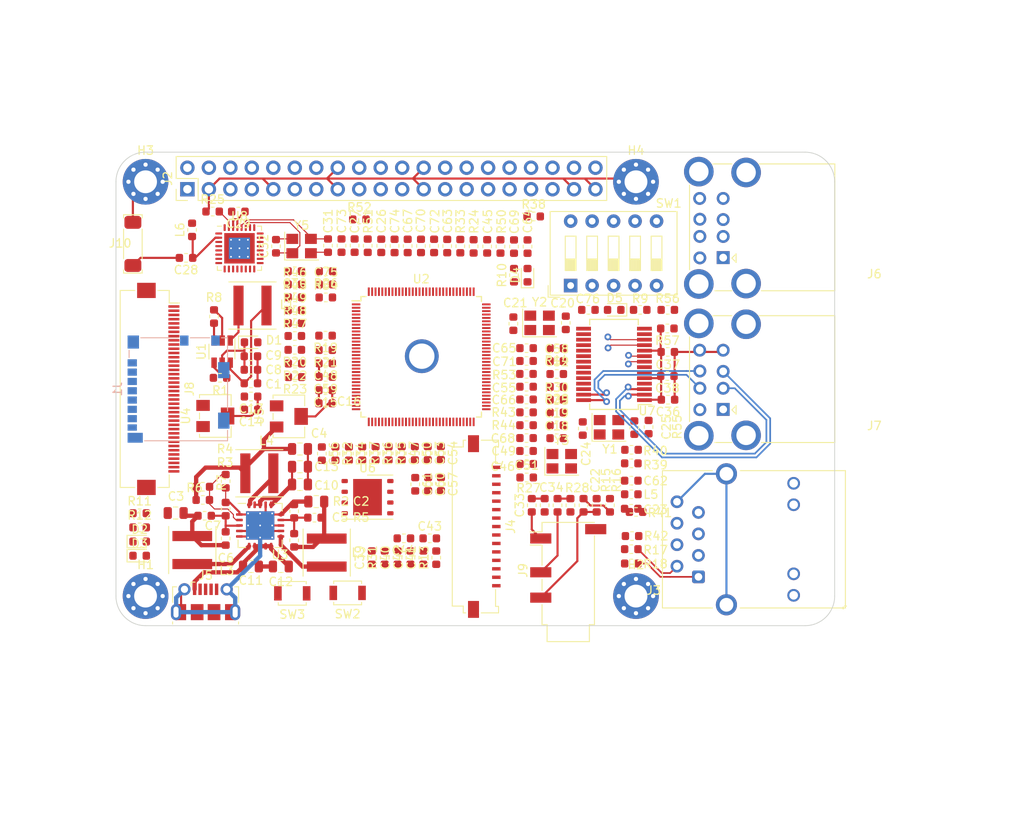
<source format=kicad_pcb>
(kicad_pcb (version 20171130) (host pcbnew 5.1.6)
  (layers (0 F.Cu signal) (1 In1.Cu power) (2 In2.Cu signal) (31 B.Cu signal) (35 F.Paste user) (37 F.SilkS user) (39 F.Mask user) (44 Edge.Cuts user))
  (net 0 "")
  (net 1 +5V)
  (net 2 GND)
  (net 3 EPHY-VDD)
  (net 4 VCC-DRAM)
  (net 5 "Net-(C5-Pad2)")
  (net 6 "Net-(C6-Pad2)")
  (net 7 "Net-(C7-Pad2)")
  (net 8 VLED+)
  (net 9 IO3V3)
  (net 10 AVCC)
  (net 11 X32KIN)
  (net 12 X32KOUT)
  (net 13 X24MIN)
  (net 14 X24MOUT)
  (net 15 "Net-(C22-Pad2)")
  (net 16 "Net-(C22-Pad1)")
  (net 17 EPHY-TXM)
  (net 18 "Net-(D1-Pad2)")
  (net 19 "Net-(D2-Pad1)")
  (net 20 "Net-(D3-Pad1)")
  (net 21 "Net-(D4-Pad1)")
  (net 22 "Net-(D5-Pad1)")
  (net 23 "Net-(J1-Pad9)")
  (net 24 "Net-(J3-Pad12)")
  (net 25 "Net-(J3-Pad10)")
  (net 26 "Net-(J3-Pad7)")
  (net 27 EPHY-RXN)
  (net 28 EPHY-RXM)
  (net 29 EPHY-RXP)
  (net 30 EPHY-TXN)
  (net 31 EPHY-TXP)
  (net 32 "Net-(J4-Pad15)")
  (net 33 "Net-(J4-Pad14)")
  (net 34 "Net-(J4-Pad13)")
  (net 35 "Net-(J4-Pad12)")
  (net 36 "Net-(J4-Pad11)")
  (net 37 "Net-(J4-Pad10)")
  (net 38 "Net-(J4-Pad7)")
  (net 39 "Net-(J4-Pad4)")
  (net 40 "Net-(J4-Pad1)")
  (net 41 USB-FEL+)
  (net 42 "Net-(J5-Pad4)")
  (net 43 USB-FEL-)
  (net 44 "Net-(L2-Pad2)")
  (net 45 "Net-(L3-Pad2)")
  (net 46 "Net-(L4-Pad2)")
  (net 47 VLED-)
  (net 48 "Net-(R15-Pad2)")
  (net 49 USB-HUB-)
  (net 50 USB-DP)
  (net 51 USB-HUB+)
  (net 52 USB-DM)
  (net 53 PG5)
  (net 54 HPVCCBP)
  (net 55 HPOUTL)
  (net 56 HPOUTR)
  (net 57 HBIAS)
  (net 58 VRA1)
  (net 59 AGND)
  (net 60 MICIN1N)
  (net 61 MICIN1P)
  (net 62 VCC-SYS)
  (net 63 PF0)
  (net 64 PF1)
  (net 65 PF2)
  (net 66 PF3)
  (net 67 PF4)
  (net 68 PF5)
  (net 69 PF6)
  (net 70 RESET)
  (net 71 EPHY-RTX)
  (net 72 MCSI-D1N)
  (net 73 MCSI-D1P)
  (net 74 MCSI-D0N)
  (net 75 MCSI-DOP)
  (net 76 EPHY-SPD-LED)
  (net 77 EPHY-LINK-LED)
  (net 78 SZQ)
  (net 79 SVREF)
  (net 80 VCC-IO2)
  (net 81 VCC-IO3)
  (net 82 PB9)
  (net 83 PB8)
  (net 84 PB7)
  (net 85 PB6)
  (net 86 PB5)
  (net 87 PB4)
  (net 88 PB3)
  (net 89 PB2)
  (net 90 PB1)
  (net 91 PB0)
  (net 92 PE20)
  (net 93 PE21)
  (net 94 PE22)
  (net 95 PG0)
  (net 96 PG1)
  (net 97 PG2)
  (net 98 PG3)
  (net 99 PG4)
  (net 100 "Net-(U7-Pad22)")
  (net 101 "Net-(U7-Pad21)")
  (net 102 "Net-(U7-Pad20)")
  (net 103 "Net-(U7-Pad19)")
  (net 104 "Net-(U7-Pad14)")
  (net 105 USB-PORT2-DP)
  (net 106 USB-PORT1-DP)
  (net 107 USB-PORT4-DP)
  (net 108 USB-PORT3-DP)
  (net 109 SDC0_D0)
  (net 110 SDC0_CLK)
  (net 111 SDC0_CMD)
  (net 112 SDC0_D3)
  (net 113 SDC0_D1)
  (net 114 SDC0_D2)
  (net 115 "Net-(J8-Pad35)")
  (net 116 "Net-(U8-Pad32)")
  (net 117 ESP8089_XIN)
  (net 118 ESP8089_XOUT)
  (net 119 "Net-(U8-Pad26)")
  (net 120 "Net-(U8-Pad25)")
  (net 121 "Net-(U8-Pad24)")
  (net 122 "Net-(U8-Pad16)")
  (net 123 "Net-(U8-Pad15)")
  (net 124 "Net-(U8-Pad14)")
  (net 125 "Net-(U8-Pad12)")
  (net 126 "Net-(U8-Pad10)")
  (net 127 "Net-(U8-Pad9)")
  (net 128 "Net-(U8-Pad8)")
  (net 129 "Net-(U8-Pad6)")
  (net 130 "Net-(U8-Pad5)")
  (net 131 TPY2)
  (net 132 TPY1)
  (net 133 TPX2)
  (net 134 TPX1)
  (net 135 LCD_DE)
  (net 136 LCD_VSYNC)
  (net 137 LCD_HSYNC)
  (net 138 LCD_CLK)
  (net 139 LCD_D7)
  (net 140 LCD_D6)
  (net 141 LCD_D5)
  (net 142 LCD_D4)
  (net 143 LCD_D3)
  (net 144 LCD_D2)
  (net 145 LCD_D15)
  (net 146 LCD_D14)
  (net 147 LCD_D13)
  (net 148 LCD_D12)
  (net 149 LCD_D11)
  (net 150 LCD_D10)
  (net 151 LCD_D23)
  (net 152 LCD_D22)
  (net 153 LCD_D21)
  (net 154 LCD_D20)
  (net 155 LCD_D19)
  (net 156 LCD_D18)
  (net 157 "Net-(J2-Pad30)")
  (net 158 "Net-(J2-Pad29)")
  (net 159 "Net-(J2-Pad28)")
  (net 160 "Net-(J2-Pad27)")
  (net 161 "Net-(J2-Pad26)")
  (net 162 "Net-(J2-Pad25)")
  (net 163 "Net-(J2-Pad22)")
  (net 164 PC3)
  (net 165 PC2)
  (net 166 PC1)
  (net 167 PC0)
  (net 168 AVDD1)
  (net 169 "Net-(C28-Pad2)")
  (net 170 "Net-(C28-Pad1)")
  (net 171 "Net-(C30-Pad2)")
  (net 172 "Net-(C33-Pad2)")
  (net 173 "Net-(C33-Pad1)")
  (net 174 "Net-(C34-Pad2)")
  (net 175 "Net-(C34-Pad1)")
  (net 176 USB_RESET)
  (net 177 MIC)
  (net 178 USB_PGAND)
  (net 179 WIFI_RESET)
  (net 180 MCSI-CKN)
  (net 181 MCSI-CKP)
  (net 182 USB_X2)
  (net 183 USB_X1)
  (net 184 WIFI_EN)
  (net 185 HPCOM)
  (net 186 HPCOMFB)
  (net 187 VRA2)
  (net 188 T_NRESET)
  (net 189 LRADC0)
  (net 190 VCC-RTC)
  (net 191 CAM1_CP)
  (net 192 CAM1_CN)
  (net 193 CAM1_DP1)
  (net 194 CAM1_DN1)
  (net 195 CAM1_DP0)
  (net 196 CAM1_DN0)
  (net 197 EPHY-VCC)
  (net 198 "Net-(C39-Pad1)")
  (net 199 "Net-(C40-Pad1)")
  (net 200 "Net-(C41-Pad1)")
  (net 201 "Net-(R55-Pad1)")
  (net 202 USB_3V3)
  (net 203 USB-PORT4-DN)
  (net 204 USB-PORT3-DN)
  (net 205 USB-PORT1-DN)
  (net 206 USB-PORT2-DN)
  (module Resistor_SMD:R_0603_1608Metric (layer F.Cu) (at 10.4875 43)
    (fp_text reference R6 (at -1.1875 -3.3) (layer F.SilkS))
    (fp_text value 200K)
    (pad 2 smd roundrect (at 0.7875 0) (size 0.875 0.95) (layers F.Cu F.Paste F.Mask) (net 6 "Net-(C6-Pad2)"))
    (pad 1 smd roundrect (at -0.7875 0) (size 0.875 0.95) (layers F.Cu F.Paste F.Mask) (net 4 VCC-DRAM))
  )
  (module MountingHole:MountingHole_2.7mm_Pad_Via (layer F.Cu) (at 61.5 3.5)
    (fp_text reference H4 (at 0 -3.7) (layer F.SilkS))
    (fp_text value MountingHole_Pad)
    (pad 1 thru_hole circle (at 1.431891 -1.431891) (size 0.8 0.8) (drill 0.5) (layers *.Cu *.Mask) (net 2 GND))
    (pad 1 thru_hole circle (at 0 -2.025) (size 0.8 0.8) (drill 0.5) (layers *.Cu *.Mask) (net 2 GND))
    (pad 1 thru_hole circle (at -1.431891 -1.431891) (size 0.8 0.8) (drill 0.5) (layers *.Cu *.Mask) (net 2 GND))
    (pad 1 thru_hole circle (at -2.025 0) (size 0.8 0.8) (drill 0.5) (layers *.Cu *.Mask) (net 2 GND))
    (pad 1 thru_hole circle (at -1.431891 1.431891) (size 0.8 0.8) (drill 0.5) (layers *.Cu *.Mask) (net 2 GND))
    (pad 1 thru_hole circle (at 0 2.025) (size 0.8 0.8) (drill 0.5) (layers *.Cu *.Mask) (net 2 GND))
    (pad 1 thru_hole circle (at 1.431891 1.431891) (size 0.8 0.8) (drill 0.5) (layers *.Cu *.Mask) (net 2 GND))
    (pad 1 thru_hole circle (at 2.025 0) (size 0.8 0.8) (drill 0.5) (layers *.Cu *.Mask) (net 2 GND))
    (pad 1 thru_hole circle (at 0 0) (size 5.4 5.4) (drill 2.7) (layers *.Cu *.Mask) (net 2 GND))
  )
  (module MountingHole:MountingHole_2.7mm_Pad_Via (layer F.Cu) (at 3.5 3.5)
    (fp_text reference H3 (at 0 -3.7) (layer F.SilkS))
    (fp_text value MountingHole_Pad)
    (pad 1 thru_hole circle (at 1.431891 -1.431891) (size 0.8 0.8) (drill 0.5) (layers *.Cu *.Mask) (net 2 GND))
    (pad 1 thru_hole circle (at 0 -2.025) (size 0.8 0.8) (drill 0.5) (layers *.Cu *.Mask) (net 2 GND))
    (pad 1 thru_hole circle (at -1.431891 -1.431891) (size 0.8 0.8) (drill 0.5) (layers *.Cu *.Mask) (net 2 GND))
    (pad 1 thru_hole circle (at -2.025 0) (size 0.8 0.8) (drill 0.5) (layers *.Cu *.Mask) (net 2 GND))
    (pad 1 thru_hole circle (at -1.431891 1.431891) (size 0.8 0.8) (drill 0.5) (layers *.Cu *.Mask) (net 2 GND))
    (pad 1 thru_hole circle (at 0 2.025) (size 0.8 0.8) (drill 0.5) (layers *.Cu *.Mask) (net 2 GND))
    (pad 1 thru_hole circle (at 1.431891 1.431891) (size 0.8 0.8) (drill 0.5) (layers *.Cu *.Mask) (net 2 GND))
    (pad 1 thru_hole circle (at 2.025 0) (size 0.8 0.8) (drill 0.5) (layers *.Cu *.Mask) (net 2 GND))
    (pad 1 thru_hole circle (at 0 0) (size 5.4 5.4) (drill 2.7) (layers *.Cu *.Mask) (net 2 GND))
  )
  (module MountingHole:MountingHole_2.7mm_Pad_Via (layer F.Cu) (at 61.5 52.5)
    (fp_text reference H2 (at 0 -3.7) (layer F.SilkS))
    (fp_text value MountingHole_Pad)
    (pad 1 thru_hole circle (at 1.431891 -1.431891) (size 0.8 0.8) (drill 0.5) (layers *.Cu *.Mask) (net 2 GND))
    (pad 1 thru_hole circle (at 0 -2.025) (size 0.8 0.8) (drill 0.5) (layers *.Cu *.Mask) (net 2 GND))
    (pad 1 thru_hole circle (at -1.431891 -1.431891) (size 0.8 0.8) (drill 0.5) (layers *.Cu *.Mask) (net 2 GND))
    (pad 1 thru_hole circle (at -2.025 0) (size 0.8 0.8) (drill 0.5) (layers *.Cu *.Mask) (net 2 GND))
    (pad 1 thru_hole circle (at -1.431891 1.431891) (size 0.8 0.8) (drill 0.5) (layers *.Cu *.Mask) (net 2 GND))
    (pad 1 thru_hole circle (at 0 2.025) (size 0.8 0.8) (drill 0.5) (layers *.Cu *.Mask) (net 2 GND))
    (pad 1 thru_hole circle (at 1.431891 1.431891) (size 0.8 0.8) (drill 0.5) (layers *.Cu *.Mask) (net 2 GND))
    (pad 1 thru_hole circle (at 2.025 0) (size 0.8 0.8) (drill 0.5) (layers *.Cu *.Mask) (net 2 GND))
    (pad 1 thru_hole circle (at 0 0) (size 5.4 5.4) (drill 2.7) (layers *.Cu *.Mask) (net 2 GND))
  )
  (module MountingHole:MountingHole_2.7mm_Pad_Via (layer F.Cu) (at 3.5 52.5)
    (fp_text reference H1 (at 0 -3.7) (layer F.SilkS))
    (fp_text value MountingHole_Pad)
    (pad 1 thru_hole circle (at 1.431891 -1.431891) (size 0.8 0.8) (drill 0.5) (layers *.Cu *.Mask) (net 2 GND))
    (pad 1 thru_hole circle (at 0 -2.025) (size 0.8 0.8) (drill 0.5) (layers *.Cu *.Mask) (net 2 GND))
    (pad 1 thru_hole circle (at -1.431891 -1.431891) (size 0.8 0.8) (drill 0.5) (layers *.Cu *.Mask) (net 2 GND))
    (pad 1 thru_hole circle (at -2.025 0) (size 0.8 0.8) (drill 0.5) (layers *.Cu *.Mask) (net 2 GND))
    (pad 1 thru_hole circle (at -1.431891 1.431891) (size 0.8 0.8) (drill 0.5) (layers *.Cu *.Mask) (net 2 GND))
    (pad 1 thru_hole circle (at 0 2.025) (size 0.8 0.8) (drill 0.5) (layers *.Cu *.Mask) (net 2 GND))
    (pad 1 thru_hole circle (at 1.431891 1.431891) (size 0.8 0.8) (drill 0.5) (layers *.Cu *.Mask) (net 2 GND))
    (pad 1 thru_hole circle (at 2.025 0) (size 0.8 0.8) (drill 0.5) (layers *.Cu *.Mask) (net 2 GND))
    (pad 1 thru_hole circle (at 0 0) (size 5.4 5.4) (drill 2.7) (layers *.Cu *.Mask) (net 2 GND))
  )
  (module bilberry:USB_Micro-B_Molex-105017-0001 (layer F.Cu) (at 10.6 53.1625)
    (fp_text reference J5 (at 0 -3.1125) (layer F.SilkS))
    (fp_text value USB_OTG)
    (pad 6 smd rect (at -2.9 1.2375) (size 1.2 1.9) (layers F.Cu F.Mask) (net 2 GND))
    (pad 6 smd rect (at 2.9 1.2375) (size 1.2 1.9) (layers F.Cu F.Mask) (net 2 GND))
    (pad 6 thru_hole oval (at 3.5 1.2375) (size 1.2 1.9) (drill oval 0.6 1.3) (layers *.Cu *.Mask) (net 2 GND))
    (pad 6 thru_hole oval (at -3.5 1.2375 180) (size 1.2 1.9) (drill oval 0.6 1.3) (layers *.Cu *.Mask) (net 2 GND))
    (pad 6 smd rect (at -1 1.2375) (size 1.5 1.9) (layers F.Cu F.Paste F.Mask) (net 2 GND))
    (pad 6 thru_hole circle (at 2.5 -1.4625) (size 1.45 1.45) (drill 0.85) (layers *.Cu *.Mask) (net 2 GND))
    (pad 3 smd rect (at 0 -1.4625) (size 0.4 1.35) (layers F.Cu F.Paste F.Mask) (net 41 USB-FEL+))
    (pad 4 smd rect (at 0.65 -1.4625) (size 0.4 1.35) (layers F.Cu F.Paste F.Mask) (net 42 "Net-(J5-Pad4)"))
    (pad 5 smd rect (at 1.3 -1.4625) (size 0.4 1.35) (layers F.Cu F.Paste F.Mask) (net 2 GND))
    (pad 1 smd rect (at -1.3 -1.4625) (size 0.4 1.35) (layers F.Cu F.Paste F.Mask) (net 1 +5V))
    (pad 2 smd rect (at -0.65 -1.4625) (size 0.4 1.35) (layers F.Cu F.Paste F.Mask) (net 43 USB-FEL-))
    (pad 6 thru_hole circle (at -2.5 -1.4625) (size 1.45 1.45) (drill 0.85) (layers *.Cu *.Mask) (net 2 GND))
    (pad 6 smd rect (at 1 1.2375) (size 1.5 1.9) (layers F.Cu F.Paste F.Mask) (net 2 GND))
  )
  (module Resistor_SMD:R_0603_1608Metric (layer F.Cu) (at 56.85 41.7625 90)
    (fp_text reference R15 (at 2.9625 1.1 90) (layer F.SilkS))
    (fp_text value 0R)
    (pad 2 smd roundrect (at 0.7875 0 90) (size 0.875 0.95) (layers F.Cu F.Paste F.Mask) (net 48 "Net-(R15-Pad2)"))
    (pad 1 smd roundrect (at -0.7875 0 90) (size 0.875 0.95) (layers F.Cu F.Paste F.Mask) (net 15 "Net-(C22-Pad2)"))
  )
  (module Resistor_SMD:R_0603_1608Metric (layer F.Cu) (at 65.2125 20.85 180)
    (fp_text reference R57 (at 0 -1.43) (layer F.SilkS))
    (fp_text value 0R)
    (pad 2 smd roundrect (at 0.7875 0 180) (size 0.875 0.95) (layers F.Cu F.Paste F.Mask) (net 168 AVDD1))
    (pad 1 smd roundrect (at -0.7875 0 180) (size 0.875 0.95) (layers F.Cu F.Paste F.Mask) (net 202 USB_3V3))
  )
  (module Capacitor_SMD:C_0603_1608Metric (layer F.Cu) (at 55.875 18.65 180)
    (fp_text reference C76 (at 0.075 1.3) (layer F.SilkS))
    (fp_text value C)
    (pad 2 smd roundrect (at 0.7875 0 180) (size 0.875 0.95) (layers F.Cu F.Paste F.Mask) (net 2 GND))
    (pad 1 smd roundrect (at -0.7875 0 180) (size 0.875 0.95) (layers F.Cu F.Paste F.Mask) (net 202 USB_3V3))
  )
  (module Inductor_SMD:L_0603_1608Metric (layer F.Cu) (at 9 9.1875 90)
    (fp_text reference L6 (at 0 -1.43 90) (layer F.SilkS))
    (fp_text value NC)
    (pad 2 smd roundrect (at 0.7875 0 90) (size 0.875 0.95) (layers F.Cu F.Paste F.Mask) (net 2 GND))
    (pad 1 smd roundrect (at -0.7875 0 90) (size 0.875 0.95) (layers F.Cu F.Paste F.Mask) (net 170 "Net-(C28-Pad1)"))
  )
  (module Crystal:Crystal_SMD_3225-4Pin_3.2x2.5mm (layer F.Cu) (at 50.1 20.184)
    (fp_text reference Y2 (at 0 -2.45) (layer F.SilkS))
    (fp_text value 32K)
    (pad 4 smd rect (at -1.1 -0.85) (size 1.4 1.2) (layers F.Cu F.Paste F.Mask) (net 2 GND))
    (pad 3 smd rect (at 1.1 -0.85) (size 1.4 1.2) (layers F.Cu F.Paste F.Mask) (net 11 X32KIN))
    (pad 2 smd rect (at 1.1 0.85) (size 1.4 1.2) (layers F.Cu F.Paste F.Mask) (net 2 GND))
    (pad 1 smd rect (at -1.1 0.85) (size 1.4 1.2) (layers F.Cu F.Paste F.Mask) (net 12 X32KOUT))
  )
  (module bilberry:RF (layer F.Cu) (at 2 10.8)
    (fp_text reference J10 (at -1.5 -0.03) (layer F.SilkS))
    (fp_text value RF)
    (pad 2 smd roundrect (at 0 -2.5) (size 2 1.524) (layers F.Cu F.Paste F.Mask) (net 2 GND))
    (pad 1 smd roundrect (at 0 2.6) (size 2 1.524) (layers F.Cu F.Paste F.Mask) (net 169 "Net-(C28-Pad2)"))
  )
  (module Capacitor_SMD:C_0603_1608Metric (layer F.Cu) (at 53.2 20.184 270)
    (fp_text reference C20 (at -2.334 0.375 180) (layer F.SilkS))
    (fp_text value 18P)
    (pad 2 smd roundrect (at 0.7875 0 270) (size 0.875 0.95) (layers F.Cu F.Paste F.Mask) (net 2 GND))
    (pad 1 smd roundrect (at -0.7875 0 270) (size 0.875 0.95) (layers F.Cu F.Paste F.Mask) (net 11 X32KIN))
  )
  (module Capacitor_SMD:C_0805_2012Metric (layer F.Cu) (at 19.5 49)
    (fp_text reference C12 (at 0 1.8) (layer F.SilkS))
    (fp_text value 10UF)
    (pad 2 smd roundrect (at 0.9375 0) (size 0.975 1.4) (layers F.Cu F.Paste F.Mask) (net 1 +5V))
    (pad 1 smd roundrect (at -0.9375 0) (size 0.975 1.4) (layers F.Cu F.Paste F.Mask) (net 2 GND))
  )
  (module Capacitor_SMD:C_0805_2012Metric (layer F.Cu) (at 15.9625 49 180)
    (fp_text reference C11 (at 0 -1.65) (layer F.SilkS))
    (fp_text value 10UF)
    (pad 2 smd roundrect (at 0.9375 0 180) (size 0.975 1.4) (layers F.Cu F.Paste F.Mask) (net 1 +5V))
    (pad 1 smd roundrect (at -0.9375 0 180) (size 0.975 1.4) (layers F.Cu F.Paste F.Mask) (net 2 GND))
  )
  (module Capacitor_SMD:C_0805_2012Metric (layer F.Cu) (at 21.7625 39.3 180)
    (fp_text reference C10 (at -3.1375 -0.1) (layer F.SilkS))
    (fp_text value 1UF)
    (pad 2 smd roundrect (at 0.9375 0 180) (size 0.975 1.4) (layers F.Cu F.Paste F.Mask) (net 1 +5V))
    (pad 1 smd roundrect (at -0.9375 0 180) (size 0.975 1.4) (layers F.Cu F.Paste F.Mask) (net 2 GND))
  )
  (module Capacitor_SMD:C_0805_2012Metric (layer F.Cu) (at 21.7625 37.2 180)
    (fp_text reference C13 (at -3.1375 0) (layer F.SilkS))
    (fp_text value 10UF)
    (pad 2 smd roundrect (at 0.9375 0 180) (size 0.975 1.4) (layers F.Cu F.Paste F.Mask) (net 1 +5V))
    (pad 1 smd roundrect (at -0.9375 0 180) (size 0.975 1.4) (layers F.Cu F.Paste F.Mask) (net 2 GND))
  )
  (module Resistor_SMD:R_0603_1608Metric (layer F.Cu) (at 12.975 38.9125 270)
    (fp_text reference R4 (at -3.8125 0.075 180) (layer F.SilkS))
    (fp_text value 150K)
    (pad 2 smd roundrect (at 0.7875 0 270) (size 0.875 0.95) (layers F.Cu F.Paste F.Mask) (net 2 GND))
    (pad 1 smd roundrect (at -0.7875 0 270) (size 0.875 0.95) (layers F.Cu F.Paste F.Mask) (net 7 "Net-(C7-Pad2)"))
  )
  (module Capacitor_SMD:C_0805_2012Metric (layer F.Cu) (at 21.7625 35.1 180)
    (fp_text reference C4 (at -2.2625 1.85) (layer F.SilkS))
    (fp_text value 10UF)
    (pad 2 smd roundrect (at 0.9375 0 180) (size 0.975 1.4) (layers F.Cu F.Paste F.Mask) (net 197 EPHY-VCC))
    (pad 1 smd roundrect (at -0.9375 0 180) (size 0.975 1.4) (layers F.Cu F.Paste F.Mask) (net 2 GND))
  )
  (module Capacitor_SMD:C_0805_2012Metric (layer F.Cu) (at 7.0625 42.675)
    (fp_text reference C3 (at 0.0375 -1.975) (layer F.SilkS))
    (fp_text value 10UF)
    (pad 2 smd roundrect (at 0.9375 0) (size 0.975 1.4) (layers F.Cu F.Paste F.Mask) (net 4 VCC-DRAM))
    (pad 1 smd roundrect (at -0.9375 0) (size 0.975 1.4) (layers F.Cu F.Paste F.Mask) (net 2 GND))
  )
  (module Capacitor_SMD:C_0805_2012Metric (layer F.Cu) (at 23.6875 41.325)
    (fp_text reference C2 (at 5.3125 -0.025) (layer F.SilkS))
    (fp_text value 10UF)
    (pad 2 smd roundrect (at 0.9375 0) (size 0.975 1.4) (layers F.Cu F.Paste F.Mask) (net 3 EPHY-VDD))
    (pad 1 smd roundrect (at -0.9375 0) (size 0.975 1.4) (layers F.Cu F.Paste F.Mask) (net 2 GND))
  )
  (module Inductor_SMD:L_Coilcraft_XAL5030 (layer F.Cu) (at 9.025 47.055 270)
    (fp_text reference L3 (at 2.445 -4.075 180) (layer F.SilkS))
    (fp_text value 2.2UH)
    (pad 2 smd rect (at 1.655 0 270) (size 1.2 4.7) (layers F.Cu F.Paste F.Mask) (net 45 "Net-(L3-Pad2)"))
    (pad 1 smd rect (at -1.655 0 270) (size 1.2 4.7) (layers F.Cu F.Paste F.Mask) (net 4 VCC-DRAM))
  )
  (module Inductor_SMD:L_Coilcraft_XAL5030 (layer F.Cu) (at 16.146 18.135 180)
    (fp_text reference L1 (at -4.1 0.1) (layer F.SilkS))
    (fp_text value 2.2UH)
    (pad 2 smd rect (at 1.655 0 180) (size 1.2 4.7) (layers F.Cu F.Paste F.Mask) (net 18 "Net-(D1-Pad2)"))
    (pad 1 smd rect (at -1.655 0 180) (size 1.2 4.7) (layers F.Cu F.Paste F.Mask) (net 1 +5V))
  )
  (module Button_Switch_SMD:SW_SPST_B3U-1000P (layer F.Cu) (at 20.85 52.175 180)
    (fp_text reference SW3 (at 0 -2.5) (layer F.SilkS))
    (fp_text value FEL)
    (pad 2 smd rect (at 1.7 0 180) (size 0.9 1.7) (layers F.Cu F.Paste F.Mask) (net 2 GND))
    (pad 1 smd rect (at -1.7 0 180) (size 0.9 1.7) (layers F.Cu F.Paste F.Mask) (net 165 PC2))
  )
  (module Button_Switch_SMD:SW_SPST_B3U-1000P (layer F.Cu) (at 27.4 52.125 180)
    (fp_text reference SW2 (at 0 -2.5) (layer F.SilkS))
    (fp_text value RESET)
    (pad 2 smd rect (at 1.7 0 180) (size 0.9 1.7) (layers F.Cu F.Paste F.Mask) (net 2 GND))
    (pad 1 smd rect (at -1.7 0 180) (size 0.9 1.7) (layers F.Cu F.Paste F.Mask) (net 70 RESET))
  )
  (module Button_Switch_THT:SW_DIP_SPSTx05_Slide_9.78x14.88mm_W7.62mm_P2.54mm (layer F.Cu) (at 53.775 15.775 90)
    (fp_text reference SW1 (at 9.725 11.6 180) (layer F.SilkS))
    (fp_text value SW_DIP_x05)
    (pad 10 thru_hole oval (at 7.62 0 90) (size 1.6 1.6) (drill 0.8) (layers *.Cu *.Mask) (net 49 USB-HUB-))
    (pad 5 thru_hole oval (at 0 10.16 90) (size 1.6 1.6) (drill 0.8) (layers *.Cu *.Mask) (net 69 PF6))
    (pad 9 thru_hole oval (at 7.62 2.54 90) (size 1.6 1.6) (drill 0.8) (layers *.Cu *.Mask) (net 51 USB-HUB+))
    (pad 4 thru_hole oval (at 0 7.62 90) (size 1.6 1.6) (drill 0.8) (layers *.Cu *.Mask) (net 50 USB-DP))
    (pad 8 thru_hole oval (at 7.62 5.08 90) (size 1.6 1.6) (drill 0.8) (layers *.Cu *.Mask) (net 43 USB-FEL-))
    (pad 3 thru_hole oval (at 0 5.08 90) (size 1.6 1.6) (drill 0.8) (layers *.Cu *.Mask) (net 52 USB-DM))
    (pad 7 thru_hole oval (at 7.62 7.62 90) (size 1.6 1.6) (drill 0.8) (layers *.Cu *.Mask) (net 41 USB-FEL+))
    (pad 2 thru_hole oval (at 0 2.54 90) (size 1.6 1.6) (drill 0.8) (layers *.Cu *.Mask) (net 50 USB-DP))
    (pad 6 thru_hole oval (at 7.62 10.16 90) (size 1.6 1.6) (drill 0.8) (layers *.Cu *.Mask) (net 2 GND))
    (pad 1 thru_hole rect (at 0 0 90) (size 1.6 1.6) (drill 0.8) (layers *.Cu *.Mask) (net 52 USB-DM))
  )
  (module Resistor_SMD:R_0603_1608Metric (layer F.Cu) (at 65.2625 18.65)
    (fp_text reference R56 (at -0.025 -1.35) (layer F.SilkS))
    (fp_text value 100K)
    (pad 2 smd roundrect (at 0.7875 0) (size 0.875 0.95) (layers F.Cu F.Paste F.Mask) (net 178 USB_PGAND))
    (pad 1 smd roundrect (at -0.7875 0) (size 0.875 0.95) (layers F.Cu F.Paste F.Mask) (net 197 EPHY-VCC))
  )
  (module Resistor_SMD:R_0603_1608Metric (layer F.Cu) (at 62.992 32.512 270)
    (fp_text reference R55 (at 0 -3.383 90) (layer F.SilkS))
    (fp_text value 630R)
    (pad 2 smd roundrect (at 0.7875 0 270) (size 0.875 0.95) (layers F.Cu F.Paste F.Mask) (net 2 GND))
    (pad 1 smd roundrect (at -0.7875 0 270) (size 0.875 0.95) (layers F.Cu F.Paste F.Mask) (net 201 "Net-(R55-Pad1)"))
  )
  (module Resistor_SMD:R_0603_1608Metric (layer F.Cu) (at 24.8175 17.18)
    (fp_text reference R54 (at 0 -1.43) (layer F.SilkS))
    (fp_text value 100K)
    (pad 2 smd roundrect (at 0.7875 0) (size 0.875 0.95) (layers F.Cu F.Paste F.Mask) (net 10 AVCC))
    (pad 1 smd roundrect (at -0.7875 0) (size 0.875 0.95) (layers F.Cu F.Paste F.Mask) (net 189 LRADC0))
  )
  (module Resistor_SMD:R_0603_1608Metric (layer F.Cu) (at 48.55 26.225 180)
    (fp_text reference R53 (at 2.625 -0.125) (layer F.SilkS))
    (fp_text value 240)
    (pad 2 smd roundrect (at 0.7875 0 180) (size 0.875 0.95) (layers F.Cu F.Paste F.Mask) (net 78 SZQ))
    (pad 1 smd roundrect (at -0.7875 0 180) (size 0.875 0.95) (layers F.Cu F.Paste F.Mask) (net 2 GND))
  )
  (module Resistor_SMD:R_0603_1608Metric (layer F.Cu) (at 28.7875 7.95)
    (fp_text reference R52 (at 0 -1.43) (layer F.SilkS))
    (fp_text value 0R)
    (pad 2 smd roundrect (at 0.7875 0) (size 0.875 0.95) (layers F.Cu F.Paste F.Mask) (net 59 AGND))
    (pad 1 smd roundrect (at -0.7875 0) (size 0.875 0.95) (layers F.Cu F.Paste F.Mask) (net 2 GND))
  )
  (module Resistor_SMD:R_0603_1608Metric (layer F.Cu) (at 29.775 11.0625 90)
    (fp_text reference R51 (at 2.8875 0.05 90) (layer F.SilkS))
    (fp_text value R)
    (pad 2 smd roundrect (at 0.7875 0 90) (size 0.875 0.95) (layers F.Cu F.Paste F.Mask) (net 59 AGND))
    (pad 1 smd roundrect (at -0.7875 0 90) (size 0.875 0.95) (layers F.Cu F.Paste F.Mask) (net 187 VRA2))
  )
  (module Resistor_SMD:R_0603_1608Metric (layer F.Cu) (at 45.475 11.15 270)
    (fp_text reference R50 (at -2.95 -0.125 90) (layer F.SilkS))
    (fp_text value 0R)
    (pad 2 smd roundrect (at 0.7875 0 270) (size 0.875 0.95) (layers F.Cu F.Paste F.Mask) (net 190 VCC-RTC))
    (pad 1 smd roundrect (at -0.7875 0 270) (size 0.875 0.95) (layers F.Cu F.Paste F.Mask) (net 197 EPHY-VCC))
  )
  (module Resistor_SMD:R_0603_1608Metric (layer F.Cu) (at 48.56 32.29 180)
    (fp_text reference R44 (at 2.71 -0.01) (layer F.SilkS))
    (fp_text value 2K)
    (pad 2 smd roundrect (at 0.7875 0 180) (size 0.875 0.95) (layers F.Cu F.Paste F.Mask) (net 79 SVREF))
    (pad 1 smd roundrect (at -0.7875 0 180) (size 0.875 0.95) (layers F.Cu F.Paste F.Mask) (net 2 GND))
  )
  (module Resistor_SMD:R_0603_1608Metric (layer F.Cu) (at 48.56 30.77)
    (fp_text reference R43 (at -2.71 0.005) (layer F.SilkS))
    (fp_text value 2K)
    (pad 2 smd roundrect (at 0.7875 0) (size 0.875 0.95) (layers F.Cu F.Paste F.Mask) (net 4 VCC-DRAM))
    (pad 1 smd roundrect (at -0.7875 0) (size 0.875 0.95) (layers F.Cu F.Paste F.Mask) (net 79 SVREF))
  )
  (module Resistor_SMD:R_0603_1608Metric (layer F.Cu) (at 60.975 35.2)
    (fp_text reference R40 (at 2.825 0.125) (layer F.SilkS))
    (fp_text value 1K)
    (pad 2 smd roundrect (at 0.7875 0) (size 0.875 0.95) (layers F.Cu F.Paste F.Mask) (net 24 "Net-(J3-Pad12)"))
    (pad 1 smd roundrect (at -0.7875 0) (size 0.875 0.95) (layers F.Cu F.Paste F.Mask) (net 197 EPHY-VCC))
  )
  (module Resistor_SMD:R_0603_1608Metric (layer F.Cu) (at 60.95 36.8)
    (fp_text reference R39 (at 2.85 0.2) (layer F.SilkS))
    (fp_text value 1K)
    (pad 2 smd roundrect (at 0.7875 0) (size 0.875 0.95) (layers F.Cu F.Paste F.Mask) (net 25 "Net-(J3-Pad10)"))
    (pad 1 smd roundrect (at -0.7875 0) (size 0.875 0.95) (layers F.Cu F.Paste F.Mask) (net 197 EPHY-VCC))
  )
  (module Resistor_SMD:R_0603_1608Metric (layer F.Cu) (at 49.4 7.6)
    (fp_text reference R38 (at 0 -1.43) (layer F.SilkS))
    (fp_text value 1K)
    (pad 2 smd roundrect (at 0.7875 0) (size 0.875 0.95) (layers F.Cu F.Paste F.Mask) (net 188 T_NRESET))
    (pad 1 smd roundrect (at -0.7875 0) (size 0.875 0.95) (layers F.Cu F.Paste F.Mask) (net 70 RESET))
  )
  (module Resistor_SMD:R_0603_1608Metric (layer F.Cu) (at 25.95 35.65 270)
    (fp_text reference R32 (at 0 -1.43 90) (layer F.SilkS))
    (fp_text value 10K)
    (pad 2 smd roundrect (at 0.7875 0 270) (size 0.875 0.95) (layers F.Cu F.Paste F.Mask) (net 165 PC2))
    (pad 1 smd roundrect (at -0.7875 0 270) (size 0.875 0.95) (layers F.Cu F.Paste F.Mask) (net 197 EPHY-VCC))
  )
  (module Resistor_SMD:R_0603_1608Metric (layer F.Cu) (at 31.781 47.9535 90)
    (fp_text reference R31 (at 0 -1.43 90) (layer F.SilkS))
    (fp_text value R)
    (pad 2 smd roundrect (at 0.7875 0 90) (size 0.875 0.95) (layers F.Cu F.Paste F.Mask) (net 198 "Net-(C39-Pad1)"))
    (pad 1 smd roundrect (at -0.7875 0 90) (size 0.875 0.95) (layers F.Cu F.Paste F.Mask) (net 199 "Net-(C40-Pad1)"))
  )
  (module Resistor_SMD:R_0603_1608Metric (layer F.Cu) (at 37.877 47.9535 90)
    (fp_text reference R13 (at 0 -1.43 90) (layer F.SilkS))
    (fp_text value R)
    (pad 2 smd roundrect (at 0.7875 0 90) (size 0.875 0.95) (layers F.Cu F.Paste F.Mask) (net 2 GND))
    (pad 1 smd roundrect (at -0.7875 0 90) (size 0.875 0.95) (layers F.Cu F.Paste F.Mask) (net 200 "Net-(C41-Pad1)"))
  )
  (module Inductor_SMD:L_0603_1608Metric (layer F.Cu) (at 60.95 40.46 180)
    (fp_text reference L5 (at -2.3125 -0.025) (layer F.SilkS))
    (fp_text value 10UH)
    (pad 2 smd roundrect (at 0.7875 0 180) (size 0.875 0.95) (layers F.Cu F.Paste F.Mask) (net 9 IO3V3))
    (pad 1 smd roundrect (at -0.7875 0 180) (size 0.875 0.95) (layers F.Cu F.Paste F.Mask) (net 17 EPHY-TXM))
  )
  (module Inductor_SMD:L_Coilcraft_XAL5030 (layer F.Cu) (at 16.955 37.975)
    (fp_text reference L4 (at 0.845 -3.85) (layer F.SilkS))
    (fp_text value 2.2UH)
    (pad 2 smd rect (at 1.655 0) (size 1.2 4.7) (layers F.Cu F.Paste F.Mask) (net 46 "Net-(L4-Pad2)"))
    (pad 1 smd rect (at -1.655 0) (size 1.2 4.7) (layers F.Cu F.Paste F.Mask) (net 197 EPHY-VCC))
  )
  (module Inductor_SMD:L_Coilcraft_XAL5030 (layer F.Cu) (at 24.925 47.355 270)
    (fp_text reference L2 (at 0 -3.81 180) (layer F.SilkS))
    (fp_text value 2.2UH)
    (pad 2 smd rect (at 1.655 0 270) (size 1.2 4.7) (layers F.Cu F.Paste F.Mask) (net 44 "Net-(L2-Pad2)"))
    (pad 1 smd rect (at -1.655 0 270) (size 1.2 4.7) (layers F.Cu F.Paste F.Mask) (net 3 EPHY-VDD))
  )
  (module LED_SMD:LED_0603_1608Metric (layer F.Cu) (at 58.925 18.65 180)
    (fp_text reference D5 (at -0.05 1.4) (layer F.SilkS))
    (fp_text value LED)
    (pad 2 smd roundrect (at 0.7875 0 180) (size 0.875 0.95) (layers F.Cu F.Paste F.Mask) (net 197 EPHY-VCC))
    (pad 1 smd roundrect (at -0.7875 0 180) (size 0.875 0.95) (layers F.Cu F.Paste F.Mask) (net 22 "Net-(D5-Pad1)"))
  )
  (module LED_SMD:LED_0603_1608Metric (layer F.Cu) (at 48.675 14.55 90)
    (fp_text reference D4 (at 0 -1.43 90) (layer F.SilkS))
    (fp_text value LED)
    (pad 2 smd roundrect (at 0.7875 0 90) (size 0.875 0.95) (layers F.Cu F.Paste F.Mask) (net 197 EPHY-VCC))
    (pad 1 smd roundrect (at -0.7875 0 90) (size 0.875 0.95) (layers F.Cu F.Paste F.Mask) (net 21 "Net-(D4-Pad1)"))
  )
  (module LED_SMD:LED_0603_1608Metric (layer F.Cu) (at 2.8 47.725)
    (fp_text reference D3 (at 0 -1.43) (layer F.SilkS))
    (fp_text value LED)
    (pad 2 smd roundrect (at 0.7875 0) (size 0.875 0.95) (layers F.Cu F.Paste F.Mask) (net 197 EPHY-VCC))
    (pad 1 smd roundrect (at -0.7875 0) (size 0.875 0.95) (layers F.Cu F.Paste F.Mask) (net 20 "Net-(D3-Pad1)"))
  )
  (module LED_SMD:LED_0603_1608Metric (layer F.Cu) (at 2.8 46.05)
    (fp_text reference D2 (at 0 -1.43) (layer F.SilkS))
    (fp_text value LED)
    (pad 2 smd roundrect (at 0.7875 0) (size 0.875 0.95) (layers F.Cu F.Paste F.Mask) (net 197 EPHY-VCC))
    (pad 1 smd roundrect (at -0.7875 0) (size 0.875 0.95) (layers F.Cu F.Paste F.Mask) (net 19 "Net-(D2-Pad1)"))
  )
  (module Capacitor_SMD:C_0603_1608Metric (layer F.Cu) (at 24.8275 15.64)
    (fp_text reference C75 (at 0 -1.43) (layer F.SilkS))
    (fp_text value 104)
    (pad 2 smd roundrect (at 0.7875 0) (size 0.875 0.95) (layers F.Cu F.Paste F.Mask) (net 2 GND))
    (pad 1 smd roundrect (at -0.7875 0) (size 0.875 0.95) (layers F.Cu F.Paste F.Mask) (net 189 LRADC0))
  )
  (module Capacitor_SMD:C_0603_1608Metric (layer F.Cu) (at 32.95 11.0875 90)
    (fp_text reference C74 (at 2.9375 0.05 90) (layer F.SilkS))
    (fp_text value 1UF)
    (pad 2 smd roundrect (at 0.7875 0 90) (size 0.875 0.95) (layers F.Cu F.Paste F.Mask) (net 59 AGND))
    (pad 1 smd roundrect (at -0.7875 0 90) (size 0.875 0.95) (layers F.Cu F.Paste F.Mask) (net 58 VRA1))
  )
  (module Capacitor_SMD:C_0603_1608Metric (layer F.Cu) (at 26.675 11.05 90)
    (fp_text reference C73 (at 2.9 0.025 90) (layer F.SilkS))
    (fp_text value 104)
    (pad 2 smd roundrect (at 0.7875 0 90) (size 0.875 0.95) (layers F.Cu F.Paste F.Mask) (net 2 GND))
    (pad 1 smd roundrect (at -0.7875 0 90) (size 0.875 0.95) (layers F.Cu F.Paste F.Mask) (net 54 HPVCCBP))
  )
  (module Capacitor_SMD:C_0603_1608Metric (layer F.Cu) (at 37.625 11.0875 90)
    (fp_text reference C72 (at 2.9125 0.1 90) (layer F.SilkS))
    (fp_text value 104)
    (pad 2 smd roundrect (at 0.7875 0 90) (size 0.875 0.95) (layers F.Cu F.Paste F.Mask) (net 2 GND))
    (pad 1 smd roundrect (at -0.7875 0 90) (size 0.875 0.95) (layers F.Cu F.Paste F.Mask) (net 197 EPHY-VCC))
  )
  (module Capacitor_SMD:C_0603_1608Metric (layer F.Cu) (at 48.56 24.695)
    (fp_text reference C71 (at -2.61 0.08) (layer F.SilkS))
    (fp_text value 104)
    (pad 2 smd roundrect (at 0.7875 0) (size 0.875 0.95) (layers F.Cu F.Paste F.Mask) (net 2 GND))
    (pad 1 smd roundrect (at -0.7875 0) (size 0.875 0.95) (layers F.Cu F.Paste F.Mask) (net 10 AVCC))
  )
  (module Capacitor_SMD:C_0603_1608Metric (layer F.Cu) (at 36.075 11.0875 90)
    (fp_text reference C70 (at 2.9875 -0.025 90) (layer F.SilkS))
    (fp_text value 104)
    (pad 2 smd roundrect (at 0.7875 0 90) (size 0.875 0.95) (layers F.Cu F.Paste F.Mask) (net 59 AGND))
    (pad 1 smd roundrect (at -0.7875 0 90) (size 0.875 0.95) (layers F.Cu F.Paste F.Mask) (net 10 AVCC))
  )
  (module Capacitor_SMD:C_0603_1608Metric (layer F.Cu) (at 47.075 11.1625 90)
    (fp_text reference C69 (at 2.9375 0.05 90) (layer F.SilkS))
    (fp_text value 104)
    (pad 2 smd roundrect (at 0.7875 0 90) (size 0.875 0.95) (layers F.Cu F.Paste F.Mask) (net 2 GND))
    (pad 1 smd roundrect (at -0.7875 0 90) (size 0.875 0.95) (layers F.Cu F.Paste F.Mask) (net 190 VCC-RTC))
  )
  (module Capacitor_SMD:C_0603_1608Metric (layer F.Cu) (at 48.56 33.81 180)
    (fp_text reference C68 (at 2.785 -0.04) (layer F.SilkS))
    (fp_text value 104)
    (pad 2 smd roundrect (at 0.7875 0 180) (size 0.875 0.95) (layers F.Cu F.Paste F.Mask) (net 79 SVREF))
    (pad 1 smd roundrect (at -0.7875 0 180) (size 0.875 0.95) (layers F.Cu F.Paste F.Mask) (net 2 GND))
  )
  (module Capacitor_SMD:C_0603_1608Metric (layer F.Cu) (at 34.5 11.0875 90)
    (fp_text reference C67 (at 2.9375 0.025 90) (layer F.SilkS))
    (fp_text value 10UF)
    (pad 2 smd roundrect (at 0.7875 0 90) (size 0.875 0.95) (layers F.Cu F.Paste F.Mask) (net 59 AGND))
    (pad 1 smd roundrect (at -0.7875 0 90) (size 0.875 0.95) (layers F.Cu F.Paste F.Mask) (net 10 AVCC))
  )
  (module Capacitor_SMD:C_0603_1608Metric (layer F.Cu) (at 48.56 29.25)
    (fp_text reference C66 (at -2.685 0.05) (layer F.SilkS))
    (fp_text value 104)
    (pad 2 smd roundrect (at 0.7875 0) (size 0.875 0.95) (layers F.Cu F.Paste F.Mask) (net 4 VCC-DRAM))
    (pad 1 smd roundrect (at -0.7875 0) (size 0.875 0.95) (layers F.Cu F.Paste F.Mask) (net 79 SVREF))
  )
  (module Capacitor_SMD:C_0603_1608Metric (layer F.Cu) (at 48.563 23.1755)
    (fp_text reference C65 (at -2.638 -0.0005) (layer F.SilkS))
    (fp_text value 104)
    (pad 2 smd roundrect (at 0.7875 0) (size 0.875 0.95) (layers F.Cu F.Paste F.Mask) (net 2 GND))
    (pad 1 smd roundrect (at -0.7875 0) (size 0.875 0.95) (layers F.Cu F.Paste F.Mask) (net 197 EPHY-VCC))
  )
  (module Capacitor_SMD:C_0603_1608Metric (layer F.Cu) (at 48.675 11.1625 90)
    (fp_text reference C64 (at 3.0125 0.025 90) (layer F.SilkS))
    (fp_text value 10UF)
    (pad 2 smd roundrect (at 0.7875 0 90) (size 0.875 0.95) (layers F.Cu F.Paste F.Mask) (net 2 GND))
    (pad 1 smd roundrect (at -0.7875 0 90) (size 0.875 0.95) (layers F.Cu F.Paste F.Mask) (net 197 EPHY-VCC))
  )
  (module Capacitor_SMD:C_0603_1608Metric (layer F.Cu) (at 39.175 11.1 90)
    (fp_text reference C63 (at 2.95 0.05 90) (layer F.SilkS))
    (fp_text value 104)
    (pad 2 smd roundrect (at 0.7875 0 90) (size 0.875 0.95) (layers F.Cu F.Paste F.Mask) (net 2 GND))
    (pad 1 smd roundrect (at -0.7875 0 90) (size 0.875 0.95) (layers F.Cu F.Paste F.Mask) (net 197 EPHY-VCC))
  )
  (module Capacitor_SMD:C_0603_1608Metric (layer F.Cu) (at 60.95 38.85)
    (fp_text reference C62 (at 2.875 0.025) (layer F.SilkS))
    (fp_text value 104)
    (pad 2 smd roundrect (at 0.7875 0) (size 0.875 0.95) (layers F.Cu F.Paste F.Mask) (net 28 EPHY-RXM))
    (pad 1 smd roundrect (at -0.7875 0) (size 0.875 0.95) (layers F.Cu F.Paste F.Mask) (net 2 GND))
  )
  (module Capacitor_SMD:C_0603_1608Metric (layer F.Cu) (at 35.392 39.2745 270)
    (fp_text reference C61 (at 0 -1.43 90) (layer F.SilkS))
    (fp_text value 104)
    (pad 2 smd roundrect (at 0.7875 0 270) (size 0.875 0.95) (layers F.Cu F.Paste F.Mask) (net 2 GND))
    (pad 1 smd roundrect (at -0.7875 0 270) (size 0.875 0.95) (layers F.Cu F.Paste F.Mask) (net 3 EPHY-VDD))
  )
  (module Capacitor_SMD:C_0603_1608Metric (layer F.Cu) (at 36.916 39.262 270)
    (fp_text reference C60 (at 0 -1.43 90) (layer F.SilkS))
    (fp_text value 104)
    (pad 2 smd roundrect (at 0.7875 0 270) (size 0.875 0.95) (layers F.Cu F.Paste F.Mask) (net 2 GND))
    (pad 1 smd roundrect (at -0.7875 0 270) (size 0.875 0.95) (layers F.Cu F.Paste F.Mask) (net 3 EPHY-VDD))
  )
  (module Capacitor_SMD:C_0603_1608Metric (layer F.Cu) (at 24.8 26.575 180)
    (fp_text reference C59 (at 0 -1.43) (layer F.SilkS))
    (fp_text value 104)
    (pad 2 smd roundrect (at 0.7875 0 180) (size 0.875 0.95) (layers F.Cu F.Paste F.Mask) (net 2 GND))
    (pad 1 smd roundrect (at -0.7875 0 180) (size 0.875 0.95) (layers F.Cu F.Paste F.Mask) (net 3 EPHY-VDD))
  )
  (module Capacitor_SMD:C_0603_1608Metric (layer F.Cu) (at 52.13 24.715)
    (fp_text reference C58 (at 0 -1.43) (layer F.SilkS))
    (fp_text value 104)
    (pad 2 smd roundrect (at 0.7875 0) (size 0.875 0.95) (layers F.Cu F.Paste F.Mask) (net 2 GND))
    (pad 1 smd roundrect (at -0.7875 0) (size 0.875 0.95) (layers F.Cu F.Paste F.Mask) (net 4 VCC-DRAM))
  )
  (module Capacitor_SMD:C_0603_1608Metric (layer F.Cu) (at 38.44 39.262 270)
    (fp_text reference C57 (at 0 -1.43 90) (layer F.SilkS))
    (fp_text value 104)
    (pad 2 smd roundrect (at 0.7875 0 270) (size 0.875 0.95) (layers F.Cu F.Paste F.Mask) (net 2 GND))
    (pad 1 smd roundrect (at -0.7875 0 270) (size 0.875 0.95) (layers F.Cu F.Paste F.Mask) (net 3 EPHY-VDD))
  )
  (module Capacitor_SMD:C_0603_1608Metric (layer F.Cu) (at 24.35 35.65 270)
    (fp_text reference C56 (at 0 -1.43 90) (layer F.SilkS))
    (fp_text value 104)
    (pad 2 smd roundrect (at 0.7875 0 270) (size 0.875 0.95) (layers F.Cu F.Paste F.Mask) (net 2 GND))
    (pad 1 smd roundrect (at -0.7875 0 270) (size 0.875 0.95) (layers F.Cu F.Paste F.Mask) (net 3 EPHY-VDD))
  )
  (module Capacitor_SMD:C_0603_1608Metric (layer F.Cu) (at 48.56 27.74)
    (fp_text reference C55 (at -2.66 0.135) (layer F.SilkS))
    (fp_text value 104)
    (pad 2 smd roundrect (at 0.7875 0) (size 0.875 0.95) (layers F.Cu F.Paste F.Mask) (net 2 GND))
    (pad 1 smd roundrect (at -0.7875 0) (size 0.875 0.95) (layers F.Cu F.Paste F.Mask) (net 4 VCC-DRAM))
  )
  (module Capacitor_SMD:C_0603_1608Metric (layer F.Cu) (at 38.425 35.5875 270)
    (fp_text reference C54 (at 0 -1.43 90) (layer F.SilkS))
    (fp_text value 1UF)
    (pad 2 smd roundrect (at 0.7875 0 270) (size 0.875 0.95) (layers F.Cu F.Paste F.Mask) (net 2 GND))
    (pad 1 smd roundrect (at -0.7875 0 270) (size 0.875 0.95) (layers F.Cu F.Paste F.Mask) (net 3 EPHY-VDD))
  )
  (module Capacitor_SMD:C_0603_1608Metric (layer F.Cu) (at 36.875 35.6 270)
    (fp_text reference C53 (at 0 -1.43 90) (layer F.SilkS))
    (fp_text value 1UF)
    (pad 2 smd roundrect (at 0.7875 0 270) (size 0.875 0.95) (layers F.Cu F.Paste F.Mask) (net 2 GND))
    (pad 1 smd roundrect (at -0.7875 0 270) (size 0.875 0.95) (layers F.Cu F.Paste F.Mask) (net 3 EPHY-VDD))
  )
  (module Capacitor_SMD:C_0603_1608Metric (layer F.Cu) (at 52.13 26.235)
    (fp_text reference C52 (at 0 -1.43) (layer F.SilkS))
    (fp_text value 1UF)
    (pad 2 smd roundrect (at 0.7875 0) (size 0.875 0.95) (layers F.Cu F.Paste F.Mask) (net 2 GND))
    (pad 1 smd roundrect (at -0.7875 0) (size 0.875 0.95) (layers F.Cu F.Paste F.Mask) (net 4 VCC-DRAM))
  )
  (module Capacitor_SMD:C_0603_1608Metric (layer F.Cu) (at 48.575 38.475)
    (fp_text reference C51 (at 0 -1.43) (layer F.SilkS))
    (fp_text value 1UF)
    (pad 2 smd roundrect (at 0.7875 0) (size 0.875 0.95) (layers F.Cu F.Paste F.Mask) (net 2 GND))
    (pad 1 smd roundrect (at -0.7875 0) (size 0.875 0.95) (layers F.Cu F.Paste F.Mask) (net 3 EPHY-VDD))
  )
  (module Capacitor_SMD:C_0603_1608Metric (layer F.Cu) (at 35.35 35.6105 270)
    (fp_text reference C50 (at 0 -1.43 90) (layer F.SilkS))
    (fp_text value 1UF)
    (pad 2 smd roundrect (at 0.7875 0 270) (size 0.875 0.95) (layers F.Cu F.Paste F.Mask) (net 2 GND))
    (pad 1 smd roundrect (at -0.7875 0 270) (size 0.875 0.95) (layers F.Cu F.Paste F.Mask) (net 3 EPHY-VDD))
  )
  (module Capacitor_SMD:C_0603_1608Metric (layer F.Cu) (at 48.56 35.34)
    (fp_text reference C49 (at -2.71 0.01) (layer F.SilkS))
    (fp_text value 1UF)
    (pad 2 smd roundrect (at 0.7875 0) (size 0.875 0.95) (layers F.Cu F.Paste F.Mask) (net 2 GND))
    (pad 1 smd roundrect (at -0.7875 0) (size 0.875 0.95) (layers F.Cu F.Paste F.Mask) (net 4 VCC-DRAM))
  )
  (module Capacitor_SMD:C_0603_1608Metric (layer F.Cu) (at 24.8 24.975 180)
    (fp_text reference C48 (at 0 -1.43) (layer F.SilkS))
    (fp_text value 10UF)
    (pad 2 smd roundrect (at 0.7875 0 180) (size 0.875 0.95) (layers F.Cu F.Paste F.Mask) (net 2 GND))
    (pad 1 smd roundrect (at -0.7875 0 180) (size 0.875 0.95) (layers F.Cu F.Paste F.Mask) (net 3 EPHY-VDD))
  )
  (module Capacitor_SMD:C_0603_1608Metric (layer F.Cu) (at 33.8 35.6125 270)
    (fp_text reference C47 (at 0 -1.43 90) (layer F.SilkS))
    (fp_text value 10UF)
    (pad 2 smd roundrect (at 0.7875 0 270) (size 0.875 0.95) (layers F.Cu F.Paste F.Mask) (net 2 GND))
    (pad 1 smd roundrect (at -0.7875 0 270) (size 0.875 0.95) (layers F.Cu F.Paste F.Mask) (net 3 EPHY-VDD))
  )
  (module Capacitor_SMD:C_0603_1608Metric (layer F.Cu) (at 48.57 36.87)
    (fp_text reference C46 (at -2.82 0.305) (layer F.SilkS))
    (fp_text value 10UF)
    (pad 2 smd roundrect (at 0.7875 0) (size 0.875 0.95) (layers F.Cu F.Paste F.Mask) (net 2 GND))
    (pad 1 smd roundrect (at -0.7875 0) (size 0.875 0.95) (layers F.Cu F.Paste F.Mask) (net 4 VCC-DRAM))
  )
  (module Capacitor_SMD:C_0603_1608Metric (layer F.Cu) (at 43.9 11.1375 90)
    (fp_text reference C45 (at 2.9375 0.075 90) (layer F.SilkS))
    (fp_text value C)
    (pad 2 smd roundrect (at 0.7875 0 90) (size 0.875 0.95) (layers F.Cu F.Paste F.Mask) (net 2 GND))
    (pad 1 smd roundrect (at -0.7875 0 90) (size 0.875 0.95) (layers F.Cu F.Paste F.Mask) (net 70 RESET))
  )
  (module Capacitor_SMD:C_0603_1608Metric (layer F.Cu) (at 34.0525 45.67 180)
    (fp_text reference C44 (at 0 -1.43) (layer F.SilkS))
    (fp_text value C)
    (pad 2 smd roundrect (at 0.7875 0 180) (size 0.875 0.95) (layers F.Cu F.Paste F.Mask) (net 60 MICIN1N))
    (pad 1 smd roundrect (at -0.7875 0 180) (size 0.875 0.95) (layers F.Cu F.Paste F.Mask) (net 200 "Net-(C41-Pad1)"))
  )
  (module Capacitor_SMD:C_0603_1608Metric (layer F.Cu) (at 37.1125 45.67)
    (fp_text reference C43 (at 0 -1.43) (layer F.SilkS))
    (fp_text value C)
    (pad 2 smd roundrect (at 0.7875 0) (size 0.875 0.95) (layers F.Cu F.Paste F.Mask) (net 61 MICIN1P))
    (pad 1 smd roundrect (at -0.7875 0) (size 0.875 0.95) (layers F.Cu F.Paste F.Mask) (net 199 "Net-(C40-Pad1)"))
  )
  (module Capacitor_SMD:C_0603_1608Metric (layer F.Cu) (at 34.829 47.9534 90)
    (fp_text reference C42 (at 0 -1.43 90) (layer F.SilkS))
    (fp_text value C)
    (pad 2 smd roundrect (at 0.7875 0 90) (size 0.875 0.95) (layers F.Cu F.Paste F.Mask) (net 200 "Net-(C41-Pad1)"))
    (pad 1 smd roundrect (at -0.7875 0 90) (size 0.875 0.95) (layers F.Cu F.Paste F.Mask) (net 199 "Net-(C40-Pad1)"))
  )
  (module Capacitor_SMD:C_0603_1608Metric (layer F.Cu) (at 36.353 47.9534 90)
    (fp_text reference C41 (at 0 -1.43 90) (layer F.SilkS))
    (fp_text value C)
    (pad 2 smd roundrect (at 0.7875 0 90) (size 0.875 0.95) (layers F.Cu F.Paste F.Mask) (net 2 GND))
    (pad 1 smd roundrect (at -0.7875 0 90) (size 0.875 0.95) (layers F.Cu F.Paste F.Mask) (net 200 "Net-(C41-Pad1)"))
  )
  (module Capacitor_SMD:C_0603_1608Metric (layer F.Cu) (at 33.305 47.9534 90)
    (fp_text reference C40 (at 0 -1.43 90) (layer F.SilkS))
    (fp_text value C)
    (pad 2 smd roundrect (at 0.7875 0 90) (size 0.875 0.95) (layers F.Cu F.Paste F.Mask) (net 2 GND))
    (pad 1 smd roundrect (at -0.7875 0 90) (size 0.875 0.95) (layers F.Cu F.Paste F.Mask) (net 199 "Net-(C40-Pad1)"))
  )
  (module Capacitor_SMD:C_0603_1608Metric (layer F.Cu) (at 30.257 47.9534 90)
    (fp_text reference C39 (at 0 -1.43 90) (layer F.SilkS))
    (fp_text value C)
    (pad 2 smd roundrect (at 0.7875 0 90) (size 0.875 0.95) (layers F.Cu F.Paste F.Mask) (net 2 GND))
    (pad 1 smd roundrect (at -0.7875 0 90) (size 0.875 0.95) (layers F.Cu F.Paste F.Mask) (net 198 "Net-(C39-Pad1)"))
  )
  (module Capacitor_SMD:C_0603_1608Metric (layer F.Cu) (at 65.2125 26.475 180)
    (fp_text reference C38 (at 0 -1.43) (layer F.SilkS))
    (fp_text value C)
    (pad 2 smd roundrect (at 0.7875 0 180) (size 0.875 0.95) (layers F.Cu F.Paste F.Mask) (net 168 AVDD1))
    (pad 1 smd roundrect (at -0.7875 0 180) (size 0.875 0.95) (layers F.Cu F.Paste F.Mask) (net 2 GND))
  )
  (module Capacitor_SMD:C_0603_1608Metric (layer F.Cu) (at 65.2625 23.625 180)
    (fp_text reference C37 (at 0.0125 -1.5) (layer F.SilkS))
    (fp_text value C)
    (pad 2 smd roundrect (at 0.7875 0 180) (size 0.875 0.95) (layers F.Cu F.Paste F.Mask) (net 168 AVDD1))
    (pad 1 smd roundrect (at -0.7875 0 180) (size 0.875 0.95) (layers F.Cu F.Paste F.Mask) (net 2 GND))
  )
  (module Capacitor_SMD:C_0603_1608Metric (layer F.Cu) (at 65.2875 29.275 180)
    (fp_text reference C36 (at 0 -1.43) (layer F.SilkS))
    (fp_text value C)
    (pad 2 smd roundrect (at 0.7875 0 180) (size 0.875 0.95) (layers F.Cu F.Paste F.Mask) (net 168 AVDD1))
    (pad 1 smd roundrect (at -0.7875 0 180) (size 0.875 0.95) (layers F.Cu F.Paste F.Mask) (net 2 GND))
  )
  (module Capacitor_SMD:C_0603_1608Metric (layer F.Cu) (at 52.13 30.795)
    (fp_text reference C35 (at 0 -1.43) (layer F.SilkS))
    (fp_text value C)
    (pad 2 smd roundrect (at 0.7875 0) (size 0.875 0.95) (layers F.Cu F.Paste F.Mask) (net 2 GND))
    (pad 1 smd roundrect (at -0.7875 0) (size 0.875 0.95) (layers F.Cu F.Paste F.Mask) (net 176 USB_RESET))
  )
  (module Capacitor_SMD:C_0603_1608Metric (layer F.Cu) (at 52.225 41.7593 90)
    (fp_text reference C34 (at 2.1093 -0.725 180) (layer F.SilkS))
    (fp_text value C)
    (pad 2 smd roundrect (at 0.7875 0 90) (size 0.875 0.95) (layers F.Cu F.Paste F.Mask) (net 174 "Net-(C34-Pad2)"))
    (pad 1 smd roundrect (at -0.7875 0 90) (size 0.875 0.95) (layers F.Cu F.Paste F.Mask) (net 175 "Net-(C34-Pad1)"))
  )
  (module Capacitor_SMD:C_0603_1608Metric (layer F.Cu) (at 49.177 41.7593 90)
    (fp_text reference C33 (at 0 -1.43 90) (layer F.SilkS))
    (fp_text value C)
    (pad 2 smd roundrect (at 0.7875 0 90) (size 0.875 0.95) (layers F.Cu F.Paste F.Mask) (net 172 "Net-(C33-Pad2)"))
    (pad 1 smd roundrect (at -0.7875 0 90) (size 0.875 0.95) (layers F.Cu F.Paste F.Mask) (net 173 "Net-(C33-Pad1)"))
  )
  (module Capacitor_SMD:C_0603_1608Metric (layer F.Cu) (at 18.925 11.125 90)
    (fp_text reference C32 (at 0 -1.43 90) (layer F.SilkS))
    (fp_text value C)
    (pad 2 smd roundrect (at 0.7875 0 90) (size 0.875 0.95) (layers F.Cu F.Paste F.Mask) (net 2 GND))
    (pad 1 smd roundrect (at -0.7875 0 90) (size 0.875 0.95) (layers F.Cu F.Paste F.Mask) (net 118 ESP8089_XOUT))
  )
  (module Capacitor_SMD:C_0603_1608Metric (layer F.Cu) (at 25.075 11.05 270)
    (fp_text reference C31 (at -2.9 -0.025 90) (layer F.SilkS))
    (fp_text value C)
    (pad 2 smd roundrect (at 0.7875 0 270) (size 0.875 0.95) (layers F.Cu F.Paste F.Mask) (net 2 GND))
    (pad 1 smd roundrect (at -0.7875 0 270) (size 0.875 0.95) (layers F.Cu F.Paste F.Mask) (net 117 ESP8089_XIN))
  )
  (module Capacitor_SMD:C_0603_1608Metric (layer F.Cu) (at 21.15 14.08 180)
    (fp_text reference C30 (at 0 -1.43) (layer F.SilkS))
    (fp_text value 0.1UF)
    (pad 2 smd roundrect (at 0.7875 0 180) (size 0.875 0.95) (layers F.Cu F.Paste F.Mask) (net 171 "Net-(C30-Pad2)"))
    (pad 1 smd roundrect (at -0.7875 0 180) (size 0.875 0.95) (layers F.Cu F.Paste F.Mask) (net 197 EPHY-VCC))
  )
  (module Capacitor_SMD:C_0603_1608Metric (layer F.Cu) (at 14.4725 7.03 180)
    (fp_text reference C29 (at 0 -1.43) (layer F.SilkS))
    (fp_text value 0.1UF)
    (pad 2 smd roundrect (at 0.7875 0 180) (size 0.875 0.95) (layers F.Cu F.Paste F.Mask) (net 2 GND))
    (pad 1 smd roundrect (at -0.7875 0 180) (size 0.875 0.95) (layers F.Cu F.Paste F.Mask) (net 197 EPHY-VCC))
  )
  (module Capacitor_SMD:C_0603_1608Metric (layer F.Cu) (at 8.2875 12.5 180)
    (fp_text reference C28 (at 0 -1.43) (layer F.SilkS))
    (fp_text value 5.6PF)
    (pad 2 smd roundrect (at 0.7875 0 180) (size 0.875 0.95) (layers F.Cu F.Paste F.Mask) (net 169 "Net-(C28-Pad2)"))
    (pad 1 smd roundrect (at -0.7875 0 180) (size 0.875 0.95) (layers F.Cu F.Paste F.Mask) (net 170 "Net-(C28-Pad1)"))
  )
  (module Capacitor_SMD:C_0603_1608Metric (layer F.Cu) (at 28.225 11.05 90)
    (fp_text reference C27 (at 2.875 0.025 90) (layer F.SilkS))
    (fp_text value 10UF)
    (pad 2 smd roundrect (at 0.7875 0 90) (size 0.875 0.95) (layers F.Cu F.Paste F.Mask) (net 2 GND))
    (pad 1 smd roundrect (at -0.7875 0 90) (size 0.875 0.95) (layers F.Cu F.Paste F.Mask) (net 54 HPVCCBP))
  )
  (module Capacitor_SMD:C_0603_1608Metric (layer F.Cu) (at 31.375 11.075 90)
    (fp_text reference C26 (at 2.925 0.025 90) (layer F.SilkS))
    (fp_text value 10UF)
    (pad 2 smd roundrect (at 0.7875 0 90) (size 0.875 0.95) (layers F.Cu F.Paste F.Mask) (net 59 AGND))
    (pad 1 smd roundrect (at -0.7875 0 90) (size 0.875 0.95) (layers F.Cu F.Paste F.Mask) (net 187 VRA2))
  )
  (module Capacitor_SMD:C_0603_1608Metric (layer F.Cu) (at 61.307 32.573 90)
    (fp_text reference C25 (at 0.023 3.793 90) (layer F.SilkS))
    (fp_text value C)
    (pad 2 smd roundrect (at 0.7875 0 90) (size 0.875 0.95) (layers F.Cu F.Paste F.Mask) (net 182 USB_X2))
    (pad 1 smd roundrect (at -0.7875 0 90) (size 0.875 0.95) (layers F.Cu F.Paste F.Mask) (net 2 GND))
  )
  (module Capacitor_SMD:C_0603_1608Metric (layer F.Cu) (at 55.207 32.6855 90)
    (fp_text reference C24 (at -2.9895 0.393 90) (layer F.SilkS))
    (fp_text value C)
    (pad 2 smd roundrect (at 0.7875 0 90) (size 0.875 0.95) (layers F.Cu F.Paste F.Mask) (net 183 USB_X1))
    (pad 1 smd roundrect (at -0.7875 0 90) (size 0.875 0.95) (layers F.Cu F.Paste F.Mask) (net 2 GND))
  )
  (module Capacitor_SMD:C_0603_1608Metric (layer F.Cu) (at 60.94 42.17)
    (fp_text reference C23 (at 2.875 0.1) (layer F.SilkS))
    (fp_text value 104)
    (pad 2 smd roundrect (at 0.7875 0) (size 0.875 0.95) (layers F.Cu F.Paste F.Mask) (net 17 EPHY-TXM))
    (pad 1 smd roundrect (at -0.7875 0) (size 0.875 0.95) (layers F.Cu F.Paste F.Mask) (net 2 GND))
  )
  (module Capacitor_SMD:C_0603_1608Metric (layer F.Cu) (at 55.2984 41.7593 270)
    (fp_text reference C22 (at -2.9343 -1.4016 90) (layer F.SilkS))
    (fp_text value 104)
    (pad 2 smd roundrect (at 0.7875 0 270) (size 0.875 0.95) (layers F.Cu F.Paste F.Mask) (net 15 "Net-(C22-Pad2)"))
    (pad 1 smd roundrect (at -0.7875 0 270) (size 0.875 0.95) (layers F.Cu F.Paste F.Mask) (net 16 "Net-(C22-Pad1)"))
  )
  (module Capacitor_SMD:C_0603_1608Metric (layer F.Cu) (at 47 20.284 90)
    (fp_text reference C21 (at 2.459 0.225 180) (layer F.SilkS))
    (fp_text value 18P)
    (pad 2 smd roundrect (at 0.7875 0 90) (size 0.875 0.95) (layers F.Cu F.Paste F.Mask) (net 2 GND))
    (pad 1 smd roundrect (at -0.7875 0 90) (size 0.875 0.95) (layers F.Cu F.Paste F.Mask) (net 12 X32KOUT))
  )
  (module Capacitor_SMD:C_0603_1608Metric (layer F.Cu) (at 52.125 32.3)
    (fp_text reference C19 (at 0 -1.43) (layer F.SilkS))
    (fp_text value 18P)
    (pad 2 smd roundrect (at 0.7875 0) (size 0.875 0.95) (layers F.Cu F.Paste F.Mask) (net 2 GND))
    (pad 1 smd roundrect (at -0.7875 0) (size 0.875 0.95) (layers F.Cu F.Paste F.Mask) (net 14 X24MOUT))
  )
  (module Capacitor_SMD:C_0603_1608Metric (layer F.Cu) (at 52.125 33.825)
    (fp_text reference C18 (at 0 -1.43) (layer F.SilkS))
    (fp_text value 18P)
    (pad 2 smd roundrect (at 0.7875 0) (size 0.875 0.95) (layers F.Cu F.Paste F.Mask) (net 2 GND))
    (pad 1 smd roundrect (at -0.7875 0) (size 0.875 0.95) (layers F.Cu F.Paste F.Mask) (net 13 X24MIN))
  )
  (module Capacitor_SMD:C_0603_1608Metric (layer F.Cu) (at 15.975 28.9 180)
    (fp_text reference C17 (at 0 -1.43) (layer F.SilkS))
    (fp_text value 104)
    (pad 2 smd roundrect (at 0.7875 0 180) (size 0.875 0.95) (layers F.Cu F.Paste F.Mask) (net 2 GND))
    (pad 1 smd roundrect (at -0.7875 0 180) (size 0.875 0.95) (layers F.Cu F.Paste F.Mask) (net 9 IO3V3))
  )
  (module Capacitor_SMD:C_0603_1608Metric (layer F.Cu) (at 24.7875 29.7 180)
    (fp_text reference C16 (at -2.7875 0.225) (layer F.SilkS))
    (fp_text value 104)
    (pad 2 smd roundrect (at 0.7875 0 180) (size 0.875 0.95) (layers F.Cu F.Paste F.Mask) (net 2 GND))
    (pad 1 smd roundrect (at -0.7875 0 180) (size 0.875 0.95) (layers F.Cu F.Paste F.Mask) (net 10 AVCC))
  )
  (module Capacitor_SMD:C_0603_1608Metric (layer F.Cu) (at 24.7875 28.15 180)
    (fp_text reference C15 (at 0 -1.43) (layer F.SilkS))
    (fp_text value 10UF)
    (pad 2 smd roundrect (at 0.7875 0 180) (size 0.875 0.95) (layers F.Cu F.Paste F.Mask) (net 2 GND))
    (pad 1 smd roundrect (at -0.7875 0 180) (size 0.875 0.95) (layers F.Cu F.Paste F.Mask) (net 10 AVCC))
  )
  (module Capacitor_SMD:C_0603_1608Metric (layer F.Cu) (at 15.975 30.45 180)
    (fp_text reference C14 (at 0 -1.43) (layer F.SilkS))
    (fp_text value 104)
    (pad 2 smd roundrect (at 0.7875 0 180) (size 0.875 0.95) (layers F.Cu F.Paste F.Mask) (net 2 GND))
    (pad 1 smd roundrect (at -0.7875 0 180) (size 0.875 0.95) (layers F.Cu F.Paste F.Mask) (net 9 IO3V3))
  )
  (module Capacitor_SMD:C_0603_1608Metric (layer F.Cu) (at 15.9585 24.135)
    (fp_text reference C9 (at 2.6875 -0.1) (layer F.SilkS))
    (fp_text value 104)
    (pad 2 smd roundrect (at 0.7875 0) (size 0.875 0.95) (layers F.Cu F.Paste F.Mask) (net 2 GND))
    (pad 1 smd roundrect (at -0.7875 0) (size 0.875 0.95) (layers F.Cu F.Paste F.Mask) (net 8 VLED+))
  )
  (module Capacitor_SMD:C_0603_1608Metric (layer F.Cu) (at 15.9585 25.735)
    (fp_text reference C8 (at 2.6875 0) (layer F.SilkS))
    (fp_text value 1UF)
    (pad 2 smd roundrect (at 0.7875 0) (size 0.875 0.95) (layers F.Cu F.Paste F.Mask) (net 2 GND))
    (pad 1 smd roundrect (at -0.7875 0) (size 0.875 0.95) (layers F.Cu F.Paste F.Mask) (net 8 VLED+))
  )
  (module Capacitor_SMD:C_0603_1608Metric (layer F.Cu) (at 10.27 41.13)
    (fp_text reference C7 (at 1.1875 3.05) (layer F.SilkS))
    (fp_text value 18P)
    (pad 2 smd roundrect (at 0.7875 0) (size 0.875 0.95) (layers F.Cu F.Paste F.Mask) (net 7 "Net-(C7-Pad2)"))
    (pad 1 smd roundrect (at -0.7875 0) (size 0.875 0.95) (layers F.Cu F.Paste F.Mask) (net 197 EPHY-VCC))
  )
  (module Capacitor_SMD:C_0603_1608Metric (layer F.Cu) (at 12.975 45.6875 90)
    (fp_text reference C6 (at -2.3125 0.025 180) (layer F.SilkS))
    (fp_text value 18P)
    (pad 2 smd roundrect (at 0.7875 0 90) (size 0.875 0.95) (layers F.Cu F.Paste F.Mask) (net 6 "Net-(C6-Pad2)"))
    (pad 1 smd roundrect (at -0.7875 0 90) (size 0.875 0.95) (layers F.Cu F.Paste F.Mask) (net 4 VCC-DRAM))
  )
  (module Capacitor_SMD:C_0603_1608Metric (layer F.Cu) (at 21.075 45.9 90)
    (fp_text reference C5 (at 2.7 5.425) (layer F.SilkS))
    (fp_text value 18P)
    (pad 2 smd roundrect (at 0.7875 0 90) (size 0.875 0.95) (layers F.Cu F.Paste F.Mask) (net 5 "Net-(C5-Pad2)"))
    (pad 1 smd roundrect (at -0.7875 0 90) (size 0.875 0.95) (layers F.Cu F.Paste F.Mask) (net 3 EPHY-VDD))
  )
  (module Capacitor_SMD:C_0603_1608Metric (layer F.Cu) (at 15.9585 27.335 180)
    (fp_text reference C1 (at -2.6875 -0.1) (layer F.SilkS))
    (fp_text value 10UF)
    (pad 2 smd roundrect (at 0.7875 0 180) (size 0.875 0.95) (layers F.Cu F.Paste F.Mask) (net 1 +5V))
    (pad 1 smd roundrect (at -0.7875 0 180) (size 0.875 0.95) (layers F.Cu F.Paste F.Mask) (net 2 GND))
  )
  (module Resistor_SMD:R_0603_1608Metric (layer F.Cu) (at 21.1543 18.6898)
    (fp_text reference R49 (at 0 -1.43) (layer F.SilkS))
    (fp_text value 10K)
    (pad 2 smd roundrect (at 0.7875 0) (size 0.875 0.95) (layers F.Cu F.Paste F.Mask) (net 98 PG3))
    (pad 1 smd roundrect (at -0.7875 0) (size 0.875 0.95) (layers F.Cu F.Paste F.Mask) (net 197 EPHY-VCC))
  )
  (module Resistor_SMD:R_0603_1608Metric (layer F.Cu) (at 21.1543 20.2138)
    (fp_text reference R48 (at 0 -1.43) (layer F.SilkS))
    (fp_text value 10K)
    (pad 2 smd roundrect (at 0.7875 0) (size 0.875 0.95) (layers F.Cu F.Paste F.Mask) (net 97 PG2))
    (pad 1 smd roundrect (at -0.7875 0) (size 0.875 0.95) (layers F.Cu F.Paste F.Mask) (net 197 EPHY-VCC))
  )
  (module Resistor_SMD:R_0603_1608Metric (layer F.Cu) (at 21.1543 21.7378)
    (fp_text reference R47 (at 0 -1.43) (layer F.SilkS))
    (fp_text value 10K)
    (pad 2 smd roundrect (at 0.7875 0) (size 0.875 0.95) (layers F.Cu F.Paste F.Mask) (net 96 PG1))
    (pad 1 smd roundrect (at -0.7875 0) (size 0.875 0.95) (layers F.Cu F.Paste F.Mask) (net 197 EPHY-VCC))
  )
  (module Resistor_SMD:R_0603_1608Metric (layer F.Cu) (at 21.1544 15.6418)
    (fp_text reference R46 (at 0 -1.43) (layer F.SilkS))
    (fp_text value 10K)
    (pad 2 smd roundrect (at 0.7875 0) (size 0.875 0.95) (layers F.Cu F.Paste F.Mask) (net 53 PG5))
    (pad 1 smd roundrect (at -0.7875 0) (size 0.875 0.95) (layers F.Cu F.Paste F.Mask) (net 197 EPHY-VCC))
  )
  (module Resistor_SMD:R_0603_1608Metric (layer F.Cu) (at 21.1544 17.1658)
    (fp_text reference R45 (at 0 -1.43) (layer F.SilkS))
    (fp_text value 10K)
    (pad 2 smd roundrect (at 0.7875 0) (size 0.875 0.95) (layers F.Cu F.Paste F.Mask) (net 99 PG4))
    (pad 1 smd roundrect (at -0.7875 0) (size 0.875 0.95) (layers F.Cu F.Paste F.Mask) (net 197 EPHY-VCC))
  )
  (module Connector_FFC-FPC:Molex_200528-0150_1x15-1MP_P1.00mm_Horizontal (layer F.Cu) (at 44.075 44.275 270)
    (fp_text reference J4 (at 0 -2.61 90) (layer F.SilkS))
    (fp_text value Conn_01x15_Male)
    (pad 15 smd rect (at 7 -0.91 270) (size 0.4 1) (layers F.Cu F.Paste F.Mask) (net 32 "Net-(J4-Pad15)"))
    (pad 14 smd rect (at 6 -0.91 270) (size 0.4 1) (layers F.Cu F.Paste F.Mask) (net 33 "Net-(J4-Pad14)"))
    (pad 13 smd rect (at 5 -0.91 270) (size 0.4 1) (layers F.Cu F.Paste F.Mask) (net 34 "Net-(J4-Pad13)"))
    (pad 12 smd rect (at 4 -0.91 270) (size 0.4 1) (layers F.Cu F.Paste F.Mask) (net 35 "Net-(J4-Pad12)"))
    (pad 11 smd rect (at 3 -0.91 270) (size 0.4 1) (layers F.Cu F.Paste F.Mask) (net 36 "Net-(J4-Pad11)"))
    (pad 10 smd rect (at 2 -0.91 270) (size 0.4 1) (layers F.Cu F.Paste F.Mask) (net 37 "Net-(J4-Pad10)"))
    (pad 9 smd rect (at 1 -0.91 270) (size 0.4 1) (layers F.Cu F.Paste F.Mask) (net 191 CAM1_CP))
    (pad 8 smd rect (at 0 -0.91 270) (size 0.4 1) (layers F.Cu F.Paste F.Mask) (net 192 CAM1_CN))
    (pad 7 smd rect (at -1 -0.91 270) (size 0.4 1) (layers F.Cu F.Paste F.Mask) (net 38 "Net-(J4-Pad7)"))
    (pad 6 smd rect (at -2 -0.91 270) (size 0.4 1) (layers F.Cu F.Paste F.Mask) (net 193 CAM1_DP1))
    (pad 5 smd rect (at -3 -0.91 270) (size 0.4 1) (layers F.Cu F.Paste F.Mask) (net 194 CAM1_DN1))
    (pad 4 smd rect (at -4 -0.91 270) (size 0.4 1) (layers F.Cu F.Paste F.Mask) (net 39 "Net-(J4-Pad4)"))
    (pad 3 smd rect (at -5 -0.91 270) (size 0.4 1) (layers F.Cu F.Paste F.Mask) (net 195 CAM1_DP0))
    (pad 2 smd rect (at -6 -0.91 270) (size 0.4 1) (layers F.Cu F.Paste F.Mask) (net 196 CAM1_DN0))
    (pad 1 smd rect (at -7 -0.91 270) (size 0.4 1) (layers F.Cu F.Paste F.Mask) (net 40 "Net-(J4-Pad1)"))
    (pad MP smd rect (at 9.8 1.79 270) (size 2 1.3) (layers F.Cu F.Paste F.Mask))
    (pad MP smd rect (at -9.8 1.79 270) (size 2 1.3) (layers F.Cu F.Paste F.Mask))
  )
  (module Resistor_SMD:R_0603_1608Metric (layer F.Cu) (at 61.0375 45.4)
    (fp_text reference R42 (at 2.85 0) (layer F.SilkS))
    (fp_text value NC)
    (pad 2 smd roundrect (at 0.7875 0) (size 0.875 0.95) (layers F.Cu F.Paste F.Mask) (net 29 EPHY-RXP))
    (pad 1 smd roundrect (at -0.7875 0) (size 0.875 0.95) (layers F.Cu F.Paste F.Mask) (net 28 EPHY-RXM))
  )
  (module Resistor_SMD:R_0603_1608Metric (layer F.Cu) (at 61.5125 42.55)
    (fp_text reference R41 (at 2.8125 0.1) (layer F.SilkS))
    (fp_text value NC)
    (pad 2 smd roundrect (at 0.7875 0) (size 0.875 0.95) (layers F.Cu F.Paste F.Mask) (net 27 EPHY-RXN))
    (pad 1 smd roundrect (at -0.7875 0) (size 0.875 0.95) (layers F.Cu F.Paste F.Mask) (net 28 EPHY-RXM))
  )
  (module Potentiometer_SMD:Potentiometer_Bourns_3224W_Vertical (layer F.Cu) (at 11.75 31.2 90)
    (fp_text reference U4 (at 0 -3.5 90) (layer F.SilkS))
    (fp_text value XC6206-3v3)
    (pad 3 smd rect (at -1.25 -1.45 90) (size 1.3 1.6) (layers F.Cu F.Paste F.Mask) (net 1 +5V))
    (pad 2 smd rect (at 0 1.45 90) (size 2 1.6) (layers F.Cu F.Paste F.Mask) (net 9 IO3V3))
    (pad 1 smd rect (at 1.25 -1.45 90) (size 1.3 1.6) (layers F.Cu F.Paste F.Mask) (net 2 GND))
  )
  (module Resistor_SMD:R_0603_1608Metric (layer F.Cu) (at 29.125 35.628 270)
    (fp_text reference R37 (at 0 -1.43 90) (layer F.SilkS))
    (fp_text value 10K)
    (pad 2 smd roundrect (at 0.7875 0 270) (size 0.875 0.95) (layers F.Cu F.Paste F.Mask) (net 197 EPHY-VCC))
    (pad 1 smd roundrect (at -0.7875 0 270) (size 0.875 0.95) (layers F.Cu F.Paste F.Mask) (net 84 PB7))
  )
  (module Resistor_SMD:R_0603_1608Metric (layer F.Cu) (at 30.7 35.6153 270)
    (fp_text reference R36 (at 0 -1.43 90) (layer F.SilkS))
    (fp_text value 10K)
    (pad 2 smd roundrect (at 0.7875 0 270) (size 0.875 0.95) (layers F.Cu F.Paste F.Mask) (net 197 EPHY-VCC))
    (pad 1 smd roundrect (at -0.7875 0 270) (size 0.875 0.95) (layers F.Cu F.Paste F.Mask) (net 83 PB8))
  )
  (module Resistor_SMD:R_0603_1608Metric (layer F.Cu) (at 32.25 35.6153 270)
    (fp_text reference R35 (at 0 -1.43 90) (layer F.SilkS))
    (fp_text value 10K)
    (pad 2 smd roundrect (at 0.7875 0 270) (size 0.875 0.95) (layers F.Cu F.Paste F.Mask) (net 197 EPHY-VCC))
    (pad 1 smd roundrect (at -0.7875 0 270) (size 0.875 0.95) (layers F.Cu F.Paste F.Mask) (net 82 PB9))
  )
  (module Resistor_SMD:R_0603_1608Metric (layer F.Cu) (at 27.55 35.6375 270)
    (fp_text reference R34 (at 0 -1.43 90) (layer F.SilkS))
    (fp_text value 10K)
    (pad 2 smd roundrect (at 0.7875 0 270) (size 0.875 0.95) (layers F.Cu F.Paste F.Mask) (net 197 EPHY-VCC))
    (pad 1 smd roundrect (at -0.7875 0 270) (size 0.875 0.95) (layers F.Cu F.Paste F.Mask) (net 85 PB6))
  )
  (module Resistor_SMD:R_0603_1608Metric (layer F.Cu) (at 40.725 11.1125 270)
    (fp_text reference R33 (at -2.9375 -0.025 90) (layer F.SilkS))
    (fp_text value 10K)
    (pad 2 smd roundrect (at 0.7875 0 270) (size 0.875 0.95) (layers F.Cu F.Paste F.Mask) (net 69 PF6))
    (pad 1 smd roundrect (at -0.7875 0 270) (size 0.875 0.95) (layers F.Cu F.Paste F.Mask) (net 197 EPHY-VCC))
  )
  (module Connector_PinHeader_2.54mm:PinHeader_2x20_P2.54mm_Vertical (layer F.Cu) (at 8.45 4.38 90)
    (fp_text reference J2 (at 1.27 -2.33 90) (layer F.SilkS))
    (fp_text value Conn_02x20_Odd_Even)
    (pad 40 thru_hole oval (at 2.54 48.26 90) (size 1.7 1.7) (drill 1) (layers *.Cu *.Mask) (net 68 PF5))
    (pad 39 thru_hole oval (at 0 48.26 90) (size 1.7 1.7) (drill 1) (layers *.Cu *.Mask) (net 2 GND))
    (pad 38 thru_hole oval (at 2.54 45.72 90) (size 1.7 1.7) (drill 1) (layers *.Cu *.Mask) (net 63 PF0))
    (pad 37 thru_hole oval (at 0 45.72 90) (size 1.7 1.7) (drill 1) (layers *.Cu *.Mask) (net 2 GND))
    (pad 36 thru_hole oval (at 2.54 43.18 90) (size 1.7 1.7) (drill 1) (layers *.Cu *.Mask) (net 64 PF1))
    (pad 35 thru_hole oval (at 0 43.18 90) (size 1.7 1.7) (drill 1) (layers *.Cu *.Mask) (net 66 PF3))
    (pad 34 thru_hole oval (at 2.54 40.64 90) (size 1.7 1.7) (drill 1) (layers *.Cu *.Mask) (net 70 RESET))
    (pad 33 thru_hole oval (at 0 40.64 90) (size 1.7 1.7) (drill 1) (layers *.Cu *.Mask) (net 188 T_NRESET))
    (pad 32 thru_hole oval (at 2.54 38.1 90) (size 1.7 1.7) (drill 1) (layers *.Cu *.Mask) (net 1 +5V))
    (pad 31 thru_hole oval (at 0 38.1 90) (size 1.7 1.7) (drill 1) (layers *.Cu *.Mask) (net 1 +5V))
    (pad 30 thru_hole oval (at 2.54 35.56 90) (size 1.7 1.7) (drill 1) (layers *.Cu *.Mask) (net 157 "Net-(J2-Pad30)"))
    (pad 29 thru_hole oval (at 0 35.56 90) (size 1.7 1.7) (drill 1) (layers *.Cu *.Mask) (net 158 "Net-(J2-Pad29)"))
    (pad 28 thru_hole oval (at 2.54 33.02 90) (size 1.7 1.7) (drill 1) (layers *.Cu *.Mask) (net 159 "Net-(J2-Pad28)"))
    (pad 27 thru_hole oval (at 0 33.02 90) (size 1.7 1.7) (drill 1) (layers *.Cu *.Mask) (net 160 "Net-(J2-Pad27)"))
    (pad 26 thru_hole oval (at 2.54 30.48 90) (size 1.7 1.7) (drill 1) (layers *.Cu *.Mask) (net 161 "Net-(J2-Pad26)"))
    (pad 25 thru_hole oval (at 0 30.48 90) (size 1.7 1.7) (drill 1) (layers *.Cu *.Mask) (net 162 "Net-(J2-Pad25)"))
    (pad 24 thru_hole oval (at 2.54 27.94 90) (size 1.7 1.7) (drill 1) (layers *.Cu *.Mask) (net 2 GND))
    (pad 23 thru_hole oval (at 0 27.94 90) (size 1.7 1.7) (drill 1) (layers *.Cu *.Mask) (net 2 GND))
    (pad 22 thru_hole oval (at 2.54 25.4 90) (size 1.7 1.7) (drill 1) (layers *.Cu *.Mask) (net 163 "Net-(J2-Pad22)"))
    (pad 21 thru_hole oval (at 0 25.4 90) (size 1.7 1.7) (drill 1) (layers *.Cu *.Mask) (net 189 LRADC0))
    (pad 20 thru_hole oval (at 2.54 22.86 90) (size 1.7 1.7) (drill 1) (layers *.Cu *.Mask) (net 164 PC3))
    (pad 19 thru_hole oval (at 0 22.86 90) (size 1.7 1.7) (drill 1) (layers *.Cu *.Mask) (net 165 PC2))
    (pad 18 thru_hole oval (at 2.54 20.32 90) (size 1.7 1.7) (drill 1) (layers *.Cu *.Mask) (net 166 PC1))
    (pad 17 thru_hole oval (at 0 20.32 90) (size 1.7 1.7) (drill 1) (layers *.Cu *.Mask) (net 167 PC0))
    (pad 16 thru_hole oval (at 2.54 17.78 90) (size 1.7 1.7) (drill 1) (layers *.Cu *.Mask) (net 2 GND))
    (pad 15 thru_hole oval (at 0 17.78 90) (size 1.7 1.7) (drill 1) (layers *.Cu *.Mask) (net 2 GND))
    (pad 14 thru_hole oval (at 2.54 15.24 90) (size 1.7 1.7) (drill 1) (layers *.Cu *.Mask) (net 83 PB8))
    (pad 13 thru_hole oval (at 0 15.24 90) (size 1.7 1.7) (drill 1) (layers *.Cu *.Mask) (net 82 PB9))
    (pad 12 thru_hole oval (at 2.54 12.7 90) (size 1.7 1.7) (drill 1) (layers *.Cu *.Mask) (net 85 PB6))
    (pad 11 thru_hole oval (at 0 12.7 90) (size 1.7 1.7) (drill 1) (layers *.Cu *.Mask) (net 84 PB7))
    (pad 10 thru_hole oval (at 2.54 10.16 90) (size 1.7 1.7) (drill 1) (layers *.Cu *.Mask) (net 86 PB5))
    (pad 9 thru_hole oval (at 0 10.16 90) (size 1.7 1.7) (drill 1) (layers *.Cu *.Mask) (net 2 GND))
    (pad 8 thru_hole oval (at 2.54 7.62 90) (size 1.7 1.7) (drill 1) (layers *.Cu *.Mask) (net 88 PB3))
    (pad 7 thru_hole oval (at 0 7.62 90) (size 1.7 1.7) (drill 1) (layers *.Cu *.Mask) (net 89 PB2))
    (pad 6 thru_hole oval (at 2.54 5.08 90) (size 1.7 1.7) (drill 1) (layers *.Cu *.Mask) (net 90 PB1))
    (pad 5 thru_hole oval (at 0 5.08 90) (size 1.7 1.7) (drill 1) (layers *.Cu *.Mask) (net 91 PB0))
    (pad 4 thru_hole oval (at 2.54 2.54 90) (size 1.7 1.7) (drill 1) (layers *.Cu *.Mask) (net 9 IO3V3))
    (pad 3 thru_hole oval (at 0 2.54 90) (size 1.7 1.7) (drill 1) (layers *.Cu *.Mask) (net 2 GND))
    (pad 2 thru_hole oval (at 2.54 0 90) (size 1.7 1.7) (drill 1) (layers *.Cu *.Mask) (net 9 IO3V3))
    (pad 1 thru_hole rect (at 0 0 90) (size 1.7 1.7) (drill 1) (layers *.Cu *.Mask) (net 1 +5V))
  )
  (module Crystal:Crystal_SMD_3225-4Pin_3.2x2.5mm (layer F.Cu) (at 21.9565 11.103)
    (fp_text reference Y5 (at 0 -2.45) (layer F.SilkS))
    (fp_text value 24M)
    (pad 4 smd rect (at -1.1 -0.85) (size 1.4 1.2) (layers F.Cu F.Paste F.Mask) (net 2 GND))
    (pad 3 smd rect (at 1.1 -0.85) (size 1.4 1.2) (layers F.Cu F.Paste F.Mask) (net 117 ESP8089_XIN))
    (pad 2 smd rect (at 1.1 0.85) (size 1.4 1.2) (layers F.Cu F.Paste F.Mask) (net 2 GND))
    (pad 1 smd rect (at -1.1 0.85) (size 1.4 1.2) (layers F.Cu F.Paste F.Mask) (net 118 ESP8089_XOUT))
  )
  (module Resistor_SMD:R_0603_1608Metric (layer F.Cu) (at 52.13 29.275)
    (fp_text reference R30 (at 0 -1.43) (layer F.SilkS))
    (fp_text value R)
    (pad 2 smd roundrect (at 0.7875 0) (size 0.875 0.95) (layers F.Cu F.Paste F.Mask) (net 2 GND))
    (pad 1 smd roundrect (at -0.7875 0) (size 0.875 0.95) (layers F.Cu F.Paste F.Mask) (net 176 USB_RESET))
  )
  (module Resistor_SMD:R_0603_1608Metric (layer F.Cu) (at 52.13 27.755 180)
    (fp_text reference R29 (at 0 -1.43) (layer F.SilkS))
    (fp_text value R)
    (pad 2 smd roundrect (at 0.7875 0 180) (size 0.875 0.95) (layers F.Cu F.Paste F.Mask) (net 176 USB_RESET))
    (pad 1 smd roundrect (at -0.7875 0 180) (size 0.875 0.95) (layers F.Cu F.Paste F.Mask) (net 1 +5V))
  )
  (module Resistor_SMD:R_0603_1608Metric (layer F.Cu) (at 53.749 41.7591 90)
    (fp_text reference R28 (at 2.0591 0.801 180) (layer F.SilkS))
    (fp_text value R)
    (pad 2 smd roundrect (at 0.7875 0 90) (size 0.875 0.95) (layers F.Cu F.Paste F.Mask) (net 174 "Net-(C34-Pad2)"))
    (pad 1 smd roundrect (at -0.7875 0 90) (size 0.875 0.95) (layers F.Cu F.Paste F.Mask) (net 56 HPOUTR))
  )
  (module Resistor_SMD:R_0603_1608Metric (layer F.Cu) (at 50.701 41.7592 90)
    (fp_text reference R27 (at 2.0342 -1.901 180) (layer F.SilkS))
    (fp_text value R)
    (pad 2 smd roundrect (at 0.7875 0 90) (size 0.875 0.95) (layers F.Cu F.Paste F.Mask) (net 172 "Net-(C33-Pad2)"))
    (pad 1 smd roundrect (at -0.7875 0 90) (size 0.875 0.95) (layers F.Cu F.Paste F.Mask) (net 55 HPOUTL))
  )
  (module Resistor_SMD:R_0603_1608Metric (layer F.Cu) (at 24.8275 14.09 180)
    (fp_text reference R26 (at 0 -1.43) (layer F.SilkS))
    (fp_text value R)
    (pad 2 smd roundrect (at 0.7875 0 180) (size 0.875 0.95) (layers F.Cu F.Paste F.Mask) (net 118 ESP8089_XOUT))
    (pad 1 smd roundrect (at -0.7875 0 180) (size 0.875 0.95) (layers F.Cu F.Paste F.Mask) (net 117 ESP8089_XIN))
  )
  (module Resistor_SMD:R_0603_1608Metric (layer F.Cu) (at 11.4325 7.02)
    (fp_text reference R25 (at 0 -1.43) (layer F.SilkS))
    (fp_text value 12K)
    (pad 2 smd roundrect (at 0.7875 0) (size 0.875 0.95) (layers F.Cu F.Paste F.Mask) (net 179 WIFI_RESET))
    (pad 1 smd roundrect (at -0.7875 0) (size 0.875 0.95) (layers F.Cu F.Paste F.Mask) (net 2 GND))
  )
  (module Resistor_SMD:R_0603_1608Metric (layer F.Cu) (at 42.3 11.1375 90)
    (fp_text reference R24 (at 2.9375 0.05 90) (layer F.SilkS))
    (fp_text value R)
    (pad 2 smd roundrect (at 0.7875 0 90) (size 0.875 0.95) (layers F.Cu F.Paste F.Mask) (net 197 EPHY-VCC))
    (pad 1 smd roundrect (at -0.7875 0 90) (size 0.875 0.95) (layers F.Cu F.Paste F.Mask) (net 70 RESET))
  )
  (module Connector_Audio:Jack_3.5mm_PJ320D_Horizontal (layer F.Cu) (at 53.49 49.51 90)
    (fp_text reference J9 (at 0.05 -5.35 90) (layer F.SilkS))
    (fp_text value AudioJack4)
    (pad "" np_thru_hole circle (at 2.225 0 90) (size 1.5 1.5) (drill 1.5) (layers *.Cu *.Mask))
    (pad "" np_thru_hole circle (at -4.775 0 90) (size 1.5 1.5) (drill 1.5) (layers *.Cu *.Mask))
    (pad R2 smd rect (at -3.175 -3.25 90) (size 1.2 2.5) (layers F.Cu F.Paste F.Mask) (net 15 "Net-(C22-Pad2)"))
    (pad R1 smd rect (at -0.175 -3.25 90) (size 1.2 2.5) (layers F.Cu F.Paste F.Mask) (net 175 "Net-(C34-Pad1)"))
    (pad T smd rect (at 3.825 -3.25 90) (size 1.2 2.5) (layers F.Cu F.Paste F.Mask) (net 173 "Net-(C33-Pad1)"))
    (pad S smd rect (at 4.925 3.25 90) (size 1.2 2.5) (layers F.Cu F.Paste F.Mask) (net 177 MIC))
  )
  (module Package_TO_SOT_SMD:TSOT-23-6 (layer F.Cu) (at 12.556 23.585 270)
    (fp_text reference U1 (at 0 2.46 90) (layer F.SilkS))
    (fp_text value PT4101)
    (pad 6 smd rect (at 1.31 -0.95 270) (size 1.22 0.65) (layers F.Cu F.Paste F.Mask) (net 1 +5V))
    (pad 5 smd rect (at 1.31 0 270) (size 1.22 0.65) (layers F.Cu F.Paste F.Mask) (net 8 VLED+))
    (pad 4 smd rect (at 1.31 0.95 270) (size 1.22 0.65) (layers F.Cu F.Paste F.Mask) (net 87 PB4))
    (pad 3 smd rect (at -1.31 0.95 270) (size 1.22 0.65) (layers F.Cu F.Paste F.Mask) (net 47 VLED-))
    (pad 2 smd rect (at -1.31 0 270) (size 1.22 0.65) (layers F.Cu F.Paste F.Mask) (net 2 GND))
    (pad 1 smd rect (at -1.31 -0.95 270) (size 1.22 0.65) (layers F.Cu F.Paste F.Mask) (net 18 "Net-(D1-Pad2)"))
  )
  (module Package_DFN_QFN:QFN-32-1EP_5x5mm_P0.5mm_EP3.6x3.6mm_ThermalVias (layer F.Cu) (at 14.605 11.3665)
    (fp_text reference U8 (at 0 -3.8) (layer F.SilkS))
    (fp_text value ESP8089)
    (pad 33 smd rect (at 0 0) (size 2.5 2.5) (layers B.Cu) (net 2 GND))
    (pad 33 thru_hole circle (at 1 1) (size 0.5 0.5) (drill 0.2) (layers *.Cu) (net 2 GND))
    (pad 33 thru_hole circle (at 0 1) (size 0.5 0.5) (drill 0.2) (layers *.Cu) (net 2 GND))
    (pad 33 thru_hole circle (at -1 1) (size 0.5 0.5) (drill 0.2) (layers *.Cu) (net 2 GND))
    (pad 33 thru_hole circle (at 1 0) (size 0.5 0.5) (drill 0.2) (layers *.Cu) (net 2 GND))
    (pad 33 thru_hole circle (at 0 0) (size 0.5 0.5) (drill 0.2) (layers *.Cu) (net 2 GND))
    (pad 33 thru_hole circle (at -1 0) (size 0.5 0.5) (drill 0.2) (layers *.Cu) (net 2 GND))
    (pad 33 thru_hole circle (at 1 -1) (size 0.5 0.5) (drill 0.2) (layers *.Cu) (net 2 GND))
    (pad 33 thru_hole circle (at 0 -1) (size 0.5 0.5) (drill 0.2) (layers *.Cu) (net 2 GND))
    (pad 33 thru_hole circle (at -1 -1) (size 0.5 0.5) (drill 0.2) (layers *.Cu) (net 2 GND))
    (pad 33 smd rect (at 0 0) (size 3.6 3.6) (layers F.Cu F.Mask) (net 2 GND))
    (pad 32 smd roundrect (at -1.75 -2.45) (size 0.25 0.8) (layers F.Cu F.Paste F.Mask) (net 116 "Net-(U8-Pad32)"))
    (pad 31 smd roundrect (at -1.25 -2.45) (size 0.25 0.8) (layers F.Cu F.Paste F.Mask) (net 179 WIFI_RESET))
    (pad 30 smd roundrect (at -0.75 -2.45) (size 0.25 0.8) (layers F.Cu F.Paste F.Mask) (net 197 EPHY-VCC))
    (pad 29 smd roundrect (at -0.25 -2.45) (size 0.25 0.8) (layers F.Cu F.Paste F.Mask) (net 197 EPHY-VCC))
    (pad 28 smd roundrect (at 0.25 -2.45) (size 0.25 0.8) (layers F.Cu F.Paste F.Mask) (net 117 ESP8089_XIN))
    (pad 27 smd roundrect (at 0.75 -2.45) (size 0.25 0.8) (layers F.Cu F.Paste F.Mask) (net 118 ESP8089_XOUT))
    (pad 26 smd roundrect (at 1.25 -2.45) (size 0.25 0.8) (layers F.Cu F.Paste F.Mask) (net 119 "Net-(U8-Pad26)"))
    (pad 25 smd roundrect (at 1.75 -2.45) (size 0.25 0.8) (layers F.Cu F.Paste F.Mask) (net 120 "Net-(U8-Pad25)"))
    (pad 24 smd roundrect (at 2.45 -1.75) (size 0.8 0.25) (layers F.Cu F.Paste F.Mask) (net 121 "Net-(U8-Pad24)"))
    (pad 23 smd roundrect (at 2.45 -1.25) (size 0.8 0.25) (layers F.Cu F.Paste F.Mask) (net 98 PG3))
    (pad 22 smd roundrect (at 2.45 -0.75) (size 0.8 0.25) (layers F.Cu F.Paste F.Mask) (net 97 PG2))
    (pad 21 smd roundrect (at 2.45 -0.25) (size 0.8 0.25) (layers F.Cu F.Paste F.Mask) (net 95 PG0))
    (pad 20 smd roundrect (at 2.45 0.25) (size 0.8 0.25) (layers F.Cu F.Paste F.Mask) (net 96 PG1))
    (pad 19 smd roundrect (at 2.45 0.75) (size 0.8 0.25) (layers F.Cu F.Paste F.Mask) (net 53 PG5))
    (pad 18 smd roundrect (at 2.45 1.25) (size 0.8 0.25) (layers F.Cu F.Paste F.Mask) (net 99 PG4))
    (pad 17 smd roundrect (at 2.45 1.75) (size 0.8 0.25) (layers F.Cu F.Paste F.Mask) (net 197 EPHY-VCC))
    (pad 16 smd roundrect (at 1.75 2.45) (size 0.25 0.8) (layers F.Cu F.Paste F.Mask) (net 122 "Net-(U8-Pad16)"))
    (pad 15 smd roundrect (at 1.25 2.45) (size 0.25 0.8) (layers F.Cu F.Paste F.Mask) (net 123 "Net-(U8-Pad15)"))
    (pad 14 smd roundrect (at 0.75 2.45) (size 0.25 0.8) (layers F.Cu F.Paste F.Mask) (net 124 "Net-(U8-Pad14)"))
    (pad 13 smd roundrect (at 0.25 2.45) (size 0.25 0.8) (layers F.Cu F.Paste F.Mask))
    (pad 12 smd roundrect (at -0.25 2.45) (size 0.25 0.8) (layers F.Cu F.Paste F.Mask) (net 125 "Net-(U8-Pad12)"))
    (pad 11 smd roundrect (at -0.75 2.45) (size 0.25 0.8) (layers F.Cu F.Paste F.Mask) (net 171 "Net-(C30-Pad2)"))
    (pad 10 smd roundrect (at -1.25 2.45) (size 0.25 0.8) (layers F.Cu F.Paste F.Mask) (net 126 "Net-(U8-Pad10)"))
    (pad 9 smd roundrect (at -1.75 2.45) (size 0.25 0.8) (layers F.Cu F.Paste F.Mask) (net 127 "Net-(U8-Pad9)"))
    (pad 8 smd roundrect (at -2.45 1.75) (size 0.8 0.25) (layers F.Cu F.Paste F.Mask) (net 128 "Net-(U8-Pad8)"))
    (pad 7 smd roundrect (at -2.45 1.25) (size 0.8 0.25) (layers F.Cu F.Paste F.Mask) (net 184 WIFI_EN))
    (pad 6 smd roundrect (at -2.45 0.75) (size 0.8 0.25) (layers F.Cu F.Paste F.Mask) (net 129 "Net-(U8-Pad6)"))
    (pad 5 smd roundrect (at -2.45 0.25) (size 0.8 0.25) (layers F.Cu F.Paste F.Mask) (net 130 "Net-(U8-Pad5)"))
    (pad 4 smd roundrect (at -2.45 -0.25) (size 0.8 0.25) (layers F.Cu F.Paste F.Mask) (net 197 EPHY-VCC))
    (pad 3 smd roundrect (at -2.45 -0.75) (size 0.8 0.25) (layers F.Cu F.Paste F.Mask) (net 197 EPHY-VCC))
    (pad 2 smd roundrect (at -2.45 -1.25) (size 0.8 0.25) (layers F.Cu F.Paste F.Mask) (net 170 "Net-(C28-Pad1)"))
    (pad 1 smd roundrect (at -2.45 -1.75) (size 0.8 0.25) (layers F.Cu F.Paste F.Mask) (net 197 EPHY-VCC))
  )
  (module Resistor_SMD:R_0603_1608Metric (layer F.Cu) (at 21.175 26.6 180)
    (fp_text reference R23 (at 0 -1.43) (layer F.SilkS))
    (fp_text value 10K)
    (pad 2 smd roundrect (at 0.7875 0 180) (size 0.875 0.95) (layers F.Cu F.Paste F.Mask) (net 113 SDC0_D1))
    (pad 1 smd roundrect (at -0.7875 0 180) (size 0.875 0.95) (layers F.Cu F.Paste F.Mask) (net 197 EPHY-VCC))
  )
  (module Resistor_SMD:R_0603_1608Metric (layer F.Cu) (at 21.175 25 180)
    (fp_text reference R22 (at 0 -1.43) (layer F.SilkS))
    (fp_text value 10K)
    (pad 2 smd roundrect (at 0.7875 0 180) (size 0.875 0.95) (layers F.Cu F.Paste F.Mask) (net 109 SDC0_D0))
    (pad 1 smd roundrect (at -0.7875 0 180) (size 0.875 0.95) (layers F.Cu F.Paste F.Mask) (net 197 EPHY-VCC))
  )
  (module Resistor_SMD:R_0603_1608Metric (layer F.Cu) (at 24.8 23.4 180)
    (fp_text reference R21 (at 0 -1.43) (layer F.SilkS))
    (fp_text value 10K)
    (pad 2 smd roundrect (at 0.7875 0 180) (size 0.875 0.95) (layers F.Cu F.Paste F.Mask) (net 111 SDC0_CMD))
    (pad 1 smd roundrect (at -0.7875 0 180) (size 0.875 0.95) (layers F.Cu F.Paste F.Mask) (net 197 EPHY-VCC))
  )
  (module Resistor_SMD:R_0603_1608Metric (layer F.Cu) (at 21.15 23.375 180)
    (fp_text reference R20 (at 0 -1.43) (layer F.SilkS))
    (fp_text value 10K)
    (pad 2 smd roundrect (at 0.7875 0 180) (size 0.875 0.95) (layers F.Cu F.Paste F.Mask) (net 112 SDC0_D3))
    (pad 1 smd roundrect (at -0.7875 0 180) (size 0.875 0.95) (layers F.Cu F.Paste F.Mask) (net 197 EPHY-VCC))
  )
  (module Resistor_SMD:R_0603_1608Metric (layer F.Cu) (at 24.7875 21.7 180)
    (fp_text reference R19 (at 0 -1.43) (layer F.SilkS))
    (fp_text value 10K)
    (pad 2 smd roundrect (at 0.7875 0 180) (size 0.875 0.95) (layers F.Cu F.Paste F.Mask) (net 114 SDC0_D2))
    (pad 1 smd roundrect (at -0.7875 0 180) (size 0.875 0.95) (layers F.Cu F.Paste F.Mask) (net 197 EPHY-VCC))
  )
  (module Connector_FFC-FPC:Hirose_FH12-40S-0.5SH_1x40-1MP_P0.50mm_Horizontal (layer F.Cu) (at 5 28 270)
    (fp_text reference J8 (at 0 -3.7 90) (layer F.SilkS))
    (fp_text value Conn_01x40_Male)
    (pad 40 smd rect (at 9.75 -1.85 270) (size 0.3 1.3) (layers F.Cu F.Paste F.Mask) (net 131 TPY2))
    (pad 39 smd rect (at 9.25 -1.85 270) (size 0.3 1.3) (layers F.Cu F.Paste F.Mask) (net 132 TPY1))
    (pad 38 smd rect (at 8.75 -1.85 270) (size 0.3 1.3) (layers F.Cu F.Paste F.Mask) (net 133 TPX2))
    (pad 37 smd rect (at 8.25 -1.85 270) (size 0.3 1.3) (layers F.Cu F.Paste F.Mask) (net 134 TPX1))
    (pad 36 smd rect (at 7.75 -1.85 270) (size 0.3 1.3) (layers F.Cu F.Paste F.Mask) (net 2 GND))
    (pad 35 smd rect (at 7.25 -1.85 270) (size 0.3 1.3) (layers F.Cu F.Paste F.Mask) (net 115 "Net-(J8-Pad35)"))
    (pad 34 smd rect (at 6.75 -1.85 270) (size 0.3 1.3) (layers F.Cu F.Paste F.Mask) (net 135 LCD_DE))
    (pad 33 smd rect (at 6.25 -1.85 270) (size 0.3 1.3) (layers F.Cu F.Paste F.Mask) (net 136 LCD_VSYNC))
    (pad 32 smd rect (at 5.75 -1.85 270) (size 0.3 1.3) (layers F.Cu F.Paste F.Mask) (net 137 LCD_HSYNC))
    (pad 31 smd rect (at 5.25 -1.85 270) (size 0.3 1.3) (layers F.Cu F.Paste F.Mask) (net 197 EPHY-VCC))
    (pad 30 smd rect (at 4.75 -1.85 270) (size 0.3 1.3) (layers F.Cu F.Paste F.Mask) (net 138 LCD_CLK))
    (pad 29 smd rect (at 4.25 -1.85 270) (size 0.3 1.3) (layers F.Cu F.Paste F.Mask) (net 2 GND))
    (pad 28 smd rect (at 3.75 -1.85 270) (size 0.3 1.3) (layers F.Cu F.Paste F.Mask) (net 139 LCD_D7))
    (pad 27 smd rect (at 3.25 -1.85 270) (size 0.3 1.3) (layers F.Cu F.Paste F.Mask) (net 140 LCD_D6))
    (pad 26 smd rect (at 2.75 -1.85 270) (size 0.3 1.3) (layers F.Cu F.Paste F.Mask) (net 141 LCD_D5))
    (pad 25 smd rect (at 2.25 -1.85 270) (size 0.3 1.3) (layers F.Cu F.Paste F.Mask) (net 142 LCD_D4))
    (pad 24 smd rect (at 1.75 -1.85 270) (size 0.3 1.3) (layers F.Cu F.Paste F.Mask) (net 143 LCD_D3))
    (pad 23 smd rect (at 1.25 -1.85 270) (size 0.3 1.3) (layers F.Cu F.Paste F.Mask) (net 144 LCD_D2))
    (pad 22 smd rect (at 0.75 -1.85 270) (size 0.3 1.3) (layers F.Cu F.Paste F.Mask) (net 2 GND))
    (pad 21 smd rect (at 0.25 -1.85 270) (size 0.3 1.3) (layers F.Cu F.Paste F.Mask) (net 2 GND))
    (pad 20 smd rect (at -0.25 -1.85 270) (size 0.3 1.3) (layers F.Cu F.Paste F.Mask) (net 145 LCD_D15))
    (pad 19 smd rect (at -0.75 -1.85 270) (size 0.3 1.3) (layers F.Cu F.Paste F.Mask) (net 146 LCD_D14))
    (pad 18 smd rect (at -1.25 -1.85 270) (size 0.3 1.3) (layers F.Cu F.Paste F.Mask) (net 147 LCD_D13))
    (pad 17 smd rect (at -1.75 -1.85 270) (size 0.3 1.3) (layers F.Cu F.Paste F.Mask) (net 148 LCD_D12))
    (pad 16 smd rect (at -2.25 -1.85 270) (size 0.3 1.3) (layers F.Cu F.Paste F.Mask) (net 149 LCD_D11))
    (pad 15 smd rect (at -2.75 -1.85 270) (size 0.3 1.3) (layers F.Cu F.Paste F.Mask) (net 150 LCD_D10))
    (pad 14 smd rect (at -3.25 -1.85 270) (size 0.3 1.3) (layers F.Cu F.Paste F.Mask) (net 2 GND))
    (pad 13 smd rect (at -3.75 -1.85 270) (size 0.3 1.3) (layers F.Cu F.Paste F.Mask) (net 2 GND))
    (pad 12 smd rect (at -4.25 -1.85 270) (size 0.3 1.3) (layers F.Cu F.Paste F.Mask) (net 151 LCD_D23))
    (pad 11 smd rect (at -4.75 -1.85 270) (size 0.3 1.3) (layers F.Cu F.Paste F.Mask) (net 152 LCD_D22))
    (pad 10 smd rect (at -5.25 -1.85 270) (size 0.3 1.3) (layers F.Cu F.Paste F.Mask) (net 153 LCD_D21))
    (pad 9 smd rect (at -5.75 -1.85 270) (size 0.3 1.3) (layers F.Cu F.Paste F.Mask) (net 154 LCD_D20))
    (pad 8 smd rect (at -6.25 -1.85 270) (size 0.3 1.3) (layers F.Cu F.Paste F.Mask) (net 155 LCD_D19))
    (pad 7 smd rect (at -6.75 -1.85 270) (size 0.3 1.3) (layers F.Cu F.Paste F.Mask) (net 156 LCD_D18))
    (pad 6 smd rect (at -7.25 -1.85 270) (size 0.3 1.3) (layers F.Cu F.Paste F.Mask) (net 2 GND))
    (pad 5 smd rect (at -7.75 -1.85 270) (size 0.3 1.3) (layers F.Cu F.Paste F.Mask) (net 2 GND))
    (pad 4 smd rect (at -8.25 -1.85 270) (size 0.3 1.3) (layers F.Cu F.Paste F.Mask) (net 197 EPHY-VCC))
    (pad 3 smd rect (at -8.75 -1.85 270) (size 0.3 1.3) (layers F.Cu F.Paste F.Mask) (net 2 GND))
    (pad 2 smd rect (at -9.25 -1.85 270) (size 0.3 1.3) (layers F.Cu F.Paste F.Mask) (net 8 VLED+))
    (pad 1 smd rect (at -9.75 -1.85 270) (size 0.3 1.3) (layers F.Cu F.Paste F.Mask) (net 47 VLED-))
    (pad MP smd rect (at -11.65 1.4 270) (size 1.8 2.2) (layers F.Cu F.Paste F.Mask))
    (pad MP smd rect (at 11.65 1.4 270) (size 1.8 2.2) (layers F.Cu F.Paste F.Mask))
  )
  (module Crystal:Crystal_SMD_3225-4Pin_3.2x2.5mm (layer F.Cu) (at 52.725 36.55)
    (fp_text reference Y3 (at 0 -2.45) (layer F.SilkS))
    (fp_text value 24M)
    (pad 4 smd rect (at -1.1 -0.85) (size 1.4 1.2) (layers F.Cu F.Paste F.Mask) (net 2 GND))
    (pad 3 smd rect (at 1.1 -0.85) (size 1.4 1.2) (layers F.Cu F.Paste F.Mask) (net 13 X24MIN))
    (pad 2 smd rect (at 1.1 0.85) (size 1.4 1.2) (layers F.Cu F.Paste F.Mask) (net 2 GND))
    (pad 1 smd rect (at -1.1 0.85) (size 1.4 1.2) (layers F.Cu F.Paste F.Mask) (net 14 X24MOUT))
  )
  (module Crystal:Crystal_SMD_3225-4Pin_3.2x2.5mm (layer F.Cu) (at 58.307 32.5355)
    (fp_text reference Y1 (at 0.118 2.5895) (layer F.SilkS))
    (fp_text value 12M)
    (pad 4 smd rect (at -1.1 -0.85) (size 1.4 1.2) (layers F.Cu F.Paste F.Mask) (net 2 GND))
    (pad 3 smd rect (at 1.1 -0.85) (size 1.4 1.2) (layers F.Cu F.Paste F.Mask) (net 182 USB_X2))
    (pad 2 smd rect (at 1.1 0.85) (size 1.4 1.2) (layers F.Cu F.Paste F.Mask) (net 2 GND))
    (pad 1 smd rect (at -1.1 0.85) (size 1.4 1.2) (layers F.Cu F.Paste F.Mask) (net 183 USB_X1))
  )
  (module bilberry:USB2 (layer F.Cu) (at 71.83372 23.33754)
    (fp_text reference J7 (at 17.86128 9.02246 180) (layer F.SilkS))
    (fp_text value USB2)
    (pad 9 thru_hole circle (at -2.9 10.2 90) (size 3.5 3.5) (drill 2.3) (layers *.Cu *.Mask) (net 2 GND))
    (pad 9 thru_hole circle (at -2.9 -3.08754 90) (size 3.5 3.5) (drill 2.3) (layers *.Cu *.Mask) (net 2 GND))
    (pad 6 thru_hole circle (at -2.77872 4.57446 90) (size 1.524 1.524) (drill 0.92) (layers *.Cu *.Mask) (net 205 USB-PORT1-DN))
    (pad 5 thru_hole circle (at -2.77872 7.11446 90) (size 1.524 1.524) (drill 0.92) (layers *.Cu *.Mask) (net 1 +5V))
    (pad 7 thru_hole circle (at -2.77872 2.54246 90) (size 1.524 1.524) (drill 0.92) (layers *.Cu *.Mask) (net 106 USB-PORT1-DP))
    (pad 8 thru_hole circle (at -2.8 0.08246 90) (size 1.524 1.524) (drill 0.92) (layers *.Cu *.Mask) (net 2 GND))
    (pad 2 thru_hole circle (at -0.01872 4.58246 90) (size 1.524 1.524) (drill 0.92) (layers *.Cu *.Mask) (net 206 USB-PORT2-DN))
    (pad 1 thru_hole rect (at -0.01872 7.08246 90) (size 1.524 1.524) (drill 0.92) (layers *.Cu *.Mask) (net 1 +5V))
    (pad 3 thru_hole circle (at -0.01872 2.58246 90) (size 1.524 1.524) (drill 0.92) (layers *.Cu *.Mask) (net 105 USB-PORT2-DP))
    (pad 9 thru_hole circle (at 2.69128 -2.98754 90) (size 3.5 3.5) (drill 2.3) (layers *.Cu *.Mask) (net 2 GND))
    (pad 4 thru_hole circle (at -0.01872 0.08246 90) (size 1.524 1.524) (drill 0.92) (layers *.Cu *.Mask) (net 2 GND))
    (pad 9 thru_hole circle (at 2.69128 10.15246 90) (size 3.5 3.5) (drill 2.3) (layers *.Cu *.Mask) (net 2 GND))
  )
  (module bilberry:USB2 (layer F.Cu) (at 71.83372 5.38754)
    (fp_text reference J6 (at 17.86128 9.02246 180) (layer F.SilkS))
    (fp_text value USB2)
    (pad 9 thru_hole circle (at -2.9 10.2 90) (size 3.5 3.5) (drill 2.3) (layers *.Cu *.Mask) (net 2 GND))
    (pad 9 thru_hole circle (at -2.9 -3.08754 90) (size 3.5 3.5) (drill 2.3) (layers *.Cu *.Mask) (net 2 GND))
    (pad 6 thru_hole circle (at -2.77872 4.57446 90) (size 1.524 1.524) (drill 0.92) (layers *.Cu *.Mask) (net 203 USB-PORT4-DN))
    (pad 5 thru_hole circle (at -2.77872 7.11446 90) (size 1.524 1.524) (drill 0.92) (layers *.Cu *.Mask) (net 1 +5V))
    (pad 7 thru_hole circle (at -2.77872 2.54246 90) (size 1.524 1.524) (drill 0.92) (layers *.Cu *.Mask) (net 107 USB-PORT4-DP))
    (pad 8 thru_hole circle (at -2.8 0.08246 90) (size 1.524 1.524) (drill 0.92) (layers *.Cu *.Mask) (net 2 GND))
    (pad 2 thru_hole circle (at -0.01872 4.58246 90) (size 1.524 1.524) (drill 0.92) (layers *.Cu *.Mask) (net 204 USB-PORT3-DN))
    (pad 1 thru_hole rect (at -0.01872 7.08246 90) (size 1.524 1.524) (drill 0.92) (layers *.Cu *.Mask) (net 1 +5V))
    (pad 3 thru_hole circle (at -0.01872 2.58246 90) (size 1.524 1.524) (drill 0.92) (layers *.Cu *.Mask) (net 108 USB-PORT3-DP))
    (pad 9 thru_hole circle (at 2.69128 -2.98754 90) (size 3.5 3.5) (drill 2.3) (layers *.Cu *.Mask) (net 2 GND))
    (pad 4 thru_hole circle (at -0.01872 0.08246 90) (size 1.524 1.524) (drill 0.92) (layers *.Cu *.Mask) (net 2 GND))
    (pad 9 thru_hole circle (at 2.69128 10.15246 90) (size 3.5 3.5) (drill 2.3) (layers *.Cu *.Mask) (net 2 GND))
  )
  (module Potentiometer_SMD:Potentiometer_Bourns_3224W_Vertical (layer F.Cu) (at 20.45 31.25 90)
    (fp_text reference U5 (at 0 -3.5 90) (layer F.SilkS))
    (fp_text value XC6206-3v)
    (pad 3 smd rect (at -1.25 -1.45 90) (size 1.3 1.6) (layers F.Cu F.Paste F.Mask) (net 197 EPHY-VCC))
    (pad 2 smd rect (at 0 1.45 90) (size 2 1.6) (layers F.Cu F.Paste F.Mask) (net 10 AVCC))
    (pad 1 smd rect (at 1.25 -1.45 90) (size 1.3 1.6) (layers F.Cu F.Paste F.Mask) (net 2 GND))
  )
  (module Package_SO:SSOP-28_5.3x10.2mm_P0.65mm (layer F.Cu) (at 58.9 25.1 180)
    (fp_text reference U7 (at -3.9 -5.5) (layer F.SilkS))
    (fp_text value gl850g)
    (pad 28 smd rect (at 3.6 -4.225 180) (size 1.75 0.45) (layers F.Cu F.Paste F.Mask) (net 106 USB-PORT1-DP))
    (pad 27 smd rect (at 3.6 -3.575 180) (size 1.75 0.45) (layers F.Cu F.Paste F.Mask) (net 205 USB-PORT1-DN))
    (pad 26 smd rect (at 3.6 -2.925 180) (size 1.75 0.45) (layers F.Cu F.Paste F.Mask) (net 51 USB-HUB+))
    (pad 25 smd rect (at 3.6 -2.275 180) (size 1.75 0.45) (layers F.Cu F.Paste F.Mask) (net 49 USB-HUB-))
    (pad 24 smd rect (at 3.6 -1.625 180) (size 1.75 0.45) (layers F.Cu F.Paste F.Mask) (net 202 USB_3V3))
    (pad 23 smd rect (at 3.6 -0.975 180) (size 1.75 0.45) (layers F.Cu F.Paste F.Mask) (net 1 +5V))
    (pad 22 smd rect (at 3.6 -0.325 180) (size 1.75 0.45) (layers F.Cu F.Paste F.Mask) (net 100 "Net-(U7-Pad22)"))
    (pad 21 smd rect (at 3.6 0.325 180) (size 1.75 0.45) (layers F.Cu F.Paste F.Mask) (net 101 "Net-(U7-Pad21)"))
    (pad 20 smd rect (at 3.6 0.975 180) (size 1.75 0.45) (layers F.Cu F.Paste F.Mask) (net 102 "Net-(U7-Pad20)"))
    (pad 19 smd rect (at 3.6 1.625 180) (size 1.75 0.45) (layers F.Cu F.Paste F.Mask) (net 103 "Net-(U7-Pad19)"))
    (pad 18 smd rect (at 3.6 2.275 180) (size 1.75 0.45) (layers F.Cu F.Paste F.Mask) (net 178 USB_PGAND))
    (pad 17 smd rect (at 3.6 2.925 180) (size 1.75 0.45) (layers F.Cu F.Paste F.Mask) (net 2 GND))
    (pad 16 smd rect (at 3.6 3.575 180) (size 1.75 0.45) (layers F.Cu F.Paste F.Mask) (net 202 USB_3V3))
    (pad 15 smd rect (at 3.6 4.225 180) (size 1.75 0.45) (layers F.Cu F.Paste F.Mask) (net 2 GND))
    (pad 14 smd rect (at -3.6 4.225 180) (size 1.75 0.45) (layers F.Cu F.Paste F.Mask) (net 104 "Net-(U7-Pad14)"))
    (pad 13 smd rect (at -3.6 3.575 180) (size 1.75 0.45) (layers F.Cu F.Paste F.Mask) (net 176 USB_RESET))
    (pad 12 smd rect (at -3.6 2.925 180) (size 1.75 0.45) (layers F.Cu F.Paste F.Mask) (net 107 USB-PORT4-DP))
    (pad 11 smd rect (at -3.6 2.275 180) (size 1.75 0.45) (layers F.Cu F.Paste F.Mask) (net 203 USB-PORT4-DN))
    (pad 10 smd rect (at -3.6 1.625 180) (size 1.75 0.45) (layers F.Cu F.Paste F.Mask) (net 168 AVDD1))
    (pad 9 smd rect (at -3.6 0.975 180) (size 1.75 0.45) (layers F.Cu F.Paste F.Mask) (net 108 USB-PORT3-DP))
    (pad 8 smd rect (at -3.6 0.325 180) (size 1.75 0.45) (layers F.Cu F.Paste F.Mask) (net 204 USB-PORT3-DN))
    (pad 7 smd rect (at -3.6 -0.325 180) (size 1.75 0.45) (layers F.Cu F.Paste F.Mask) (net 182 USB_X2))
    (pad 6 smd rect (at -3.6 -0.975 180) (size 1.75 0.45) (layers F.Cu F.Paste F.Mask) (net 183 USB_X1))
    (pad 5 smd rect (at -3.6 -1.625 180) (size 1.75 0.45) (layers F.Cu F.Paste F.Mask) (net 168 AVDD1))
    (pad 4 smd rect (at -3.6 -2.275 180) (size 1.75 0.45) (layers F.Cu F.Paste F.Mask) (net 201 "Net-(R55-Pad1)"))
    (pad 3 smd rect (at -3.6 -2.925 180) (size 1.75 0.45) (layers F.Cu F.Paste F.Mask) (net 105 USB-PORT2-DP))
    (pad 2 smd rect (at -3.6 -3.575 180) (size 1.75 0.45) (layers F.Cu F.Paste F.Mask) (net 206 USB-PORT2-DN))
    (pad 1 smd rect (at -3.6 -4.225 180) (size 1.75 0.45) (layers F.Cu F.Paste F.Mask) (net 168 AVDD1))
  )
  (module Package_SON:WSON-8-1EP_6x5mm_P1.27mm_EP3.4x4.3mm (layer F.Cu) (at 29.75 40.8)
    (fp_text reference U6 (at 0 -3.45) (layer F.SilkS))
    (fp_text value W25Q32JVZP)
    (pad 9 smd rect (at 0 0) (size 3.4 4.3) (layers F.Cu F.Mask) (net 2 GND))
    (pad 8 smd roundrect (at 2.7 -1.905) (size 0.75 0.5) (layers F.Cu F.Paste F.Mask) (net 197 EPHY-VCC))
    (pad 7 smd roundrect (at 2.7 -0.635) (size 0.75 0.5) (layers F.Cu F.Paste F.Mask) (net 197 EPHY-VCC))
    (pad 6 smd roundrect (at 2.7 0.635) (size 0.75 0.5) (layers F.Cu F.Paste F.Mask) (net 166 PC1))
    (pad 5 smd roundrect (at 2.7 1.905) (size 0.75 0.5) (layers F.Cu F.Paste F.Mask) (net 164 PC3))
    (pad 4 smd roundrect (at -2.7 1.905) (size 0.75 0.5) (layers F.Cu F.Paste F.Mask) (net 2 GND))
    (pad 3 smd roundrect (at -2.7 0.635) (size 0.75 0.5) (layers F.Cu F.Paste F.Mask) (net 197 EPHY-VCC))
    (pad 2 smd roundrect (at -2.7 -0.635) (size 0.75 0.5) (layers F.Cu F.Paste F.Mask) (net 167 PC0))
    (pad 1 smd roundrect (at -2.7 -1.905) (size 0.75 0.5) (layers F.Cu F.Paste F.Mask) (net 165 PC2))
  )
  (module Package_DFN_QFN:QFN-20-1EP_5x5mm_P0.65mm_EP3.35x3.35mm_ThermalVias (layer F.Cu) (at 17.05 44.15)
    (fp_text reference U3 (at 2.35 3.45) (layer F.SilkS))
    (fp_text value EA3036)
    (pad 21 smd rect (at 0 0) (size 3.35 3.35) (layers B.Cu) (net 2 GND))
    (pad 21 thru_hole circle (at 1.425 1.425) (size 0.5 0.5) (drill 0.2) (layers *.Cu) (net 2 GND))
    (pad 21 thru_hole circle (at 0 1.425) (size 0.5 0.5) (drill 0.2) (layers *.Cu) (net 2 GND))
    (pad 21 thru_hole circle (at -1.425 1.425) (size 0.5 0.5) (drill 0.2) (layers *.Cu) (net 2 GND))
    (pad 21 thru_hole circle (at 1.425 0) (size 0.5 0.5) (drill 0.2) (layers *.Cu) (net 2 GND))
    (pad 21 thru_hole circle (at 0 0) (size 0.5 0.5) (drill 0.2) (layers *.Cu) (net 2 GND))
    (pad 21 thru_hole circle (at -1.425 0) (size 0.5 0.5) (drill 0.2) (layers *.Cu) (net 2 GND))
    (pad 21 thru_hole circle (at 1.425 -1.425) (size 0.5 0.5) (drill 0.2) (layers *.Cu) (net 2 GND))
    (pad 21 thru_hole circle (at 0 -1.425) (size 0.5 0.5) (drill 0.2) (layers *.Cu) (net 2 GND))
    (pad 21 thru_hole circle (at -1.425 -1.425) (size 0.5 0.5) (drill 0.2) (layers *.Cu) (net 2 GND))
    (pad 21 smd rect (at 0 0) (size 3.35 3.35) (layers F.Cu F.Mask) (net 2 GND))
    (pad 20 smd roundrect (at -1.3 -2.45) (size 0.3 0.8) (layers F.Cu F.Paste F.Mask) (net 46 "Net-(L4-Pad2)"))
    (pad 19 smd roundrect (at -0.65 -2.45) (size 0.3 0.8) (layers F.Cu F.Paste F.Mask) (net 1 +5V))
    (pad 18 smd roundrect (at 0 -2.45) (size 0.3 0.8) (layers F.Cu F.Paste F.Mask) (net 1 +5V))
    (pad 17 smd roundrect (at 0.65 -2.45) (size 0.3 0.8) (layers F.Cu F.Paste F.Mask) (net 2 GND))
    (pad 16 smd roundrect (at 1.3 -2.45) (size 0.3 0.8) (layers F.Cu F.Paste F.Mask) (net 1 +5V))
    (pad 15 smd roundrect (at 2.45 -1.3) (size 0.8 0.3) (layers F.Cu F.Paste F.Mask) (net 2 GND))
    (pad 14 smd roundrect (at 2.45 -0.65) (size 0.8 0.3) (layers F.Cu F.Paste F.Mask) (net 5 "Net-(C5-Pad2)"))
    (pad 13 smd roundrect (at 2.45 0) (size 0.8 0.3) (layers F.Cu F.Paste F.Mask) (net 2 GND))
    (pad 12 smd roundrect (at 2.45 0.65) (size 0.8 0.3) (layers F.Cu F.Paste F.Mask) (net 2 GND))
    (pad 11 smd roundrect (at 2.45 1.3) (size 0.8 0.3) (layers F.Cu F.Paste F.Mask) (net 44 "Net-(L2-Pad2)"))
    (pad 10 smd roundrect (at 1.3 2.45) (size 0.3 0.8) (layers F.Cu F.Paste F.Mask) (net 1 +5V))
    (pad 9 smd roundrect (at 0.65 2.45) (size 0.3 0.8) (layers F.Cu F.Paste F.Mask) (net 1 +5V))
    (pad 8 smd roundrect (at 0 2.45) (size 0.3 0.8) (layers F.Cu F.Paste F.Mask) (net 1 +5V))
    (pad 7 smd roundrect (at -0.65 2.45) (size 0.3 0.8) (layers F.Cu F.Paste F.Mask) (net 1 +5V))
    (pad 6 smd roundrect (at -1.3 2.45) (size 0.3 0.8) (layers F.Cu F.Paste F.Mask) (net 45 "Net-(L3-Pad2)"))
    (pad 5 smd roundrect (at -2.45 1.3) (size 0.8 0.3) (layers F.Cu F.Paste F.Mask) (net 2 GND))
    (pad 4 smd roundrect (at -2.45 0.65) (size 0.8 0.3) (layers F.Cu F.Paste F.Mask) (net 2 GND))
    (pad 3 smd roundrect (at -2.45 0) (size 0.8 0.3) (layers F.Cu F.Paste F.Mask) (net 6 "Net-(C6-Pad2)"))
    (pad 2 smd roundrect (at -2.45 -0.65) (size 0.8 0.3) (layers F.Cu F.Paste F.Mask) (net 7 "Net-(C7-Pad2)"))
    (pad 1 smd roundrect (at -2.45 -1.3) (size 0.8 0.3) (layers F.Cu F.Paste F.Mask) (net 2 GND))
  )
  (module Package_QFP:TQFP-128_14x14mm_P0.4mm (layer F.Cu) (at 36.1 24.2)
    (fp_text reference U2 (at 0 -9.2) (layer F.SilkS))
    (fp_text value v3s)
    (pad 128 smd rect (at -6.2 -7.7 90) (size 1 0.23) (layers F.Cu F.Paste F.Mask) (net 53 PG5))
    (pad 127 smd rect (at -5.8 -7.7 90) (size 1 0.23) (layers F.Cu F.Paste F.Mask) (net 197 EPHY-VCC))
    (pad 126 smd rect (at -5.4 -7.7 90) (size 1 0.23) (layers F.Cu F.Paste F.Mask) (net 3 EPHY-VDD))
    (pad 125 smd rect (at -5 -7.7 90) (size 1 0.23) (layers F.Cu F.Paste F.Mask) (net 185 HPCOM))
    (pad 124 smd rect (at -4.6 -7.7 90) (size 1 0.23) (layers F.Cu F.Paste F.Mask) (net 186 HPCOMFB))
    (pad 123 smd rect (at -4.2 -7.7 90) (size 1 0.23) (layers F.Cu F.Paste F.Mask) (net 54 HPVCCBP))
    (pad 122 smd rect (at -3.8 -7.7 90) (size 1 0.23) (layers F.Cu F.Paste F.Mask) (net 197 EPHY-VCC))
    (pad 121 smd rect (at -3.4 -7.7 90) (size 1 0.23) (layers F.Cu F.Paste F.Mask) (net 55 HPOUTL))
    (pad 120 smd rect (at -3 -7.7 90) (size 1 0.23) (layers F.Cu F.Paste F.Mask) (net 56 HPOUTR))
    (pad 119 smd rect (at -2.6 -7.7 90) (size 1 0.23) (layers F.Cu F.Paste F.Mask) (net 57 HBIAS))
    (pad 118 smd rect (at -2.2 -7.7 90) (size 1 0.23) (layers F.Cu F.Paste F.Mask) (net 187 VRA2))
    (pad 117 smd rect (at -1.8 -7.7 90) (size 1 0.23) (layers F.Cu F.Paste F.Mask) (net 58 VRA1))
    (pad 116 smd rect (at -1.4 -7.7 90) (size 1 0.23) (layers F.Cu F.Paste F.Mask) (net 59 AGND))
    (pad 115 smd rect (at -1 -7.7 90) (size 1 0.23) (layers F.Cu F.Paste F.Mask) (net 10 AVCC))
    (pad 114 smd rect (at -0.6 -7.7 90) (size 1 0.23) (layers F.Cu F.Paste F.Mask) (net 60 MICIN1N))
    (pad 113 smd rect (at -0.2 -7.7 90) (size 1 0.23) (layers F.Cu F.Paste F.Mask) (net 61 MICIN1P))
    (pad 112 smd rect (at 0.2 -7.7 90) (size 1 0.23) (layers F.Cu F.Paste F.Mask) (net 189 LRADC0))
    (pad 111 smd rect (at 0.6 -7.7 90) (size 1 0.23) (layers F.Cu F.Paste F.Mask) (net 50 USB-DP))
    (pad 110 smd rect (at 1 -7.7 90) (size 1 0.23) (layers F.Cu F.Paste F.Mask) (net 52 USB-DM))
    (pad 109 smd rect (at 1.4 -7.7 90) (size 1 0.23) (layers F.Cu F.Paste F.Mask) (net 197 EPHY-VCC))
    (pad 108 smd rect (at 1.8 -7.7 90) (size 1 0.23) (layers F.Cu F.Paste F.Mask) (net 62 VCC-SYS))
    (pad 107 smd rect (at 2.2 -7.7 90) (size 1 0.23) (layers F.Cu F.Paste F.Mask) (net 63 PF0))
    (pad 106 smd rect (at 2.6 -7.7 90) (size 1 0.23) (layers F.Cu F.Paste F.Mask) (net 64 PF1))
    (pad 105 smd rect (at 3 -7.7 90) (size 1 0.23) (layers F.Cu F.Paste F.Mask) (net 65 PF2))
    (pad 104 smd rect (at 3.4 -7.7 90) (size 1 0.23) (layers F.Cu F.Paste F.Mask) (net 197 EPHY-VCC))
    (pad 103 smd rect (at 3.8 -7.7 90) (size 1 0.23) (layers F.Cu F.Paste F.Mask) (net 66 PF3))
    (pad 102 smd rect (at 4.2 -7.7 90) (size 1 0.23) (layers F.Cu F.Paste F.Mask) (net 67 PF4))
    (pad 101 smd rect (at 4.6 -7.7 90) (size 1 0.23) (layers F.Cu F.Paste F.Mask) (net 68 PF5))
    (pad 100 smd rect (at 5 -7.7 90) (size 1 0.23) (layers F.Cu F.Paste F.Mask) (net 69 PF6))
    (pad 99 smd rect (at 5.4 -7.7 90) (size 1 0.23) (layers F.Cu F.Paste F.Mask) (net 70 RESET))
    (pad 98 smd rect (at 5.8 -7.7 90) (size 1 0.23) (layers F.Cu F.Paste F.Mask) (net 190 VCC-RTC))
    (pad 97 smd rect (at 6.2 -7.7 90) (size 1 0.23) (layers F.Cu F.Paste F.Mask) (net 197 EPHY-VCC))
    (pad 96 smd rect (at 7.7 -6.2) (size 1 0.23) (layers F.Cu F.Paste F.Mask) (net 11 X32KIN))
    (pad 95 smd rect (at 7.7 -5.8) (size 1 0.23) (layers F.Cu F.Paste F.Mask) (net 12 X32KOUT))
    (pad 94 smd rect (at 7.7 -5.4) (size 1 0.23) (layers F.Cu F.Paste F.Mask) (net 71 EPHY-RTX))
    (pad 93 smd rect (at 7.7 -5) (size 1 0.23) (layers F.Cu F.Paste F.Mask) (net 197 EPHY-VCC))
    (pad 92 smd rect (at 7.7 -4.6) (size 1 0.23) (layers F.Cu F.Paste F.Mask) (net 31 EPHY-TXP))
    (pad 91 smd rect (at 7.7 -4.2) (size 1 0.23) (layers F.Cu F.Paste F.Mask) (net 30 EPHY-TXN))
    (pad 90 smd rect (at 7.7 -3.8) (size 1 0.23) (layers F.Cu F.Paste F.Mask) (net 29 EPHY-RXP))
    (pad 89 smd rect (at 7.7 -3.4) (size 1 0.23) (layers F.Cu F.Paste F.Mask) (net 27 EPHY-RXN))
    (pad 88 smd rect (at 7.7 -3) (size 1 0.23) (layers F.Cu F.Paste F.Mask) (net 3 EPHY-VDD))
    (pad 87 smd rect (at 7.7 -2.6) (size 1 0.23) (layers F.Cu F.Paste F.Mask) (net 180 MCSI-CKN))
    (pad 86 smd rect (at 7.7 -2.2) (size 1 0.23) (layers F.Cu F.Paste F.Mask) (net 181 MCSI-CKP))
    (pad 85 smd rect (at 7.7 -1.8) (size 1 0.23) (layers F.Cu F.Paste F.Mask) (net 197 EPHY-VCC))
    (pad 84 smd rect (at 7.7 -1.4) (size 1 0.23) (layers F.Cu F.Paste F.Mask) (net 72 MCSI-D1N))
    (pad 83 smd rect (at 7.7 -1) (size 1 0.23) (layers F.Cu F.Paste F.Mask) (net 73 MCSI-D1P))
    (pad 82 smd rect (at 7.7 -0.6) (size 1 0.23) (layers F.Cu F.Paste F.Mask) (net 74 MCSI-D0N))
    (pad 81 smd rect (at 7.7 -0.2) (size 1 0.23) (layers F.Cu F.Paste F.Mask) (net 75 MCSI-DOP))
    (pad 80 smd rect (at 7.7 0.2) (size 1 0.23) (layers F.Cu F.Paste F.Mask) (net 3 EPHY-VDD))
    (pad 79 smd rect (at 7.7 0.6) (size 1 0.23) (layers F.Cu F.Paste F.Mask) (net 4 VCC-DRAM))
    (pad 78 smd rect (at 7.7 1) (size 1 0.23) (layers F.Cu F.Paste F.Mask) (net 76 EPHY-SPD-LED))
    (pad 77 smd rect (at 7.7 1.4) (size 1 0.23) (layers F.Cu F.Paste F.Mask) (net 77 EPHY-LINK-LED))
    (pad 76 smd rect (at 7.7 1.8) (size 1 0.23) (layers F.Cu F.Paste F.Mask) (net 10 AVCC))
    (pad 75 smd rect (at 7.7 2.2) (size 1 0.23) (layers F.Cu F.Paste F.Mask) (net 13 X24MIN))
    (pad 74 smd rect (at 7.7 2.6) (size 1 0.23) (layers F.Cu F.Paste F.Mask) (net 14 X24MOUT))
    (pad 73 smd rect (at 7.7 3) (size 1 0.23) (layers F.Cu F.Paste F.Mask) (net 78 SZQ))
    (pad 72 smd rect (at 7.7 3.4) (size 1 0.23) (layers F.Cu F.Paste F.Mask) (net 4 VCC-DRAM))
    (pad 71 smd rect (at 7.7 3.8) (size 1 0.23) (layers F.Cu F.Paste F.Mask) (net 79 SVREF))
    (pad 70 smd rect (at 7.7 4.2) (size 1 0.23) (layers F.Cu F.Paste F.Mask) (net 4 VCC-DRAM))
    (pad 69 smd rect (at 7.7 4.6) (size 1 0.23) (layers F.Cu F.Paste F.Mask) (net 4 VCC-DRAM))
    (pad 68 smd rect (at 7.7 5) (size 1 0.23) (layers F.Cu F.Paste F.Mask) (net 4 VCC-DRAM))
    (pad 67 smd rect (at 7.7 5.4) (size 1 0.23) (layers F.Cu F.Paste F.Mask) (net 4 VCC-DRAM))
    (pad 66 smd rect (at 7.7 5.8) (size 1 0.23) (layers F.Cu F.Paste F.Mask) (net 4 VCC-DRAM))
    (pad 65 smd rect (at 7.7 6.2) (size 1 0.23) (layers F.Cu F.Paste F.Mask) (net 4 VCC-DRAM))
    (pad 64 smd rect (at 6.2 7.7 90) (size 1 0.23) (layers F.Cu F.Paste F.Mask) (net 3 EPHY-VDD))
    (pad 63 smd rect (at 5.8 7.7 90) (size 1 0.23) (layers F.Cu F.Paste F.Mask) (net 79 SVREF))
    (pad 62 smd rect (at 5.4 7.7 90) (size 1 0.23) (layers F.Cu F.Paste F.Mask) (net 4 VCC-DRAM))
    (pad 61 smd rect (at 5 7.7 90) (size 1 0.23) (layers F.Cu F.Paste F.Mask) (net 4 VCC-DRAM))
    (pad 60 smd rect (at 4.6 7.7 90) (size 1 0.23) (layers F.Cu F.Paste F.Mask) (net 4 VCC-DRAM))
    (pad 59 smd rect (at 4.2 7.7 90) (size 1 0.23) (layers F.Cu F.Paste F.Mask) (net 4 VCC-DRAM))
    (pad 58 smd rect (at 3.8 7.7 90) (size 1 0.23) (layers F.Cu F.Paste F.Mask) (net 3 EPHY-VDD))
    (pad 57 smd rect (at 3.4 7.7 90) (size 1 0.23) (layers F.Cu F.Paste F.Mask) (net 80 VCC-IO2))
    (pad 56 smd rect (at 3 7.7 90) (size 1 0.23) (layers F.Cu F.Paste F.Mask) (net 3 EPHY-VDD))
    (pad 55 smd rect (at 2.6 7.7 90) (size 1 0.23) (layers F.Cu F.Paste F.Mask) (net 164 PC3))
    (pad 54 smd rect (at 2.2 7.7 90) (size 1 0.23) (layers F.Cu F.Paste F.Mask) (net 165 PC2))
    (pad 53 smd rect (at 1.8 7.7 90) (size 1 0.23) (layers F.Cu F.Paste F.Mask) (net 166 PC1))
    (pad 52 smd rect (at 1.4 7.7 90) (size 1 0.23) (layers F.Cu F.Paste F.Mask) (net 167 PC0))
    (pad 51 smd rect (at 1 7.7 90) (size 1 0.23) (layers F.Cu F.Paste F.Mask) (net 3 EPHY-VDD))
    (pad 50 smd rect (at 0.6 7.7 90) (size 1 0.23) (layers F.Cu F.Paste F.Mask) (net 81 VCC-IO3))
    (pad 49 smd rect (at 0.2 7.7 90) (size 1 0.23) (layers F.Cu F.Paste F.Mask) (net 82 PB9))
    (pad 48 smd rect (at -0.2 7.7 90) (size 1 0.23) (layers F.Cu F.Paste F.Mask) (net 83 PB8))
    (pad 47 smd rect (at -0.6 7.7 90) (size 1 0.23) (layers F.Cu F.Paste F.Mask) (net 3 EPHY-VDD))
    (pad 46 smd rect (at -1 7.7 90) (size 1 0.23) (layers F.Cu F.Paste F.Mask) (net 84 PB7))
    (pad 45 smd rect (at -1.4 7.7 90) (size 1 0.23) (layers F.Cu F.Paste F.Mask) (net 85 PB6))
    (pad 44 smd rect (at -1.8 7.7 90) (size 1 0.23) (layers F.Cu F.Paste F.Mask) (net 86 PB5))
    (pad 43 smd rect (at -2.2 7.7 90) (size 1 0.23) (layers F.Cu F.Paste F.Mask) (net 87 PB4))
    (pad 42 smd rect (at -2.6 7.7 90) (size 1 0.23) (layers F.Cu F.Paste F.Mask) (net 88 PB3))
    (pad 41 smd rect (at -3 7.7 90) (size 1 0.23) (layers F.Cu F.Paste F.Mask) (net 89 PB2))
    (pad 40 smd rect (at -3.4 7.7 90) (size 1 0.23) (layers F.Cu F.Paste F.Mask) (net 90 PB1))
    (pad 39 smd rect (at -3.8 7.7 90) (size 1 0.23) (layers F.Cu F.Paste F.Mask) (net 91 PB0))
    (pad 38 smd rect (at -4.2 7.7 90) (size 1 0.23) (layers F.Cu F.Paste F.Mask) (net 3 EPHY-VDD))
    (pad 37 smd rect (at -4.6 7.7 90) (size 1 0.23) (layers F.Cu F.Paste F.Mask) (net 138 LCD_CLK))
    (pad 36 smd rect (at -5 7.7 90) (size 1 0.23) (layers F.Cu F.Paste F.Mask) (net 135 LCD_DE))
    (pad 35 smd rect (at -5.4 7.7 90) (size 1 0.23) (layers F.Cu F.Paste F.Mask) (net 137 LCD_HSYNC))
    (pad 34 smd rect (at -5.8 7.7 90) (size 1 0.23) (layers F.Cu F.Paste F.Mask) (net 136 LCD_VSYNC))
    (pad 33 smd rect (at -6.2 7.7 90) (size 1 0.23) (layers F.Cu F.Paste F.Mask) (net 144 LCD_D2))
    (pad 32 smd rect (at -7.7 6.2) (size 1 0.23) (layers F.Cu F.Paste F.Mask) (net 143 LCD_D3))
    (pad 31 smd rect (at -7.7 5.8) (size 1 0.23) (layers F.Cu F.Paste F.Mask) (net 142 LCD_D4))
    (pad 30 smd rect (at -7.7 5.4) (size 1 0.23) (layers F.Cu F.Paste F.Mask) (net 141 LCD_D5))
    (pad 29 smd rect (at -7.7 5) (size 1 0.23) (layers F.Cu F.Paste F.Mask) (net 197 EPHY-VCC))
    (pad 28 smd rect (at -7.7 4.6) (size 1 0.23) (layers F.Cu F.Paste F.Mask) (net 140 LCD_D6))
    (pad 27 smd rect (at -7.7 4.2) (size 1 0.23) (layers F.Cu F.Paste F.Mask) (net 139 LCD_D7))
    (pad 26 smd rect (at -7.7 3.8) (size 1 0.23) (layers F.Cu F.Paste F.Mask) (net 3 EPHY-VDD))
    (pad 25 smd rect (at -7.7 3.4) (size 1 0.23) (layers F.Cu F.Paste F.Mask) (net 3 EPHY-VDD))
    (pad 24 smd rect (at -7.7 3) (size 1 0.23) (layers F.Cu F.Paste F.Mask) (net 150 LCD_D10))
    (pad 23 smd rect (at -7.7 2.6) (size 1 0.23) (layers F.Cu F.Paste F.Mask) (net 149 LCD_D11))
    (pad 22 smd rect (at -7.7 2.2) (size 1 0.23) (layers F.Cu F.Paste F.Mask) (net 148 LCD_D12))
    (pad 21 smd rect (at -7.7 1.8) (size 1 0.23) (layers F.Cu F.Paste F.Mask) (net 3 EPHY-VDD))
    (pad 20 smd rect (at -7.7 1.4) (size 1 0.23) (layers F.Cu F.Paste F.Mask) (net 3 EPHY-VDD))
    (pad 19 smd rect (at -7.7 1) (size 1 0.23) (layers F.Cu F.Paste F.Mask) (net 3 EPHY-VDD))
    (pad 18 smd rect (at -7.7 0.6) (size 1 0.23) (layers F.Cu F.Paste F.Mask) (net 147 LCD_D13))
    (pad 17 smd rect (at -7.7 0.2) (size 1 0.23) (layers F.Cu F.Paste F.Mask) (net 146 LCD_D14))
    (pad 16 smd rect (at -7.7 -0.2) (size 1 0.23) (layers F.Cu F.Paste F.Mask) (net 145 LCD_D15))
    (pad 15 smd rect (at -7.7 -0.6) (size 1 0.23) (layers F.Cu F.Paste F.Mask) (net 156 LCD_D18))
    (pad 14 smd rect (at -7.7 -1) (size 1 0.23) (layers F.Cu F.Paste F.Mask) (net 155 LCD_D19))
    (pad 13 smd rect (at -7.7 -1.4) (size 1 0.23) (layers F.Cu F.Paste F.Mask) (net 154 LCD_D20))
    (pad 12 smd rect (at -7.7 -1.8) (size 1 0.23) (layers F.Cu F.Paste F.Mask) (net 197 EPHY-VCC))
    (pad 11 smd rect (at -7.7 -2.2) (size 1 0.23) (layers F.Cu F.Paste F.Mask) (net 153 LCD_D21))
    (pad 10 smd rect (at -7.7 -2.6) (size 1 0.23) (layers F.Cu F.Paste F.Mask) (net 92 PE20))
    (pad 9 smd rect (at -7.7 -3) (size 1 0.23) (layers F.Cu F.Paste F.Mask) (net 93 PE21))
    (pad 8 smd rect (at -7.7 -3.4) (size 1 0.23) (layers F.Cu F.Paste F.Mask) (net 94 PE22))
    (pad 7 smd rect (at -7.7 -3.8) (size 1 0.23) (layers F.Cu F.Paste F.Mask) (net 152 LCD_D22))
    (pad 6 smd rect (at -7.7 -4.2) (size 1 0.23) (layers F.Cu F.Paste F.Mask) (net 151 LCD_D23))
    (pad 5 smd rect (at -7.7 -4.6) (size 1 0.23) (layers F.Cu F.Paste F.Mask) (net 95 PG0))
    (pad 4 smd rect (at -7.7 -5) (size 1 0.23) (layers F.Cu F.Paste F.Mask) (net 96 PG1))
    (pad 3 smd rect (at -7.7 -5.4) (size 1 0.23) (layers F.Cu F.Paste F.Mask) (net 97 PG2))
    (pad 2 smd rect (at -7.7 -5.8) (size 1 0.23) (layers F.Cu F.Paste F.Mask) (net 98 PG3))
    (pad 1 smd rect (at -7.7 -6.2) (size 1 0.23) (layers F.Cu F.Paste F.Mask) (net 99 PG4))
  )
  (module Resistor_SMD:R_0603_1608Metric (layer F.Cu) (at 60.95 48.65)
    (fp_text reference R18 (at 2.85 0.05) (layer F.SilkS))
    (fp_text value NC)
    (pad 2 smd roundrect (at 0.7875 0) (size 0.875 0.95) (layers F.Cu F.Paste F.Mask) (net 31 EPHY-TXP))
    (pad 1 smd roundrect (at -0.7875 0) (size 0.875 0.95) (layers F.Cu F.Paste F.Mask) (net 17 EPHY-TXM))
  )
  (module Resistor_SMD:R_0603_1608Metric (layer F.Cu) (at 60.95 46.95)
    (fp_text reference R17 (at 2.875 0.1) (layer F.SilkS))
    (fp_text value NC)
    (pad 2 smd roundrect (at 0.7875 0) (size 0.875 0.95) (layers F.Cu F.Paste F.Mask) (net 30 EPHY-TXN))
    (pad 1 smd roundrect (at -0.7875 0) (size 0.875 0.95) (layers F.Cu F.Paste F.Mask) (net 17 EPHY-TXM))
  )
  (module Resistor_SMD:R_0603_1608Metric (layer F.Cu) (at 58.425 41.7625 270)
    (fp_text reference R16 (at -2.9625 -0.775 90) (layer F.SilkS))
    (fp_text value 10R)
    (pad 2 smd roundrect (at 0.7875 0 270) (size 0.875 0.95) (layers F.Cu F.Paste F.Mask) (net 16 "Net-(C22-Pad1)"))
    (pad 1 smd roundrect (at -0.7875 0 270) (size 0.875 0.95) (layers F.Cu F.Paste F.Mask) (net 2 GND))
  )
  (module Resistor_SMD:R_0603_1608Metric (layer F.Cu) (at 52.13 23.1882 180)
    (fp_text reference R14 (at 0 -1.43) (layer F.SilkS))
    (fp_text value 10M)
    (pad 2 smd roundrect (at 0.7875 0 180) (size 0.875 0.95) (layers F.Cu F.Paste F.Mask) (net 12 X32KOUT))
    (pad 1 smd roundrect (at -0.7875 0 180) (size 0.875 0.95) (layers F.Cu F.Paste F.Mask) (net 11 X32KIN))
  )
  (module Resistor_SMD:R_0603_1608Metric (layer F.Cu) (at 2.8 44.375)
    (fp_text reference R12 (at 0 -1.43) (layer F.SilkS))
    (fp_text value 10K)
    (pad 2 smd roundrect (at 0.7875 0) (size 0.875 0.95) (layers F.Cu F.Paste F.Mask) (net 82 PB9))
    (pad 1 smd roundrect (at -0.7875 0) (size 0.875 0.95) (layers F.Cu F.Paste F.Mask) (net 19 "Net-(D2-Pad1)"))
  )
  (module Resistor_SMD:R_0603_1608Metric (layer F.Cu) (at 2.8 42.7)
    (fp_text reference R11 (at 0 -1.43) (layer F.SilkS))
    (fp_text value 10K)
    (pad 2 smd roundrect (at 0.7875 0) (size 0.875 0.95) (layers F.Cu F.Paste F.Mask) (net 83 PB8))
    (pad 1 smd roundrect (at -0.7875 0) (size 0.875 0.95) (layers F.Cu F.Paste F.Mask) (net 20 "Net-(D3-Pad1)"))
  )
  (module Resistor_SMD:R_0603_1608Metric (layer F.Cu) (at 47.075 14.55 90)
    (fp_text reference R10 (at 0 -1.43 90) (layer F.SilkS))
    (fp_text value 10K)
    (pad 2 smd roundrect (at 0.7875 0 90) (size 0.875 0.95) (layers F.Cu F.Paste F.Mask) (net 69 PF6))
    (pad 1 smd roundrect (at -0.7875 0 90) (size 0.875 0.95) (layers F.Cu F.Paste F.Mask) (net 21 "Net-(D4-Pad1)"))
  )
  (module Resistor_SMD:R_0603_1608Metric (layer F.Cu) (at 62 18.65)
    (fp_text reference R9 (at 0 -1.325) (layer F.SilkS))
    (fp_text value 10K)
    (pad 2 smd roundrect (at 0.7875 0) (size 0.875 0.95) (layers F.Cu F.Paste F.Mask) (net 178 USB_PGAND))
    (pad 1 smd roundrect (at -0.7875 0) (size 0.875 0.95) (layers F.Cu F.Paste F.Mask) (net 22 "Net-(D5-Pad1)"))
  )
  (module Resistor_SMD:R_0603_1608Metric (layer F.Cu) (at 11.596 19.435 90)
    (fp_text reference R8 (at 2.25 0 180) (layer F.SilkS))
    (fp_text value 5R1)
    (pad 2 smd roundrect (at 0.7875 0 90) (size 0.875 0.95) (layers F.Cu F.Paste F.Mask) (net 2 GND))
    (pad 1 smd roundrect (at -0.7875 0 90) (size 0.875 0.95) (layers F.Cu F.Paste F.Mask) (net 47 VLED-))
  )
  (module Resistor_SMD:R_0603_1608Metric (layer F.Cu) (at 10.28 39.57)
    (fp_text reference R7 (at 2.2125 -0.475 270) (layer F.SilkS))
    (fp_text value 680K)
    (pad 2 smd roundrect (at 0.7875 0) (size 0.875 0.95) (layers F.Cu F.Paste F.Mask) (net 7 "Net-(C7-Pad2)"))
    (pad 1 smd roundrect (at -0.7875 0) (size 0.875 0.95) (layers F.Cu F.Paste F.Mask) (net 197 EPHY-VCC))
  )
  (module Resistor_SMD:R_0603_1608Metric (layer F.Cu) (at 23.475 43.225 180)
    (fp_text reference R5 (at -5.525 0.025) (layer F.SilkS))
    (fp_text value 150K)
    (pad 2 smd roundrect (at 0.7875 0 180) (size 0.875 0.95) (layers F.Cu F.Paste F.Mask) (net 5 "Net-(C5-Pad2)"))
    (pad 1 smd roundrect (at -0.7875 0 180) (size 0.875 0.95) (layers F.Cu F.Paste F.Mask) (net 3 EPHY-VDD))
  )
  (module Resistor_SMD:R_0603_1608Metric (layer F.Cu) (at 12.975 42.2125 90)
    (fp_text reference R3 (at 5.5125 -0.075 180) (layer F.SilkS))
    (fp_text value 100K)
    (pad 2 smd roundrect (at 0.7875 0 90) (size 0.875 0.95) (layers F.Cu F.Paste F.Mask) (net 2 GND))
    (pad 1 smd roundrect (at -0.7875 0 90) (size 0.875 0.95) (layers F.Cu F.Paste F.Mask) (net 6 "Net-(C6-Pad2)"))
  )
  (module Resistor_SMD:R_0603_1608Metric (layer F.Cu) (at 21.075 42.4625 90)
    (fp_text reference R2 (at 1.1625 5.525) (layer F.SilkS))
    (fp_text value 150K)
    (pad 2 smd roundrect (at 0.7875 0 90) (size 0.875 0.95) (layers F.Cu F.Paste F.Mask) (net 2 GND))
    (pad 1 smd roundrect (at -0.7875 0 90) (size 0.875 0.95) (layers F.Cu F.Paste F.Mask) (net 5 "Net-(C5-Pad2)"))
  )
  (module Resistor_SMD:R_0603_1608Metric (layer F.Cu) (at 12.3085 26.685)
    (fp_text reference R1 (at 0.0375 1.5) (layer F.SilkS))
    (fp_text value 10K)
    (pad 2 smd roundrect (at 0.7875 0) (size 0.875 0.95) (layers F.Cu F.Paste F.Mask) (net 87 PB4))
    (pad 1 smd roundrect (at -0.7875 0) (size 0.875 0.95) (layers F.Cu F.Paste F.Mask) (net 2 GND))
  )
  (module Connector_RJ:RJ45_Hanrun_HR911105A (layer F.Cu) (at 68.89 50.225 90)
    (fp_text reference J3 (at -1.6 -5.29 180) (layer F.SilkS))
    (fp_text value RJ45_LED_Shielded)
    (pad 11 thru_hole circle (at 8.525 11.26 90) (size 1.5 1.5) (drill 1.02) (layers *.Cu *.Mask) (net 77 EPHY-LINK-LED))
    (pad 12 thru_hole circle (at 11.065 11.26 90) (size 1.5 1.5) (drill 1.02) (layers *.Cu *.Mask) (net 24 "Net-(J3-Pad12)"))
    (pad 10 thru_hole circle (at 0.355 11.26 90) (size 1.5 1.5) (drill 1.02) (layers *.Cu *.Mask) (net 25 "Net-(J3-Pad10)"))
    (pad 9 thru_hole circle (at -2.185 11.26 90) (size 1.5 1.5) (drill 1.02) (layers *.Cu *.Mask) (net 76 EPHY-SPD-LED))
    (pad SH thru_hole circle (at 12.185 3.31 90) (size 2.5 2.5) (drill 1.63) (layers *.Cu *.Mask) (net 2 GND))
    (pad 8 thru_hole circle (at 8.88 -2.54 90) (size 1.5 1.5) (drill 0.9) (layers *.Cu *.Mask) (net 2 GND))
    (pad SH thru_hole circle (at -3.305 3.31 90) (size 2.5 2.5) (drill 1.63) (layers *.Cu *.Mask) (net 2 GND))
    (pad 7 thru_hole circle (at 7.62 0 90) (size 1.5 1.5) (drill 0.9) (layers *.Cu *.Mask) (net 26 "Net-(J3-Pad7)"))
    (pad 6 thru_hole circle (at 6.34 -2.54 180) (size 1.5 1.5) (drill 0.9) (layers *.Cu *.Mask) (net 27 EPHY-RXN))
    (pad 5 thru_hole circle (at 5.08 0 90) (size 1.5 1.5) (drill 0.9) (layers *.Cu *.Mask) (net 28 EPHY-RXM))
    (pad 4 thru_hole circle (at 3.8 -2.54 90) (size 1.5 1.5) (drill 0.9) (layers *.Cu *.Mask) (net 17 EPHY-TXM))
    (pad 3 thru_hole circle (at 2.54 0 90) (size 1.5 1.5) (drill 0.9) (layers *.Cu *.Mask) (net 29 EPHY-RXP))
    (pad 2 thru_hole circle (at 1.26 -2.54 90) (size 1.5 1.5) (drill 0.9) (layers *.Cu *.Mask) (net 30 EPHY-TXN))
    (pad 1 thru_hole roundrect (at 0 0 90) (size 1.5 1.5) (drill 0.9) (layers *.Cu *.Mask) (roundrect_rratio 0.167) (net 31 EPHY-TXP))
    (pad "" np_thru_hole circle (at -1.275 6.36 90) (size 3.25 3.25) (drill 3.25) (layers *.Cu *.Mask))
    (pad "" np_thru_hole circle (at 10.155 6.36 90) (size 3.25 3.25) (drill 3.25) (layers *.Cu *.Mask))
  )
  (module Connector_Card:microSD_HC_Molex_104031-0811 (layer B.Cu) (at 7.375 28.02 270)
    (fp_text reference J1 (at 0 7.18 270) (layer B.SilkS) (effects (justify mirror)))
    (fp_text value Micro_SD_Card)
    (pad 11 smd rect (at 3.73 -5.375 270) (size 1.9 1.35) (layers B.Cu B.Paste B.Mask))
    (pad 11 smd rect (at -2.24 -5.375 270) (size 1.9 1.35) (layers B.Cu B.Paste B.Mask))
    (pad 9 smd rect (at -5.74 -0.7 270) (size 1.2 1) (layers B.Cu B.Paste B.Mask) (net 23 "Net-(J1-Pad9)"))
    (pad 10 smd rect (at -5.74 -4.4 270) (size 1.2 1) (layers B.Cu B.Paste B.Mask))
    (pad 11 smd rect (at -5.565 5.325 270) (size 1.55 1.35) (layers B.Cu B.Paste B.Mask))
    (pad 11 smd rect (at 5.755 5.1 270) (size 1.17 1.8) (layers B.Cu B.Paste B.Mask))
    (pad 7 smd rect (at 3.495 5.45 270) (size 0.85 1.1) (layers B.Cu B.Paste B.Mask) (net 109 SDC0_D0))
    (pad 6 smd rect (at 2.395 5.45 270) (size 0.85 1.1) (layers B.Cu B.Paste B.Mask) (net 2 GND))
    (pad 5 smd rect (at 1.295 5.45 270) (size 0.85 1.1) (layers B.Cu B.Paste B.Mask) (net 110 SDC0_CLK))
    (pad 4 smd rect (at 0.195 5.45 270) (size 0.85 1.1) (layers B.Cu B.Paste B.Mask) (net 197 EPHY-VCC))
    (pad 3 smd rect (at -0.905 5.45 270) (size 0.85 1.1) (layers B.Cu B.Paste B.Mask) (net 111 SDC0_CMD))
    (pad 2 smd rect (at -2.005 5.45 270) (size 0.85 1.1) (layers B.Cu B.Paste B.Mask) (net 112 SDC0_D3))
    (pad 8 smd rect (at 4.545 5.45 270) (size 0.75 1.1) (layers B.Cu B.Paste B.Mask) (net 113 SDC0_D1))
    (pad 1 smd rect (at -3.105 5.45 270) (size 0.85 1.1) (layers B.Cu B.Paste B.Mask) (net 114 SDC0_D2))
  )
  (module Diode_SMD:D_0603_1608Metric (layer F.Cu) (at 15.9835 22.485)
    (fp_text reference D1 (at 2.7125 -0.25) (layer F.SilkS))
    (fp_text value 1N5819)
    (pad 2 smd roundrect (at 0.7875 0) (size 0.875 0.95) (layers F.Cu F.Paste F.Mask) (net 18 "Net-(D1-Pad2)"))
    (pad 1 smd roundrect (at -0.7875 0) (size 0.875 0.95) (layers F.Cu F.Paste F.Mask) (net 8 VLED+))
  )
  (gr_arc (start 81.5 52.5) (end 81.5 56) (angle -90) (layer Edge.Cuts) (width 0.1))
  (gr_arc (start 81.5 3.5) (end 85 3.5) (angle -90) (layer Edge.Cuts) (width 0.1))
  (gr_arc (start 3.5 3.5) (end 3.5 0) (angle -90) (layer Edge.Cuts) (width 0.1))
  (gr_arc (start 3.5 52.5) (end 0 52.5) (angle -90) (layer Edge.Cuts) (width 0.1))
  (gr_line (start 81.5 56) (end 3.5 56) (layer Edge.Cuts) (width 0.1))
  (gr_line (start 0 52.5) (end 0 3.5) (layer Edge.Cuts) (width 0.1))
  (gr_line (start 85 3.5) (end 85 52.5) (layer Edge.Cuts) (width 0.1))
  (gr_line (start 3.5 0) (end 81.5 0) (layer Edge.Cuts) (width 0.1))
  (segment (start 15.98349 26.52251) (end 15.171 27.335) (width 0.25) (layer F.Cu) (net 1))
  (segment (start 15.98349 19.95251) (end 15.98349 26.52251) (width 0.25) (layer F.Cu) (net 1))
  (segment (start 17.801 18.135) (end 15.98349 19.95251) (width 0.25) (layer F.Cu) (net 1))
  (segment (start 13.506 25.67) (end 13.506 24.895) (width 0.25) (layer F.Cu) (net 1))
  (segment (start 15.171 27.335) (end 13.506 25.67) (width 0.25) (layer F.Cu) (net 1))
  (segment (start 16.4 41.7) (end 17.05 41.7) (width 0.25) (layer F.Cu) (net 1))
  (segment (start 20.825 37.2) (end 20.825 39.3) (width 0.25) (layer F.Cu) (net 1))
  (segment (start 14.333999 49.691001) (end 15.025 49) (width 0.508) (layer F.Cu) (net 1))
  (segment (start 10.398197 49.691001) (end 14.333999 49.691001) (width 0.508) (layer F.Cu) (net 1))
  (segment (start 9.3 50.789198) (end 10.398197 49.691001) (width 0.508) (layer F.Cu) (net 1))
  (segment (start 9.3 51.7) (end 9.3 50.789198) (width 0.508) (layer F.Cu) (net 1))
  (segment (start 15.025 48.625) (end 17.05 46.6) (width 0.508) (layer F.Cu) (net 1))
  (segment (start 15.025 49) (end 15.025 48.625) (width 0.508) (layer F.Cu) (net 1))
  (segment (start 18.35 46.6) (end 16.4 46.6) (width 0.508) (layer F.Cu) (net 1))
  (segment (start 18.35 46.9125) (end 20.4375 49) (width 0.508) (layer F.Cu) (net 1))
  (segment (start 18.35 46.6) (end 18.35 46.9125) (width 0.508) (layer F.Cu) (net 1))
  (segment (start 18.425 41.7) (end 18.35 41.7) (width 0.508) (layer F.Cu) (net 1))
  (segment (start 19.11899 40.91899) (end 19.1625 40.9625) (width 0.508) (layer F.Cu) (net 1))
  (segment (start 17.43101 40.91899) (end 19.11899 40.91899) (width 0.508) (layer F.Cu) (net 1))
  (segment (start 17.05 41.3) (end 17.43101 40.91899) (width 0.508) (layer F.Cu) (net 1))
  (segment (start 17.05 41.7) (end 17.05 41.3) (width 0.508) (layer F.Cu) (net 1))
  (segment (start 19.1625 40.9625) (end 18.425 41.7) (width 0.508) (layer F.Cu) (net 1))
  (segment (start 20.825 39.3) (end 19.1625 40.9625) (width 0.508) (layer F.Cu) (net 1))
  (via (at 36.1696 24.13) (size 4) (drill 3) (layers F.Cu B.Cu) (net 2))
  (segment (start 12.556 19.6075) (end 12.556 22.275) (width 0.25) (layer F.Cu) (net 2))
  (segment (start 11.596 18.6475) (end 12.556 19.6075) (width 0.25) (layer F.Cu) (net 2))
  (segment (start 16.746 27.335) (end 16.746 24.135) (width 0.25) (layer F.Cu) (net 2))
  (segment (start 17.7 43.5) (end 17.05 44.15) (width 0.25) (layer F.Cu) (net 2))
  (segment (start 17.7 41.7) (end 17.7 43.5) (width 0.25) (layer F.Cu) (net 2))
  (segment (start 19.5 44.15) (end 17.05 44.15) (width 0.25) (layer F.Cu) (net 2))
  (segment (start 17.7 44.8) (end 17.05 44.15) (width 0.25) (layer F.Cu) (net 2))
  (segment (start 19.5 44.8) (end 17.7 44.8) (width 0.25) (layer F.Cu) (net 2))
  (segment (start 16.4 44.8) (end 17.05 44.15) (width 0.25) (layer F.Cu) (net 2))
  (segment (start 14.6 44.8) (end 16.4 44.8) (width 0.25) (layer F.Cu) (net 2))
  (segment (start 15.75 45.45) (end 17.05 44.15) (width 0.25) (layer F.Cu) (net 2))
  (segment (start 14.6 45.45) (end 15.75 45.45) (width 0.25) (layer F.Cu) (net 2))
  (segment (start 15.75 42.85) (end 17.05 44.15) (width 0.25) (layer F.Cu) (net 2))
  (segment (start 14.6 42.85) (end 15.75 42.85) (width 0.25) (layer F.Cu) (net 2))
  (segment (start 18.35 42.85) (end 17.05 44.15) (width 0.25) (layer F.Cu) (net 2))
  (segment (start 19.5 42.85) (end 18.35 42.85) (width 0.25) (layer F.Cu) (net 2))
  (segment (start 7.7 52.1) (end 8.1 51.7) (width 0.25) (layer F.Cu) (net 2))
  (segment (start 7.7 54.4) (end 7.7 52.1) (width 0.25) (layer F.Cu) (net 2))
  (segment (start 7.7 54.4) (end 14.1 54.4) (width 0.25) (layer F.Cu) (net 2))
  (segment (start 14.6 42.575) (end 14.6 42.85) (width 0.25) (layer F.Cu) (net 2))
  (segment (start 13.45 41.425) (end 14.6 42.575) (width 0.25) (layer F.Cu) (net 2))
  (segment (start 12.975 41.425) (end 13.45 41.425) (width 0.25) (layer F.Cu) (net 2))
  (segment (start 22.7 35.1) (end 22.7 39.3) (width 0.25) (layer F.Cu) (net 2))
  (segment (start 72.2 53.53) (end 72.2 38.04) (width 0.25) (layer B.Cu) (net 2))
  (segment (start 69.655 38.04) (end 66.35 41.345) (width 0.25) (layer B.Cu) (net 2))
  (segment (start 72.2 38.04) (end 69.655 38.04) (width 0.25) (layer B.Cu) (net 2))
  (segment (start 66.075 23.65) (end 66.05 23.625) (width 0.25) (layer F.Cu) (net 2))
  (segment (start 66.075 29.275) (end 66.075 23.65) (width 0.25) (layer F.Cu) (net 2))
  (segment (start 71.61 23.625) (end 71.815 23.42) (width 0.25) (layer F.Cu) (net 2))
  (segment (start 66.05 23.625) (end 71.61 23.625) (width 0.25) (layer F.Cu) (net 2))
  (segment (start 18.5625 49) (end 16.9 49) (width 0.508) (layer F.Cu) (net 2))
  (segment (start 21.025 41.325) (end 19.5 42.85) (width 0.508) (layer F.Cu) (net 2))
  (segment (start 22.75 41.325) (end 21.025 41.325) (width 0.508) (layer F.Cu) (net 2))
  (segment (start 23.172 11.8375) (end 23.0565 11.953) (width 0.127) (layer F.Cu) (net 2))
  (segment (start 25.075 11.8375) (end 23.172 11.8375) (width 0.127) (layer F.Cu) (net 2))
  (segment (start 19.0095 10.253) (end 18.925 10.3375) (width 0.127) (layer F.Cu) (net 2))
  (segment (start 20.8565 10.253) (end 19.0095 10.253) (width 0.127) (layer F.Cu) (net 2))
  (segment (start 17.05 47.75) (end 13.1 51.7) (width 0.508) (layer B.Cu) (net 2))
  (segment (start 17.05 44.15) (end 17.05 47.75) (width 0.508) (layer B.Cu) (net 2))
  (segment (start 14.1 52.7) (end 13.1 51.7) (width 0.508) (layer B.Cu) (net 2))
  (segment (start 14.1 54.4) (end 14.1 52.7) (width 0.508) (layer B.Cu) (net 2))
  (segment (start 8.1 51.7) (end 7.12 52.68) (width 0.508) (layer B.Cu) (net 2))
  (segment (start 7.12 54.38) (end 7.1 54.4) (width 0.508) (layer B.Cu) (net 2))
  (segment (start 7.12 52.68) (end 7.12 54.38) (width 0.508) (layer B.Cu) (net 2))
  (segment (start 7.1 54.4) (end 14.1 54.4) (width 0.508) (layer B.Cu) (net 2))
  (segment (start 12.975 39.7) (end 12.975 41.425) (width 0.127) (layer F.Cu) (net 2))
  (segment (start 2 5) (end 3.5 3.5) (width 0.254) (layer F.Cu) (net 2))
  (segment (start 2 8.3) (end 2 5) (width 0.254) (layer F.Cu) (net 2))
  (segment (start 10.99 6.675) (end 10.645 7.02) (width 0.254) (layer F.Cu) (net 2))
  (segment (start 10.99 4.38) (end 10.99 6.675) (width 0.254) (layer F.Cu) (net 2))
  (segment (start 10.99 4.38) (end 12.25 3.12) (width 0.254) (layer F.Cu) (net 2))
  (segment (start 17.35 3.12) (end 18.61 4.38) (width 0.254) (layer F.Cu) (net 2))
  (segment (start 12.25 3.12) (end 17.35 3.12) (width 0.254) (layer F.Cu) (net 2))
  (segment (start 24.97 3.12) (end 26.23 4.38) (width 0.254) (layer F.Cu) (net 2))
  (segment (start 17.35 3.12) (end 24.97 3.12) (width 0.254) (layer F.Cu) (net 2))
  (segment (start 24.97 3.1) (end 26.23 1.84) (width 0.254) (layer F.Cu) (net 2))
  (segment (start 24.97 3.12) (end 24.97 3.1) (width 0.254) (layer F.Cu) (net 2))
  (segment (start 35.13 3.12) (end 36.39 4.38) (width 0.254) (layer F.Cu) (net 2))
  (segment (start 24.97 3.12) (end 35.13 3.12) (width 0.254) (layer F.Cu) (net 2))
  (segment (start 35.13 3.1) (end 36.39 1.84) (width 0.254) (layer F.Cu) (net 2))
  (segment (start 35.13 3.12) (end 35.13 3.1) (width 0.254) (layer F.Cu) (net 2))
  (segment (start 52.91 3.12) (end 54.17 4.38) (width 0.254) (layer F.Cu) (net 2))
  (segment (start 35.13 3.12) (end 52.91 3.12) (width 0.254) (layer F.Cu) (net 2))
  (segment (start 55.45 3.12) (end 56.71 4.38) (width 0.254) (layer F.Cu) (net 2))
  (segment (start 52.91 3.12) (end 55.45 3.12) (width 0.254) (layer F.Cu) (net 2))
  (segment (start 61.12 3.12) (end 61.5 3.5) (width 0.254) (layer F.Cu) (net 2))
  (segment (start 55.45 3.12) (end 61.12 3.12) (width 0.254) (layer F.Cu) (net 2))
  (segment (start 24 28.15) (end 24 29.7) (width 0.25) (layer F.Cu) (net 2))
  (segment (start 24.0125 24.975) (end 24.0125 26.575) (width 0.25) (layer F.Cu) (net 2))
  (segment (start 24.925 45.7) (end 24.3 45.7) (width 0.508) (layer F.Cu) (net 3))
  (segment (start 23.3125 46.6875) (end 21.075 46.6875) (width 0.508) (layer F.Cu) (net 3))
  (segment (start 24.3 45.7) (end 23.3125 46.6875) (width 0.508) (layer F.Cu) (net 3))
  (segment (start 24.625 45.4) (end 24.925 45.7) (width 0.508) (layer F.Cu) (net 3))
  (segment (start 24.625 41.325) (end 24.625 45.4) (width 0.508) (layer F.Cu) (net 3))
  (segment (start 13.0875 46.4) (end 13.075 46.3875) (width 0.25) (layer F.Cu) (net 4))
  (segment (start 9.7 43) (end 9.7 42.925) (width 0.25) (layer F.Cu) (net 4))
  (segment (start 10.1 46.475) (end 9.025 45.4) (width 0.508) (layer F.Cu) (net 4))
  (segment (start 12.975 46.475) (end 10.1 46.475) (width 0.508) (layer F.Cu) (net 4))
  (segment (start 9.025 43.675) (end 9.7 43) (width 0.508) (layer F.Cu) (net 4))
  (segment (start 9.025 45.4) (end 9.025 43.675) (width 0.508) (layer F.Cu) (net 4))
  (segment (start 8.325 43) (end 8 42.675) (width 0.508) (layer F.Cu) (net 4))
  (segment (start 9.7 43) (end 8.325 43) (width 0.508) (layer F.Cu) (net 4))
  (segment (start 20.825 43.5) (end 19.5 43.5) (width 0.25) (layer F.Cu) (net 5))
  (segment (start 21.075 43.25) (end 20.825 43.5) (width 0.25) (layer F.Cu) (net 5))
  (segment (start 21.1 43.225) (end 21.075 43.25) (width 0.25) (layer F.Cu) (net 5))
  (segment (start 22.6875 43.225) (end 21.1 43.225) (width 0.25) (layer F.Cu) (net 5))
  (segment (start 21.075 45.1125) (end 21.075 43.25) (width 0.25) (layer F.Cu) (net 5))
  (segment (start 11.275 43) (end 12.975 43) (width 0.25) (layer F.Cu) (net 6))
  (segment (start 14.575 44.175) (end 14.6 44.15) (width 0.25) (layer F.Cu) (net 6))
  (segment (start 12.975 44.175) (end 14.575 44.175) (width 0.25) (layer F.Cu) (net 6))
  (segment (start 12.975 44.9) (end 12.975 44.175) (width 0.25) (layer F.Cu) (net 6))
  (segment (start 12.975 44.175) (end 12.975 43) (width 0.25) (layer F.Cu) (net 6))
  (segment (start 12.975 38.125) (end 12.975 38.15) (width 0.25) (layer F.Cu) (net 7))
  (segment (start 12.5125 38.125) (end 11.0675 39.57) (width 0.127) (layer F.Cu) (net 7))
  (segment (start 12.975 38.125) (end 12.5125 38.125) (width 0.127) (layer F.Cu) (net 7))
  (segment (start 11.0675 41.12) (end 11.0575 41.13) (width 0.127) (layer F.Cu) (net 7))
  (segment (start 11.0675 39.57) (end 11.0675 41.12) (width 0.127) (layer F.Cu) (net 7))
  (segment (start 11.0575 41.605) (end 11.6525 42.2) (width 0.127) (layer F.Cu) (net 7))
  (segment (start 11.0575 41.13) (end 11.0575 41.605) (width 0.127) (layer F.Cu) (net 7))
  (segment (start 13.228784 42.2) (end 13.89 42.861216) (width 0.127) (layer F.Cu) (net 7))
  (segment (start 11.6525 42.2) (end 13.228784 42.2) (width 0.127) (layer F.Cu) (net 7))
  (segment (start 14.2 43.5) (end 14.6 43.5) (width 0.127) (layer F.Cu) (net 7))
  (segment (start 13.89 43.19) (end 14.2 43.5) (width 0.127) (layer F.Cu) (net 7))
  (segment (start 13.89 42.861216) (end 13.89 43.19) (width 0.127) (layer F.Cu) (net 7))
  (segment (start 15.196 25.71) (end 15.171 25.735) (width 0.25) (layer F.Cu) (net 8))
  (segment (start 12.556 24.035) (end 12.556 24.895) (width 0.25) (layer F.Cu) (net 8))
  (segment (start 13.106 23.485) (end 12.556 24.035) (width 0.25) (layer F.Cu) (net 8))
  (segment (start 15.196 23.485) (end 13.106 23.485) (width 0.25) (layer F.Cu) (net 8))
  (segment (start 15.196 22.485) (end 15.196 23.485) (width 0.25) (layer F.Cu) (net 8))
  (segment (start 15.196 23.485) (end 15.196 25.71) (width 0.25) (layer F.Cu) (net 8))
  (segment (start 16.0125 31.2) (end 16.7625 30.45) (width 0.25) (layer F.Cu) (net 9))
  (segment (start 13.2 31.2) (end 16.0125 31.2) (width 0.25) (layer F.Cu) (net 9))
  (segment (start 16.7625 30.45) (end 16.7625 28.9) (width 0.25) (layer F.Cu) (net 9))
  (segment (start 23.590758 31.25) (end 21.9 31.25) (width 0.25) (layer F.Cu) (net 10))
  (segment (start 25.575 29.265758) (end 23.590758 31.25) (width 0.25) (layer F.Cu) (net 10))
  (segment (start 25.575 28.15) (end 25.575 29.265758) (width 0.25) (layer F.Cu) (net 10))
  (segment (start 54.565001 43.280199) (end 55.2984 42.5468) (width 0.25) (layer F.Cu) (net 15))
  (segment (start 54.565001 48.359999) (end 54.565001 43.280199) (width 0.25) (layer F.Cu) (net 15))
  (segment (start 50.24 52.685) (end 54.565001 48.359999) (width 0.25) (layer F.Cu) (net 15))
  (segment (start 55.2984 42.5468) (end 55.3218 42.5468) (width 0.25) (layer F.Cu) (net 15))
  (segment (start 55.3016 42.55) (end 55.2984 42.5468) (width 0.25) (layer F.Cu) (net 15))
  (segment (start 56.85 42.55) (end 55.3016 42.55) (width 0.25) (layer F.Cu) (net 15))
  (segment (start 56.85 42.55) (end 57.05 42.55) (width 0.25) (layer F.Cu) (net 15))
  (segment (start 57.66249 41.78749) (end 58.425 42.55) (width 0.25) (layer F.Cu) (net 16))
  (segment (start 56.11409 41.78749) (end 57.66249 41.78749) (width 0.25) (layer F.Cu) (net 16))
  (segment (start 55.2984 40.9718) (end 56.11409 41.78749) (width 0.25) (layer F.Cu) (net 16))
  (segment (start 14.491 21.29) (end 13.506 22.275) (width 0.25) (layer F.Cu) (net 18))
  (segment (start 14.491 18.135) (end 14.491 21.29) (width 0.25) (layer F.Cu) (net 18))
  (segment (start 65.54 49.775) (end 66.35 48.965) (width 0.2) (layer F.Cu) (net 30))
  (segment (start 64.5625 49.775) (end 65.54 49.775) (width 0.2) (layer F.Cu) (net 30))
  (segment (start 61.7375 46.95) (end 64.5625 49.775) (width 0.2) (layer F.Cu) (net 30))
  (segment (start 65.54 50.225) (end 68.89 50.225) (width 0.2) (layer F.Cu) (net 31))
  (segment (start 64.376103 50.225) (end 65.54 50.225) (width 0.2) (layer F.Cu) (net 31))
  (segment (start 62.801103 48.65) (end 64.376103 50.225) (width 0.2) (layer F.Cu) (net 31))
  (segment (start 61.7375 48.65) (end 62.801103 48.65) (width 0.2) (layer F.Cu) (net 31))
  (segment (start 22.067 49.01) (end 19.5 46.443) (width 0.508) (layer F.Cu) (net 44))
  (segment (start 19.5 46.443) (end 19.5 45.45) (width 0.508) (layer F.Cu) (net 44))
  (segment (start 24.925 49.01) (end 22.067 49.01) (width 0.508) (layer F.Cu) (net 44))
  (segment (start 13.64 48.71) (end 9.025 48.71) (width 0.508) (layer F.Cu) (net 45))
  (segment (start 15.75 46.6) (end 13.64 48.71) (width 0.508) (layer F.Cu) (net 45))
  (segment (start 15.86899 41.58101) (end 15.75 41.7) (width 0.508) (layer F.Cu) (net 46))
  (segment (start 15.86899 41.186112) (end 15.86899 41.58101) (width 0.508) (layer F.Cu) (net 46))
  (segment (start 18.61 38.445102) (end 15.86899 41.186112) (width 0.508) (layer F.Cu) (net 46))
  (segment (start 18.61 37.975) (end 18.61 38.445102) (width 0.508) (layer F.Cu) (net 46))
  (segment (start 11.596 22.265) (end 11.606 22.275) (width 0.25) (layer F.Cu) (net 47))
  (segment (start 11.596 20.2225) (end 11.596 22.265) (width 0.25) (layer F.Cu) (net 47))
  (segment (start 11.606 25.465002) (end 11.606 24.895) (width 0.25) (layer F.Cu) (net 87))
  (segment (start 12.825998 26.685) (end 11.606 25.465002) (width 0.25) (layer F.Cu) (net 87))
  (segment (start 13.096 26.685) (end 12.825998 26.685) (width 0.25) (layer F.Cu) (net 87))
  (via (at 60.575 27.775) (size 0.8) (drill 0.4) (layers F.Cu B.Cu) (net 105))
  (segment (start 60.825 28.025) (end 60.575 27.775) (width 0.25) (layer F.Cu) (net 105))
  (segment (start 62.5 28.025) (end 60.825 28.025) (width 0.25) (layer F.Cu) (net 105))
  (segment (start 77.375 31.48) (end 73.496802 27.601802) (width 0.2) (layer B.Cu) (net 105))
  (segment (start 77.375 34.4682) (end 77.375 31.48) (width 0.2) (layer B.Cu) (net 105))
  (segment (start 75.7432 36.1) (end 77.375 34.4682) (width 0.2) (layer B.Cu) (net 105))
  (segment (start 64.5818 36.1) (end 75.7432 36.1) (width 0.2) (layer B.Cu) (net 105))
  (segment (start 59.15 30.6682) (end 64.5818 36.1) (width 0.2) (layer B.Cu) (net 105))
  (segment (start 73.496802 27.601802) (end 71.815 25.92) (width 0.2) (layer B.Cu) (net 105))
  (segment (start 59.15 29.2) (end 59.15 30.6682) (width 0.2) (layer B.Cu) (net 105))
  (segment (start 60.575 27.775) (end 59.15 29.2) (width 0.2) (layer B.Cu) (net 105))
  (via (at 58.025 29.5) (size 0.8) (drill 0.4) (layers F.Cu B.Cu) (net 106))
  (segment (start 57.85 29.325) (end 58.025 29.5) (width 0.25) (layer F.Cu) (net 106))
  (segment (start 55.3 29.325) (end 57.85 29.325) (width 0.25) (layer F.Cu) (net 106))
  (segment (start 56.6 26.9068) (end 57.6268 25.88) (width 0.2) (layer B.Cu) (net 106))
  (segment (start 67.473 25.88) (end 69.055 25.88) (width 0.2) (layer B.Cu) (net 106))
  (segment (start 56.6 28.075) (end 56.6 26.9068) (width 0.2) (layer B.Cu) (net 106))
  (segment (start 58.025 29.5) (end 56.6 28.075) (width 0.2) (layer B.Cu) (net 106))
  (segment (start 57.6268 25.88) (end 67.473 25.88) (width 0.2) (layer B.Cu) (net 106))
  (via (at 58.175 21.85) (size 0.8) (drill 0.4) (layers F.Cu B.Cu) (net 107))
  (segment (start 58.5 22.175) (end 58.175 21.85) (width 0.127) (layer F.Cu) (net 107))
  (segment (start 62.5 22.175) (end 58.5 22.175) (width 0.127) (layer F.Cu) (net 107))
  (via (at 60.625 24.025) (size 0.8) (drill 0.4) (layers F.Cu B.Cu) (net 108))
  (segment (start 60.725 24.125) (end 60.625 24.025) (width 0.127) (layer F.Cu) (net 108))
  (segment (start 62.5 24.125) (end 60.725 24.125) (width 0.127) (layer F.Cu) (net 108))
  (segment (start 25.0655 10.253) (end 25.075 10.2625) (width 0.127) (layer F.Cu) (net 117))
  (segment (start 23.0565 10.253) (end 25.0655 10.253) (width 0.127) (layer F.Cu) (net 117))
  (segment (start 23.0565 10.253) (end 23.0565 10.0565) (width 0.127) (layer F.Cu) (net 117))
  (segment (start 23.0565 10.0565) (end 21 8) (width 0.127) (layer F.Cu) (net 117))
  (segment (start 15.512276 8) (end 14.855 8.657276) (width 0.127) (layer F.Cu) (net 117))
  (segment (start 21 8) (end 15.512276 8) (width 0.127) (layer F.Cu) (net 117))
  (segment (start 14.855 8.657276) (end 14.855 8.9165) (width 0.127) (layer F.Cu) (net 117))
  (segment (start 20.816 11.9125) (end 20.8565 11.953) (width 0.127) (layer F.Cu) (net 118))
  (segment (start 18.925 11.9125) (end 20.816 11.9125) (width 0.127) (layer F.Cu) (net 118))
  (segment (start 15.355 8.5165) (end 15.355 8.9165) (width 0.127) (layer F.Cu) (net 118))
  (segment (start 15.54551 8.32599) (end 15.355 8.5165) (width 0.127) (layer F.Cu) (net 118))
  (segment (start 20.572392 8.32599) (end 15.54551 8.32599) (width 0.127) (layer F.Cu) (net 118))
  (segment (start 21.747001 9.500599) (end 20.572392 8.32599) (width 0.127) (layer F.Cu) (net 118))
  (segment (start 21.747001 11.062499) (end 21.747001 9.500599) (width 0.127) (layer F.Cu) (net 118))
  (segment (start 20.8565 11.953) (end 21.747001 11.062499) (width 0.127) (layer F.Cu) (net 118))
  (segment (start 64.325 23.475) (end 62.5 23.475) (width 0.25) (layer F.Cu) (net 168))
  (segment (start 64.475 23.625) (end 64.325 23.475) (width 0.25) (layer F.Cu) (net 168))
  (segment (start 64.175 26.725) (end 62.5 26.725) (width 0.25) (layer F.Cu) (net 168))
  (segment (start 64.425 26.475) (end 64.175 26.725) (width 0.25) (layer F.Cu) (net 168))
  (segment (start 62.55 29.275) (end 62.5 29.325) (width 0.25) (layer F.Cu) (net 168))
  (segment (start 64.5 29.275) (end 62.55 29.275) (width 0.25) (layer F.Cu) (net 168))
  (segment (start 64.425 23.575) (end 64.475 23.625) (width 0.25) (layer F.Cu) (net 168))
  (segment (start 64.425 20.85) (end 64.425 23.575) (width 0.25) (layer F.Cu) (net 168))
  (segment (start 64.475 29.25) (end 64.5 29.275) (width 0.25) (layer F.Cu) (net 168))
  (segment (start 64.475 23.625) (end 64.475 29.25) (width 0.25) (layer F.Cu) (net 168))
  (segment (start 2.9 12.5) (end 2 13.4) (width 0.25) (layer F.Cu) (net 169))
  (segment (start 7.5 12.5) (end 2.9 12.5) (width 0.25) (layer F.Cu) (net 169))
  (segment (start 9.075 10.05) (end 9 9.975) (width 0.25) (layer F.Cu) (net 170))
  (segment (start 9.075 12.5) (end 9.075 10.05) (width 0.25) (layer F.Cu) (net 170))
  (segment (start 9.3715 12.5) (end 9.075 12.5) (width 0.25) (layer F.Cu) (net 170))
  (segment (start 11.755 10.1165) (end 9.3715 12.5) (width 0.25) (layer F.Cu) (net 170))
  (segment (start 12.155 10.1165) (end 11.755 10.1165) (width 0.25) (layer F.Cu) (net 170))
  (segment (start 50.7009 40.9718) (end 50.701 40.9717) (width 0.25) (layer F.Cu) (net 172))
  (segment (start 49.177 40.9718) (end 50.7009 40.9718) (width 0.25) (layer F.Cu) (net 172))
  (segment (start 49.177 44.622) (end 50.24 45.685) (width 0.25) (layer F.Cu) (net 173))
  (segment (start 49.177 42.5468) (end 49.177 44.622) (width 0.25) (layer F.Cu) (net 173))
  (segment (start 53.7488 40.9718) (end 53.749 40.9716) (width 0.25) (layer F.Cu) (net 174))
  (segment (start 52.225 40.9718) (end 53.7488 40.9718) (width 0.25) (layer F.Cu) (net 174))
  (segment (start 52.225 47.7) (end 50.24 49.685) (width 0.25) (layer F.Cu) (net 175))
  (segment (start 52.225 42.5468) (end 52.225 47.7) (width 0.25) (layer F.Cu) (net 175))
  (segment (start 13.355 8.155) (end 13.355 8.9165) (width 0.127) (layer F.Cu) (net 179))
  (segment (start 12.22 7.02) (end 13.355 8.155) (width 0.127) (layer F.Cu) (net 179))
  (segment (start 15.3 37.3) (end 15.3 37.975) (width 0.508) (layer F.Cu) (net 197))
  (segment (start 17.5 35.1) (end 15.3 37.3) (width 0.508) (layer F.Cu) (net 197))
  (segment (start 14.355 7.935) (end 14.355 8.9165) (width 0.254) (layer F.Cu) (net 197))
  (segment (start 15.26 7.03) (end 14.355 7.935) (width 0.254) (layer F.Cu) (net 197))
  (segment (start 14.355 7.935) (end 14.055 7.935) (width 0.254) (layer F.Cu) (net 197))
  (segment (start 13.855 8.135) (end 13.855 8.9165) (width 0.254) (layer F.Cu) (net 197))
  (segment (start 14.055 7.935) (end 13.855 8.135) (width 0.254) (layer F.Cu) (net 197))
  (segment (start 9.4825 41.13) (end 9.4825 38.4175) (width 0.508) (layer F.Cu) (net 197))
  (segment (start 14.63149 37.30649) (end 15.3 37.975) (width 0.508) (layer F.Cu) (net 197))
  (segment (start 10.59351 37.30649) (end 14.63149 37.30649) (width 0.508) (layer F.Cu) (net 197))
  (segment (start 9.4825 38.4175) (end 10.59351 37.30649) (width 0.508) (layer F.Cu) (net 197))
  (segment (start 20.825 35.1) (end 17.5 35.1) (width 0.508) (layer F.Cu) (net 197))
  (segment (start 17.5 34) (end 19 32.5) (width 0.508) (layer F.Cu) (net 197))
  (segment (start 17.5 35.1) (end 17.5 34) (width 0.508) (layer F.Cu) (net 197))
  (via (at 58.2 23.15) (size 0.8) (drill 0.4) (layers F.Cu B.Cu) (net 203))
  (segment (start 58.525 22.825) (end 58.2 23.15) (width 0.127) (layer F.Cu) (net 203))
  (segment (start 62.5 22.825) (end 58.525 22.825) (width 0.127) (layer F.Cu) (net 203))
  (via (at 60.6 25.05) (size 0.8) (drill 0.4) (layers F.Cu B.Cu) (net 204))
  (segment (start 60.875 24.775) (end 60.6 25.05) (width 0.127) (layer F.Cu) (net 204))
  (segment (start 62.5 24.775) (end 60.875 24.775) (width 0.127) (layer F.Cu) (net 204))
  (via (at 58.025 28.45) (size 0.8) (drill 0.4) (layers F.Cu B.Cu) (net 205))
  (segment (start 57.8 28.675) (end 58.025 28.45) (width 0.25) (layer F.Cu) (net 205))
  (segment (start 55.3 28.675) (end 57.8 28.675) (width 0.25) (layer F.Cu) (net 205))
  (segment (start 67.473 26.33) (end 69.055 27.912) (width 0.2) (layer B.Cu) (net 205))
  (segment (start 57.8132 26.33) (end 67.473 26.33) (width 0.2) (layer B.Cu) (net 205))
  (segment (start 57.05 27.0932) (end 57.8132 26.33) (width 0.2) (layer B.Cu) (net 205))
  (segment (start 57.05 27.888603) (end 57.05 27.0932) (width 0.2) (layer B.Cu) (net 205))
  (segment (start 57.611397 28.45) (end 57.05 27.888603) (width 0.2) (layer B.Cu) (net 205))
  (segment (start 58.025 28.45) (end 57.611397 28.45) (width 0.2) (layer B.Cu) (net 205))
  (via (at 60.6 28.85) (size 0.8) (drill 0.4) (layers F.Cu B.Cu) (net 206))
  (segment (start 60.775 28.675) (end 60.6 28.85) (width 0.25) (layer F.Cu) (net 206))
  (segment (start 62.5 28.675) (end 60.775 28.675) (width 0.25) (layer F.Cu) (net 206))
  (segment (start 60.136397 28.85) (end 60.6 28.85) (width 0.2) (layer B.Cu) (net 206))
  (segment (start 59.6 29.386397) (end 60.136397 28.85) (width 0.2) (layer B.Cu) (net 206))
  (segment (start 64.7682 35.65) (end 59.6 30.4818) (width 0.2) (layer B.Cu) (net 206))
  (segment (start 76.925 34.2818) (end 75.5568 35.65) (width 0.2) (layer B.Cu) (net 206))
  (segment (start 76.925 31.666397) (end 76.925 34.2818) (width 0.2) (layer B.Cu) (net 206))
  (segment (start 73.178603 27.92) (end 76.925 31.666397) (width 0.2) (layer B.Cu) (net 206))
  (segment (start 59.6 30.4818) (end 59.6 29.386397) (width 0.2) (layer B.Cu) (net 206))
  (segment (start 75.5568 35.65) (end 64.7682 35.65) (width 0.2) (layer B.Cu) (net 206))
  (segment (start 71.815 27.92) (end 73.178603 27.92) (width 0.2) (layer B.Cu) (net 206))
)
</source>
